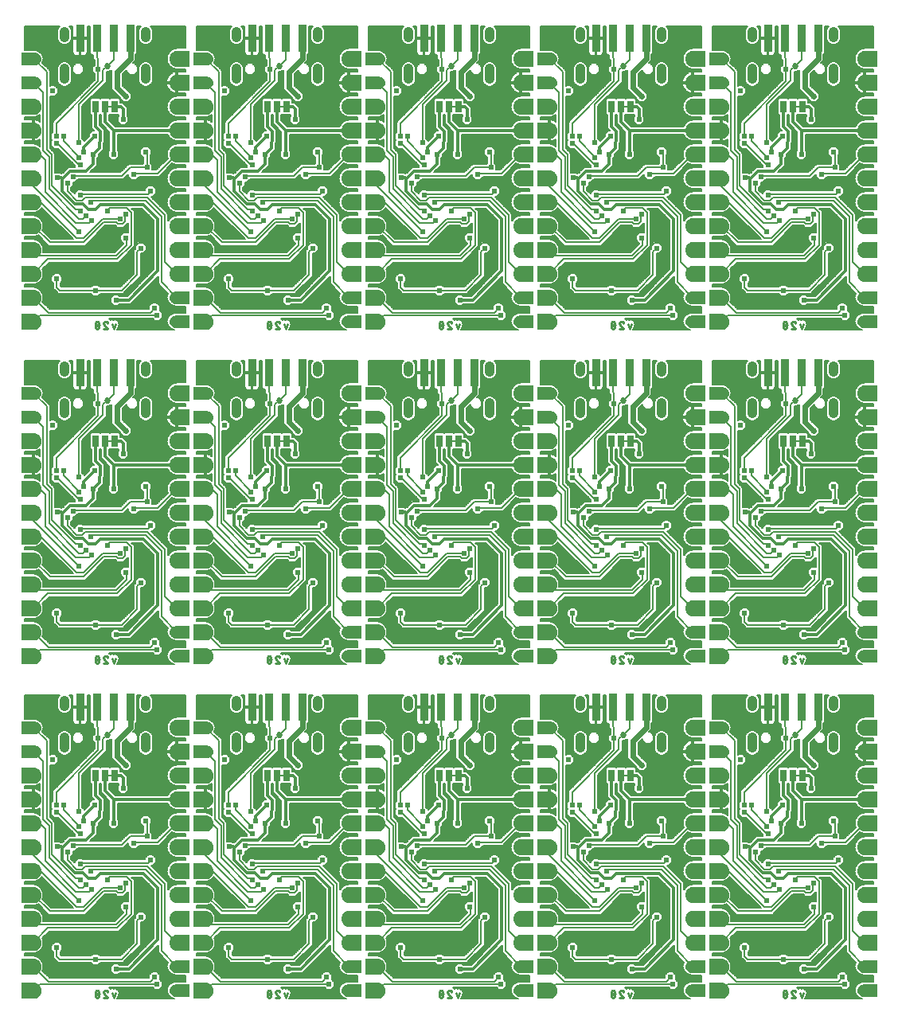
<source format=gbl>
G75*
%MOIN*%
%OFA0B0*%
%FSLAX25Y25*%
%IPPOS*%
%LPD*%
%AMOC8*
5,1,8,0,0,1.08239X$1,22.5*
%
%ADD10C,0.01000*%
%ADD11C,0.06000*%
%ADD12C,0.00100*%
%ADD13C,0.05020*%
%ADD14C,0.04724*%
%ADD15R,0.03543X0.11811*%
%ADD16R,0.02500X0.05000*%
%ADD17R,0.01600X0.01000*%
%ADD18C,0.03937*%
%ADD19C,0.00600*%
%ADD20C,0.02400*%
%ADD21C,0.01200*%
%ADD22C,0.02700*%
%ADD23C,0.02200*%
D10*
X0060746Y0039167D02*
X0060785Y0039252D01*
X0060821Y0039338D01*
X0060854Y0039425D01*
X0060884Y0039514D01*
X0060910Y0039604D01*
X0060933Y0039694D01*
X0060952Y0039786D01*
X0060968Y0039878D01*
X0060980Y0039970D01*
X0060989Y0040063D01*
X0060994Y0040157D01*
X0060996Y0040250D01*
X0059330Y0040250D02*
X0059332Y0040343D01*
X0059337Y0040437D01*
X0059346Y0040530D01*
X0059358Y0040622D01*
X0059374Y0040714D01*
X0059393Y0040806D01*
X0059416Y0040896D01*
X0059442Y0040986D01*
X0059472Y0041075D01*
X0059505Y0041162D01*
X0059541Y0041249D01*
X0059580Y0041333D01*
X0059497Y0041083D02*
X0060830Y0039417D01*
X0060163Y0038750D02*
X0060115Y0038752D01*
X0060068Y0038757D01*
X0060021Y0038767D01*
X0059975Y0038779D01*
X0059930Y0038796D01*
X0059886Y0038816D01*
X0059844Y0038839D01*
X0059804Y0038865D01*
X0059767Y0038894D01*
X0059731Y0038926D01*
X0059698Y0038961D01*
X0059668Y0038998D01*
X0059641Y0039038D01*
X0059617Y0039079D01*
X0059597Y0039122D01*
X0059579Y0039167D01*
X0060163Y0038750D02*
X0060211Y0038752D01*
X0060258Y0038757D01*
X0060305Y0038767D01*
X0060351Y0038779D01*
X0060396Y0038796D01*
X0060440Y0038816D01*
X0060482Y0038839D01*
X0060522Y0038865D01*
X0060559Y0038894D01*
X0060595Y0038926D01*
X0060628Y0038961D01*
X0060658Y0038998D01*
X0060685Y0039038D01*
X0060709Y0039079D01*
X0060729Y0039122D01*
X0060747Y0039167D01*
X0059580Y0039167D02*
X0059541Y0039252D01*
X0059505Y0039338D01*
X0059472Y0039425D01*
X0059442Y0039514D01*
X0059416Y0039604D01*
X0059393Y0039694D01*
X0059374Y0039786D01*
X0059358Y0039878D01*
X0059346Y0039970D01*
X0059337Y0040063D01*
X0059332Y0040157D01*
X0059330Y0040250D01*
X0060996Y0040250D02*
X0060994Y0040343D01*
X0060989Y0040437D01*
X0060980Y0040530D01*
X0060968Y0040622D01*
X0060952Y0040714D01*
X0060933Y0040806D01*
X0060910Y0040896D01*
X0060884Y0040986D01*
X0060854Y0041075D01*
X0060821Y0041162D01*
X0060785Y0041249D01*
X0060746Y0041333D01*
X0060163Y0041750D02*
X0060115Y0041748D01*
X0060068Y0041743D01*
X0060021Y0041733D01*
X0059975Y0041721D01*
X0059930Y0041704D01*
X0059886Y0041684D01*
X0059844Y0041661D01*
X0059804Y0041635D01*
X0059767Y0041606D01*
X0059731Y0041574D01*
X0059698Y0041539D01*
X0059668Y0041502D01*
X0059641Y0041462D01*
X0059617Y0041421D01*
X0059597Y0041378D01*
X0059579Y0041333D01*
X0060163Y0041750D02*
X0060211Y0041748D01*
X0060258Y0041743D01*
X0060305Y0041733D01*
X0060351Y0041721D01*
X0060396Y0041704D01*
X0060440Y0041684D01*
X0060482Y0041661D01*
X0060522Y0041635D01*
X0060559Y0041606D01*
X0060595Y0041574D01*
X0060628Y0041539D01*
X0060658Y0041502D01*
X0060685Y0041462D01*
X0060709Y0041421D01*
X0060729Y0041378D01*
X0060747Y0041333D01*
X0063180Y0040417D02*
X0064597Y0038750D01*
X0062930Y0038750D01*
X0064597Y0041083D02*
X0064577Y0041140D01*
X0064553Y0041196D01*
X0064525Y0041250D01*
X0064494Y0041302D01*
X0064460Y0041352D01*
X0064423Y0041400D01*
X0064383Y0041445D01*
X0064340Y0041488D01*
X0064295Y0041528D01*
X0064247Y0041566D01*
X0064197Y0041600D01*
X0064145Y0041631D01*
X0064091Y0041658D01*
X0064035Y0041682D01*
X0063978Y0041703D01*
X0063920Y0041720D01*
X0063861Y0041733D01*
X0063801Y0041742D01*
X0063741Y0041748D01*
X0063680Y0041750D01*
X0063626Y0041748D01*
X0063573Y0041742D01*
X0063521Y0041733D01*
X0063469Y0041720D01*
X0063418Y0041703D01*
X0063368Y0041682D01*
X0063321Y0041658D01*
X0063275Y0041631D01*
X0063231Y0041600D01*
X0063189Y0041567D01*
X0063150Y0041530D01*
X0063113Y0041491D01*
X0063080Y0041449D01*
X0063049Y0041405D01*
X0063022Y0041359D01*
X0062998Y0041312D01*
X0062977Y0041262D01*
X0062960Y0041211D01*
X0062947Y0041159D01*
X0062938Y0041107D01*
X0062932Y0041054D01*
X0062930Y0041000D01*
X0062932Y0040946D01*
X0062937Y0040892D01*
X0062946Y0040838D01*
X0062959Y0040785D01*
X0062975Y0040733D01*
X0062995Y0040683D01*
X0063018Y0040633D01*
X0063045Y0040586D01*
X0063074Y0040540D01*
X0063107Y0040496D01*
X0063142Y0040455D01*
X0063180Y0040416D01*
X0066337Y0040750D02*
X0067003Y0038750D01*
X0067670Y0040750D01*
X0132746Y0039167D02*
X0132785Y0039252D01*
X0132821Y0039338D01*
X0132854Y0039425D01*
X0132884Y0039514D01*
X0132910Y0039604D01*
X0132933Y0039694D01*
X0132952Y0039786D01*
X0132968Y0039878D01*
X0132980Y0039970D01*
X0132989Y0040063D01*
X0132994Y0040157D01*
X0132996Y0040250D01*
X0131330Y0040250D02*
X0131332Y0040343D01*
X0131337Y0040437D01*
X0131346Y0040530D01*
X0131358Y0040622D01*
X0131374Y0040714D01*
X0131393Y0040806D01*
X0131416Y0040896D01*
X0131442Y0040986D01*
X0131472Y0041075D01*
X0131505Y0041162D01*
X0131541Y0041249D01*
X0131580Y0041333D01*
X0131497Y0041083D02*
X0132830Y0039417D01*
X0132163Y0038750D02*
X0132115Y0038752D01*
X0132068Y0038757D01*
X0132021Y0038767D01*
X0131975Y0038779D01*
X0131930Y0038796D01*
X0131886Y0038816D01*
X0131844Y0038839D01*
X0131804Y0038865D01*
X0131767Y0038894D01*
X0131731Y0038926D01*
X0131698Y0038961D01*
X0131668Y0038998D01*
X0131641Y0039038D01*
X0131617Y0039079D01*
X0131597Y0039122D01*
X0131579Y0039167D01*
X0132163Y0038750D02*
X0132211Y0038752D01*
X0132258Y0038757D01*
X0132305Y0038767D01*
X0132351Y0038779D01*
X0132396Y0038796D01*
X0132440Y0038816D01*
X0132482Y0038839D01*
X0132522Y0038865D01*
X0132559Y0038894D01*
X0132595Y0038926D01*
X0132628Y0038961D01*
X0132658Y0038998D01*
X0132685Y0039038D01*
X0132709Y0039079D01*
X0132729Y0039122D01*
X0132747Y0039167D01*
X0131580Y0039167D02*
X0131541Y0039252D01*
X0131505Y0039338D01*
X0131472Y0039425D01*
X0131442Y0039514D01*
X0131416Y0039604D01*
X0131393Y0039694D01*
X0131374Y0039786D01*
X0131358Y0039878D01*
X0131346Y0039970D01*
X0131337Y0040063D01*
X0131332Y0040157D01*
X0131330Y0040250D01*
X0132996Y0040250D02*
X0132994Y0040343D01*
X0132989Y0040437D01*
X0132980Y0040530D01*
X0132968Y0040622D01*
X0132952Y0040714D01*
X0132933Y0040806D01*
X0132910Y0040896D01*
X0132884Y0040986D01*
X0132854Y0041075D01*
X0132821Y0041162D01*
X0132785Y0041249D01*
X0132746Y0041333D01*
X0132163Y0041750D02*
X0132115Y0041748D01*
X0132068Y0041743D01*
X0132021Y0041733D01*
X0131975Y0041721D01*
X0131930Y0041704D01*
X0131886Y0041684D01*
X0131844Y0041661D01*
X0131804Y0041635D01*
X0131767Y0041606D01*
X0131731Y0041574D01*
X0131698Y0041539D01*
X0131668Y0041502D01*
X0131641Y0041462D01*
X0131617Y0041421D01*
X0131597Y0041378D01*
X0131579Y0041333D01*
X0132163Y0041750D02*
X0132211Y0041748D01*
X0132258Y0041743D01*
X0132305Y0041733D01*
X0132351Y0041721D01*
X0132396Y0041704D01*
X0132440Y0041684D01*
X0132482Y0041661D01*
X0132522Y0041635D01*
X0132559Y0041606D01*
X0132595Y0041574D01*
X0132628Y0041539D01*
X0132658Y0041502D01*
X0132685Y0041462D01*
X0132709Y0041421D01*
X0132729Y0041378D01*
X0132747Y0041333D01*
X0135180Y0040417D02*
X0136597Y0038750D01*
X0134930Y0038750D01*
X0136597Y0041083D02*
X0136577Y0041140D01*
X0136553Y0041196D01*
X0136525Y0041250D01*
X0136494Y0041302D01*
X0136460Y0041352D01*
X0136423Y0041400D01*
X0136383Y0041445D01*
X0136340Y0041488D01*
X0136295Y0041528D01*
X0136247Y0041566D01*
X0136197Y0041600D01*
X0136145Y0041631D01*
X0136091Y0041658D01*
X0136035Y0041682D01*
X0135978Y0041703D01*
X0135920Y0041720D01*
X0135861Y0041733D01*
X0135801Y0041742D01*
X0135741Y0041748D01*
X0135680Y0041750D01*
X0135626Y0041748D01*
X0135573Y0041742D01*
X0135521Y0041733D01*
X0135469Y0041720D01*
X0135418Y0041703D01*
X0135368Y0041682D01*
X0135321Y0041658D01*
X0135275Y0041631D01*
X0135231Y0041600D01*
X0135189Y0041567D01*
X0135150Y0041530D01*
X0135113Y0041491D01*
X0135080Y0041449D01*
X0135049Y0041405D01*
X0135022Y0041359D01*
X0134998Y0041312D01*
X0134977Y0041262D01*
X0134960Y0041211D01*
X0134947Y0041159D01*
X0134938Y0041107D01*
X0134932Y0041054D01*
X0134930Y0041000D01*
X0134932Y0040946D01*
X0134937Y0040892D01*
X0134946Y0040838D01*
X0134959Y0040785D01*
X0134975Y0040733D01*
X0134995Y0040683D01*
X0135018Y0040633D01*
X0135045Y0040586D01*
X0135074Y0040540D01*
X0135107Y0040496D01*
X0135142Y0040455D01*
X0135180Y0040416D01*
X0138337Y0040750D02*
X0139003Y0038750D01*
X0139670Y0040750D01*
X0204746Y0039167D02*
X0204785Y0039252D01*
X0204821Y0039338D01*
X0204854Y0039425D01*
X0204884Y0039514D01*
X0204910Y0039604D01*
X0204933Y0039694D01*
X0204952Y0039786D01*
X0204968Y0039878D01*
X0204980Y0039970D01*
X0204989Y0040063D01*
X0204994Y0040157D01*
X0204996Y0040250D01*
X0203330Y0040250D02*
X0203332Y0040343D01*
X0203337Y0040437D01*
X0203346Y0040530D01*
X0203358Y0040622D01*
X0203374Y0040714D01*
X0203393Y0040806D01*
X0203416Y0040896D01*
X0203442Y0040986D01*
X0203472Y0041075D01*
X0203505Y0041162D01*
X0203541Y0041249D01*
X0203580Y0041333D01*
X0203497Y0041083D02*
X0204830Y0039417D01*
X0204163Y0038750D02*
X0204115Y0038752D01*
X0204068Y0038757D01*
X0204021Y0038767D01*
X0203975Y0038779D01*
X0203930Y0038796D01*
X0203886Y0038816D01*
X0203844Y0038839D01*
X0203804Y0038865D01*
X0203767Y0038894D01*
X0203731Y0038926D01*
X0203698Y0038961D01*
X0203668Y0038998D01*
X0203641Y0039038D01*
X0203617Y0039079D01*
X0203597Y0039122D01*
X0203579Y0039167D01*
X0204163Y0038750D02*
X0204211Y0038752D01*
X0204258Y0038757D01*
X0204305Y0038767D01*
X0204351Y0038779D01*
X0204396Y0038796D01*
X0204440Y0038816D01*
X0204482Y0038839D01*
X0204522Y0038865D01*
X0204559Y0038894D01*
X0204595Y0038926D01*
X0204628Y0038961D01*
X0204658Y0038998D01*
X0204685Y0039038D01*
X0204709Y0039079D01*
X0204729Y0039122D01*
X0204747Y0039167D01*
X0203580Y0039167D02*
X0203541Y0039252D01*
X0203505Y0039338D01*
X0203472Y0039425D01*
X0203442Y0039514D01*
X0203416Y0039604D01*
X0203393Y0039694D01*
X0203374Y0039786D01*
X0203358Y0039878D01*
X0203346Y0039970D01*
X0203337Y0040063D01*
X0203332Y0040157D01*
X0203330Y0040250D01*
X0204996Y0040250D02*
X0204994Y0040343D01*
X0204989Y0040437D01*
X0204980Y0040530D01*
X0204968Y0040622D01*
X0204952Y0040714D01*
X0204933Y0040806D01*
X0204910Y0040896D01*
X0204884Y0040986D01*
X0204854Y0041075D01*
X0204821Y0041162D01*
X0204785Y0041249D01*
X0204746Y0041333D01*
X0204163Y0041750D02*
X0204115Y0041748D01*
X0204068Y0041743D01*
X0204021Y0041733D01*
X0203975Y0041721D01*
X0203930Y0041704D01*
X0203886Y0041684D01*
X0203844Y0041661D01*
X0203804Y0041635D01*
X0203767Y0041606D01*
X0203731Y0041574D01*
X0203698Y0041539D01*
X0203668Y0041502D01*
X0203641Y0041462D01*
X0203617Y0041421D01*
X0203597Y0041378D01*
X0203579Y0041333D01*
X0204163Y0041750D02*
X0204211Y0041748D01*
X0204258Y0041743D01*
X0204305Y0041733D01*
X0204351Y0041721D01*
X0204396Y0041704D01*
X0204440Y0041684D01*
X0204482Y0041661D01*
X0204522Y0041635D01*
X0204559Y0041606D01*
X0204595Y0041574D01*
X0204628Y0041539D01*
X0204658Y0041502D01*
X0204685Y0041462D01*
X0204709Y0041421D01*
X0204729Y0041378D01*
X0204747Y0041333D01*
X0207180Y0040417D02*
X0208597Y0038750D01*
X0206930Y0038750D01*
X0208597Y0041083D02*
X0208577Y0041140D01*
X0208553Y0041196D01*
X0208525Y0041250D01*
X0208494Y0041302D01*
X0208460Y0041352D01*
X0208423Y0041400D01*
X0208383Y0041445D01*
X0208340Y0041488D01*
X0208295Y0041528D01*
X0208247Y0041566D01*
X0208197Y0041600D01*
X0208145Y0041631D01*
X0208091Y0041658D01*
X0208035Y0041682D01*
X0207978Y0041703D01*
X0207920Y0041720D01*
X0207861Y0041733D01*
X0207801Y0041742D01*
X0207741Y0041748D01*
X0207680Y0041750D01*
X0207626Y0041748D01*
X0207573Y0041742D01*
X0207521Y0041733D01*
X0207469Y0041720D01*
X0207418Y0041703D01*
X0207368Y0041682D01*
X0207321Y0041658D01*
X0207275Y0041631D01*
X0207231Y0041600D01*
X0207189Y0041567D01*
X0207150Y0041530D01*
X0207113Y0041491D01*
X0207080Y0041449D01*
X0207049Y0041405D01*
X0207022Y0041359D01*
X0206998Y0041312D01*
X0206977Y0041262D01*
X0206960Y0041211D01*
X0206947Y0041159D01*
X0206938Y0041107D01*
X0206932Y0041054D01*
X0206930Y0041000D01*
X0206932Y0040946D01*
X0206937Y0040892D01*
X0206946Y0040838D01*
X0206959Y0040785D01*
X0206975Y0040733D01*
X0206995Y0040683D01*
X0207018Y0040633D01*
X0207045Y0040586D01*
X0207074Y0040540D01*
X0207107Y0040496D01*
X0207142Y0040455D01*
X0207180Y0040416D01*
X0210337Y0040750D02*
X0211003Y0038750D01*
X0211670Y0040750D01*
X0276746Y0039167D02*
X0276785Y0039252D01*
X0276821Y0039338D01*
X0276854Y0039425D01*
X0276884Y0039514D01*
X0276910Y0039604D01*
X0276933Y0039694D01*
X0276952Y0039786D01*
X0276968Y0039878D01*
X0276980Y0039970D01*
X0276989Y0040063D01*
X0276994Y0040157D01*
X0276996Y0040250D01*
X0275330Y0040250D02*
X0275332Y0040343D01*
X0275337Y0040437D01*
X0275346Y0040530D01*
X0275358Y0040622D01*
X0275374Y0040714D01*
X0275393Y0040806D01*
X0275416Y0040896D01*
X0275442Y0040986D01*
X0275472Y0041075D01*
X0275505Y0041162D01*
X0275541Y0041249D01*
X0275580Y0041333D01*
X0275497Y0041083D02*
X0276830Y0039417D01*
X0276163Y0038750D02*
X0276115Y0038752D01*
X0276068Y0038757D01*
X0276021Y0038767D01*
X0275975Y0038779D01*
X0275930Y0038796D01*
X0275886Y0038816D01*
X0275844Y0038839D01*
X0275804Y0038865D01*
X0275767Y0038894D01*
X0275731Y0038926D01*
X0275698Y0038961D01*
X0275668Y0038998D01*
X0275641Y0039038D01*
X0275617Y0039079D01*
X0275597Y0039122D01*
X0275579Y0039167D01*
X0276163Y0038750D02*
X0276211Y0038752D01*
X0276258Y0038757D01*
X0276305Y0038767D01*
X0276351Y0038779D01*
X0276396Y0038796D01*
X0276440Y0038816D01*
X0276482Y0038839D01*
X0276522Y0038865D01*
X0276559Y0038894D01*
X0276595Y0038926D01*
X0276628Y0038961D01*
X0276658Y0038998D01*
X0276685Y0039038D01*
X0276709Y0039079D01*
X0276729Y0039122D01*
X0276747Y0039167D01*
X0275580Y0039167D02*
X0275541Y0039252D01*
X0275505Y0039338D01*
X0275472Y0039425D01*
X0275442Y0039514D01*
X0275416Y0039604D01*
X0275393Y0039694D01*
X0275374Y0039786D01*
X0275358Y0039878D01*
X0275346Y0039970D01*
X0275337Y0040063D01*
X0275332Y0040157D01*
X0275330Y0040250D01*
X0276996Y0040250D02*
X0276994Y0040343D01*
X0276989Y0040437D01*
X0276980Y0040530D01*
X0276968Y0040622D01*
X0276952Y0040714D01*
X0276933Y0040806D01*
X0276910Y0040896D01*
X0276884Y0040986D01*
X0276854Y0041075D01*
X0276821Y0041162D01*
X0276785Y0041249D01*
X0276746Y0041333D01*
X0276163Y0041750D02*
X0276115Y0041748D01*
X0276068Y0041743D01*
X0276021Y0041733D01*
X0275975Y0041721D01*
X0275930Y0041704D01*
X0275886Y0041684D01*
X0275844Y0041661D01*
X0275804Y0041635D01*
X0275767Y0041606D01*
X0275731Y0041574D01*
X0275698Y0041539D01*
X0275668Y0041502D01*
X0275641Y0041462D01*
X0275617Y0041421D01*
X0275597Y0041378D01*
X0275579Y0041333D01*
X0276163Y0041750D02*
X0276211Y0041748D01*
X0276258Y0041743D01*
X0276305Y0041733D01*
X0276351Y0041721D01*
X0276396Y0041704D01*
X0276440Y0041684D01*
X0276482Y0041661D01*
X0276522Y0041635D01*
X0276559Y0041606D01*
X0276595Y0041574D01*
X0276628Y0041539D01*
X0276658Y0041502D01*
X0276685Y0041462D01*
X0276709Y0041421D01*
X0276729Y0041378D01*
X0276747Y0041333D01*
X0279180Y0040417D02*
X0280597Y0038750D01*
X0278930Y0038750D01*
X0280597Y0041083D02*
X0280577Y0041140D01*
X0280553Y0041196D01*
X0280525Y0041250D01*
X0280494Y0041302D01*
X0280460Y0041352D01*
X0280423Y0041400D01*
X0280383Y0041445D01*
X0280340Y0041488D01*
X0280295Y0041528D01*
X0280247Y0041566D01*
X0280197Y0041600D01*
X0280145Y0041631D01*
X0280091Y0041658D01*
X0280035Y0041682D01*
X0279978Y0041703D01*
X0279920Y0041720D01*
X0279861Y0041733D01*
X0279801Y0041742D01*
X0279741Y0041748D01*
X0279680Y0041750D01*
X0279626Y0041748D01*
X0279573Y0041742D01*
X0279521Y0041733D01*
X0279469Y0041720D01*
X0279418Y0041703D01*
X0279368Y0041682D01*
X0279321Y0041658D01*
X0279275Y0041631D01*
X0279231Y0041600D01*
X0279189Y0041567D01*
X0279150Y0041530D01*
X0279113Y0041491D01*
X0279080Y0041449D01*
X0279049Y0041405D01*
X0279022Y0041359D01*
X0278998Y0041312D01*
X0278977Y0041262D01*
X0278960Y0041211D01*
X0278947Y0041159D01*
X0278938Y0041107D01*
X0278932Y0041054D01*
X0278930Y0041000D01*
X0278932Y0040946D01*
X0278937Y0040892D01*
X0278946Y0040838D01*
X0278959Y0040785D01*
X0278975Y0040733D01*
X0278995Y0040683D01*
X0279018Y0040633D01*
X0279045Y0040586D01*
X0279074Y0040540D01*
X0279107Y0040496D01*
X0279142Y0040455D01*
X0279180Y0040416D01*
X0282337Y0040750D02*
X0283003Y0038750D01*
X0283670Y0040750D01*
X0348746Y0039167D02*
X0348785Y0039252D01*
X0348821Y0039338D01*
X0348854Y0039425D01*
X0348884Y0039514D01*
X0348910Y0039604D01*
X0348933Y0039694D01*
X0348952Y0039786D01*
X0348968Y0039878D01*
X0348980Y0039970D01*
X0348989Y0040063D01*
X0348994Y0040157D01*
X0348996Y0040250D01*
X0347330Y0040250D02*
X0347332Y0040343D01*
X0347337Y0040437D01*
X0347346Y0040530D01*
X0347358Y0040622D01*
X0347374Y0040714D01*
X0347393Y0040806D01*
X0347416Y0040896D01*
X0347442Y0040986D01*
X0347472Y0041075D01*
X0347505Y0041162D01*
X0347541Y0041249D01*
X0347580Y0041333D01*
X0347497Y0041083D02*
X0348830Y0039417D01*
X0348163Y0038750D02*
X0348115Y0038752D01*
X0348068Y0038757D01*
X0348021Y0038767D01*
X0347975Y0038779D01*
X0347930Y0038796D01*
X0347886Y0038816D01*
X0347844Y0038839D01*
X0347804Y0038865D01*
X0347767Y0038894D01*
X0347731Y0038926D01*
X0347698Y0038961D01*
X0347668Y0038998D01*
X0347641Y0039038D01*
X0347617Y0039079D01*
X0347597Y0039122D01*
X0347579Y0039167D01*
X0348163Y0038750D02*
X0348211Y0038752D01*
X0348258Y0038757D01*
X0348305Y0038767D01*
X0348351Y0038779D01*
X0348396Y0038796D01*
X0348440Y0038816D01*
X0348482Y0038839D01*
X0348522Y0038865D01*
X0348559Y0038894D01*
X0348595Y0038926D01*
X0348628Y0038961D01*
X0348658Y0038998D01*
X0348685Y0039038D01*
X0348709Y0039079D01*
X0348729Y0039122D01*
X0348747Y0039167D01*
X0347580Y0039167D02*
X0347541Y0039252D01*
X0347505Y0039338D01*
X0347472Y0039425D01*
X0347442Y0039514D01*
X0347416Y0039604D01*
X0347393Y0039694D01*
X0347374Y0039786D01*
X0347358Y0039878D01*
X0347346Y0039970D01*
X0347337Y0040063D01*
X0347332Y0040157D01*
X0347330Y0040250D01*
X0348996Y0040250D02*
X0348994Y0040343D01*
X0348989Y0040437D01*
X0348980Y0040530D01*
X0348968Y0040622D01*
X0348952Y0040714D01*
X0348933Y0040806D01*
X0348910Y0040896D01*
X0348884Y0040986D01*
X0348854Y0041075D01*
X0348821Y0041162D01*
X0348785Y0041249D01*
X0348746Y0041333D01*
X0348163Y0041750D02*
X0348115Y0041748D01*
X0348068Y0041743D01*
X0348021Y0041733D01*
X0347975Y0041721D01*
X0347930Y0041704D01*
X0347886Y0041684D01*
X0347844Y0041661D01*
X0347804Y0041635D01*
X0347767Y0041606D01*
X0347731Y0041574D01*
X0347698Y0041539D01*
X0347668Y0041502D01*
X0347641Y0041462D01*
X0347617Y0041421D01*
X0347597Y0041378D01*
X0347579Y0041333D01*
X0348163Y0041750D02*
X0348211Y0041748D01*
X0348258Y0041743D01*
X0348305Y0041733D01*
X0348351Y0041721D01*
X0348396Y0041704D01*
X0348440Y0041684D01*
X0348482Y0041661D01*
X0348522Y0041635D01*
X0348559Y0041606D01*
X0348595Y0041574D01*
X0348628Y0041539D01*
X0348658Y0041502D01*
X0348685Y0041462D01*
X0348709Y0041421D01*
X0348729Y0041378D01*
X0348747Y0041333D01*
X0351180Y0040417D02*
X0352597Y0038750D01*
X0350930Y0038750D01*
X0352597Y0041083D02*
X0352577Y0041140D01*
X0352553Y0041196D01*
X0352525Y0041250D01*
X0352494Y0041302D01*
X0352460Y0041352D01*
X0352423Y0041400D01*
X0352383Y0041445D01*
X0352340Y0041488D01*
X0352295Y0041528D01*
X0352247Y0041566D01*
X0352197Y0041600D01*
X0352145Y0041631D01*
X0352091Y0041658D01*
X0352035Y0041682D01*
X0351978Y0041703D01*
X0351920Y0041720D01*
X0351861Y0041733D01*
X0351801Y0041742D01*
X0351741Y0041748D01*
X0351680Y0041750D01*
X0351626Y0041748D01*
X0351573Y0041742D01*
X0351521Y0041733D01*
X0351469Y0041720D01*
X0351418Y0041703D01*
X0351368Y0041682D01*
X0351321Y0041658D01*
X0351275Y0041631D01*
X0351231Y0041600D01*
X0351189Y0041567D01*
X0351150Y0041530D01*
X0351113Y0041491D01*
X0351080Y0041449D01*
X0351049Y0041405D01*
X0351022Y0041359D01*
X0350998Y0041312D01*
X0350977Y0041262D01*
X0350960Y0041211D01*
X0350947Y0041159D01*
X0350938Y0041107D01*
X0350932Y0041054D01*
X0350930Y0041000D01*
X0350932Y0040946D01*
X0350937Y0040892D01*
X0350946Y0040838D01*
X0350959Y0040785D01*
X0350975Y0040733D01*
X0350995Y0040683D01*
X0351018Y0040633D01*
X0351045Y0040586D01*
X0351074Y0040540D01*
X0351107Y0040496D01*
X0351142Y0040455D01*
X0351180Y0040416D01*
X0354337Y0040750D02*
X0355003Y0038750D01*
X0355670Y0040750D01*
X0355003Y0178750D02*
X0354337Y0180750D01*
X0355670Y0180750D02*
X0355003Y0178750D01*
X0352597Y0178750D02*
X0350930Y0178750D01*
X0352597Y0178750D02*
X0351180Y0180417D01*
X0351680Y0181750D02*
X0351741Y0181748D01*
X0351801Y0181742D01*
X0351861Y0181733D01*
X0351920Y0181720D01*
X0351978Y0181703D01*
X0352035Y0181682D01*
X0352091Y0181658D01*
X0352145Y0181631D01*
X0352197Y0181600D01*
X0352247Y0181566D01*
X0352295Y0181528D01*
X0352340Y0181488D01*
X0352383Y0181445D01*
X0352423Y0181400D01*
X0352460Y0181352D01*
X0352494Y0181302D01*
X0352525Y0181250D01*
X0352553Y0181196D01*
X0352577Y0181140D01*
X0352597Y0181083D01*
X0351180Y0180416D02*
X0351142Y0180455D01*
X0351107Y0180496D01*
X0351074Y0180540D01*
X0351045Y0180586D01*
X0351018Y0180633D01*
X0350995Y0180683D01*
X0350975Y0180733D01*
X0350959Y0180785D01*
X0350946Y0180838D01*
X0350937Y0180892D01*
X0350932Y0180946D01*
X0350930Y0181000D01*
X0350932Y0181054D01*
X0350938Y0181107D01*
X0350947Y0181159D01*
X0350960Y0181211D01*
X0350977Y0181262D01*
X0350998Y0181312D01*
X0351022Y0181359D01*
X0351049Y0181405D01*
X0351080Y0181449D01*
X0351113Y0181491D01*
X0351150Y0181530D01*
X0351189Y0181567D01*
X0351231Y0181600D01*
X0351275Y0181631D01*
X0351321Y0181658D01*
X0351368Y0181682D01*
X0351418Y0181703D01*
X0351469Y0181720D01*
X0351521Y0181733D01*
X0351573Y0181742D01*
X0351626Y0181748D01*
X0351680Y0181750D01*
X0347330Y0180250D02*
X0347332Y0180157D01*
X0347337Y0180063D01*
X0347346Y0179970D01*
X0347358Y0179878D01*
X0347374Y0179786D01*
X0347393Y0179694D01*
X0347416Y0179604D01*
X0347442Y0179514D01*
X0347472Y0179425D01*
X0347505Y0179338D01*
X0347541Y0179252D01*
X0347580Y0179167D01*
X0347579Y0179167D02*
X0347597Y0179122D01*
X0347617Y0179079D01*
X0347641Y0179038D01*
X0347668Y0178998D01*
X0347698Y0178961D01*
X0347731Y0178926D01*
X0347767Y0178894D01*
X0347804Y0178865D01*
X0347844Y0178839D01*
X0347886Y0178816D01*
X0347930Y0178796D01*
X0347975Y0178779D01*
X0348021Y0178767D01*
X0348068Y0178757D01*
X0348115Y0178752D01*
X0348163Y0178750D01*
X0348211Y0178752D01*
X0348258Y0178757D01*
X0348305Y0178767D01*
X0348351Y0178779D01*
X0348396Y0178796D01*
X0348440Y0178816D01*
X0348482Y0178839D01*
X0348522Y0178865D01*
X0348559Y0178894D01*
X0348595Y0178926D01*
X0348628Y0178961D01*
X0348658Y0178998D01*
X0348685Y0179038D01*
X0348709Y0179079D01*
X0348729Y0179122D01*
X0348747Y0179167D01*
X0348830Y0179417D02*
X0347497Y0181083D01*
X0347579Y0181333D02*
X0347597Y0181378D01*
X0347617Y0181421D01*
X0347641Y0181462D01*
X0347668Y0181502D01*
X0347698Y0181539D01*
X0347731Y0181574D01*
X0347767Y0181606D01*
X0347804Y0181635D01*
X0347844Y0181661D01*
X0347886Y0181684D01*
X0347930Y0181704D01*
X0347975Y0181721D01*
X0348021Y0181733D01*
X0348068Y0181743D01*
X0348115Y0181748D01*
X0348163Y0181750D01*
X0348211Y0181748D01*
X0348258Y0181743D01*
X0348305Y0181733D01*
X0348351Y0181721D01*
X0348396Y0181704D01*
X0348440Y0181684D01*
X0348482Y0181661D01*
X0348522Y0181635D01*
X0348559Y0181606D01*
X0348595Y0181574D01*
X0348628Y0181539D01*
X0348658Y0181502D01*
X0348685Y0181462D01*
X0348709Y0181421D01*
X0348729Y0181378D01*
X0348747Y0181333D01*
X0347580Y0181333D02*
X0347541Y0181249D01*
X0347505Y0181162D01*
X0347472Y0181075D01*
X0347442Y0180986D01*
X0347416Y0180896D01*
X0347393Y0180806D01*
X0347374Y0180714D01*
X0347358Y0180622D01*
X0347346Y0180530D01*
X0347337Y0180437D01*
X0347332Y0180343D01*
X0347330Y0180250D01*
X0348996Y0180250D02*
X0348994Y0180343D01*
X0348989Y0180437D01*
X0348980Y0180530D01*
X0348968Y0180622D01*
X0348952Y0180714D01*
X0348933Y0180806D01*
X0348910Y0180896D01*
X0348884Y0180986D01*
X0348854Y0181075D01*
X0348821Y0181162D01*
X0348785Y0181249D01*
X0348746Y0181333D01*
X0348996Y0180250D02*
X0348994Y0180157D01*
X0348989Y0180063D01*
X0348980Y0179970D01*
X0348968Y0179878D01*
X0348952Y0179786D01*
X0348933Y0179694D01*
X0348910Y0179604D01*
X0348884Y0179514D01*
X0348854Y0179425D01*
X0348821Y0179338D01*
X0348785Y0179252D01*
X0348746Y0179167D01*
X0283670Y0180750D02*
X0283003Y0178750D01*
X0282337Y0180750D01*
X0279180Y0180416D02*
X0279142Y0180455D01*
X0279107Y0180496D01*
X0279074Y0180540D01*
X0279045Y0180586D01*
X0279018Y0180633D01*
X0278995Y0180683D01*
X0278975Y0180733D01*
X0278959Y0180785D01*
X0278946Y0180838D01*
X0278937Y0180892D01*
X0278932Y0180946D01*
X0278930Y0181000D01*
X0279180Y0180417D02*
X0280597Y0178750D01*
X0278930Y0178750D01*
X0275580Y0179167D02*
X0275541Y0179252D01*
X0275505Y0179338D01*
X0275472Y0179425D01*
X0275442Y0179514D01*
X0275416Y0179604D01*
X0275393Y0179694D01*
X0275374Y0179786D01*
X0275358Y0179878D01*
X0275346Y0179970D01*
X0275337Y0180063D01*
X0275332Y0180157D01*
X0275330Y0180250D01*
X0276996Y0180250D02*
X0276994Y0180343D01*
X0276989Y0180437D01*
X0276980Y0180530D01*
X0276968Y0180622D01*
X0276952Y0180714D01*
X0276933Y0180806D01*
X0276910Y0180896D01*
X0276884Y0180986D01*
X0276854Y0181075D01*
X0276821Y0181162D01*
X0276785Y0181249D01*
X0276746Y0181333D01*
X0276163Y0181750D02*
X0276115Y0181748D01*
X0276068Y0181743D01*
X0276021Y0181733D01*
X0275975Y0181721D01*
X0275930Y0181704D01*
X0275886Y0181684D01*
X0275844Y0181661D01*
X0275804Y0181635D01*
X0275767Y0181606D01*
X0275731Y0181574D01*
X0275698Y0181539D01*
X0275668Y0181502D01*
X0275641Y0181462D01*
X0275617Y0181421D01*
X0275597Y0181378D01*
X0275579Y0181333D01*
X0275497Y0181083D02*
X0276830Y0179417D01*
X0276163Y0178750D02*
X0276115Y0178752D01*
X0276068Y0178757D01*
X0276021Y0178767D01*
X0275975Y0178779D01*
X0275930Y0178796D01*
X0275886Y0178816D01*
X0275844Y0178839D01*
X0275804Y0178865D01*
X0275767Y0178894D01*
X0275731Y0178926D01*
X0275698Y0178961D01*
X0275668Y0178998D01*
X0275641Y0179038D01*
X0275617Y0179079D01*
X0275597Y0179122D01*
X0275579Y0179167D01*
X0276163Y0178750D02*
X0276211Y0178752D01*
X0276258Y0178757D01*
X0276305Y0178767D01*
X0276351Y0178779D01*
X0276396Y0178796D01*
X0276440Y0178816D01*
X0276482Y0178839D01*
X0276522Y0178865D01*
X0276559Y0178894D01*
X0276595Y0178926D01*
X0276628Y0178961D01*
X0276658Y0178998D01*
X0276685Y0179038D01*
X0276709Y0179079D01*
X0276729Y0179122D01*
X0276747Y0179167D01*
X0275330Y0180250D02*
X0275332Y0180343D01*
X0275337Y0180437D01*
X0275346Y0180530D01*
X0275358Y0180622D01*
X0275374Y0180714D01*
X0275393Y0180806D01*
X0275416Y0180896D01*
X0275442Y0180986D01*
X0275472Y0181075D01*
X0275505Y0181162D01*
X0275541Y0181249D01*
X0275580Y0181333D01*
X0276163Y0181750D02*
X0276211Y0181748D01*
X0276258Y0181743D01*
X0276305Y0181733D01*
X0276351Y0181721D01*
X0276396Y0181704D01*
X0276440Y0181684D01*
X0276482Y0181661D01*
X0276522Y0181635D01*
X0276559Y0181606D01*
X0276595Y0181574D01*
X0276628Y0181539D01*
X0276658Y0181502D01*
X0276685Y0181462D01*
X0276709Y0181421D01*
X0276729Y0181378D01*
X0276747Y0181333D01*
X0276996Y0180250D02*
X0276994Y0180157D01*
X0276989Y0180063D01*
X0276980Y0179970D01*
X0276968Y0179878D01*
X0276952Y0179786D01*
X0276933Y0179694D01*
X0276910Y0179604D01*
X0276884Y0179514D01*
X0276854Y0179425D01*
X0276821Y0179338D01*
X0276785Y0179252D01*
X0276746Y0179167D01*
X0279680Y0181750D02*
X0279741Y0181748D01*
X0279801Y0181742D01*
X0279861Y0181733D01*
X0279920Y0181720D01*
X0279978Y0181703D01*
X0280035Y0181682D01*
X0280091Y0181658D01*
X0280145Y0181631D01*
X0280197Y0181600D01*
X0280247Y0181566D01*
X0280295Y0181528D01*
X0280340Y0181488D01*
X0280383Y0181445D01*
X0280423Y0181400D01*
X0280460Y0181352D01*
X0280494Y0181302D01*
X0280525Y0181250D01*
X0280553Y0181196D01*
X0280577Y0181140D01*
X0280597Y0181083D01*
X0279680Y0181750D02*
X0279626Y0181748D01*
X0279573Y0181742D01*
X0279521Y0181733D01*
X0279469Y0181720D01*
X0279418Y0181703D01*
X0279368Y0181682D01*
X0279321Y0181658D01*
X0279275Y0181631D01*
X0279231Y0181600D01*
X0279189Y0181567D01*
X0279150Y0181530D01*
X0279113Y0181491D01*
X0279080Y0181449D01*
X0279049Y0181405D01*
X0279022Y0181359D01*
X0278998Y0181312D01*
X0278977Y0181262D01*
X0278960Y0181211D01*
X0278947Y0181159D01*
X0278938Y0181107D01*
X0278932Y0181054D01*
X0278930Y0181000D01*
X0211670Y0180750D02*
X0211003Y0178750D01*
X0210337Y0180750D01*
X0207180Y0180416D02*
X0207142Y0180455D01*
X0207107Y0180496D01*
X0207074Y0180540D01*
X0207045Y0180586D01*
X0207018Y0180633D01*
X0206995Y0180683D01*
X0206975Y0180733D01*
X0206959Y0180785D01*
X0206946Y0180838D01*
X0206937Y0180892D01*
X0206932Y0180946D01*
X0206930Y0181000D01*
X0207180Y0180417D02*
X0208597Y0178750D01*
X0206930Y0178750D01*
X0203580Y0179167D02*
X0203541Y0179252D01*
X0203505Y0179338D01*
X0203472Y0179425D01*
X0203442Y0179514D01*
X0203416Y0179604D01*
X0203393Y0179694D01*
X0203374Y0179786D01*
X0203358Y0179878D01*
X0203346Y0179970D01*
X0203337Y0180063D01*
X0203332Y0180157D01*
X0203330Y0180250D01*
X0204996Y0180250D02*
X0204994Y0180343D01*
X0204989Y0180437D01*
X0204980Y0180530D01*
X0204968Y0180622D01*
X0204952Y0180714D01*
X0204933Y0180806D01*
X0204910Y0180896D01*
X0204884Y0180986D01*
X0204854Y0181075D01*
X0204821Y0181162D01*
X0204785Y0181249D01*
X0204746Y0181333D01*
X0204163Y0181750D02*
X0204115Y0181748D01*
X0204068Y0181743D01*
X0204021Y0181733D01*
X0203975Y0181721D01*
X0203930Y0181704D01*
X0203886Y0181684D01*
X0203844Y0181661D01*
X0203804Y0181635D01*
X0203767Y0181606D01*
X0203731Y0181574D01*
X0203698Y0181539D01*
X0203668Y0181502D01*
X0203641Y0181462D01*
X0203617Y0181421D01*
X0203597Y0181378D01*
X0203579Y0181333D01*
X0203497Y0181083D02*
X0204830Y0179417D01*
X0204163Y0178750D02*
X0204115Y0178752D01*
X0204068Y0178757D01*
X0204021Y0178767D01*
X0203975Y0178779D01*
X0203930Y0178796D01*
X0203886Y0178816D01*
X0203844Y0178839D01*
X0203804Y0178865D01*
X0203767Y0178894D01*
X0203731Y0178926D01*
X0203698Y0178961D01*
X0203668Y0178998D01*
X0203641Y0179038D01*
X0203617Y0179079D01*
X0203597Y0179122D01*
X0203579Y0179167D01*
X0204163Y0178750D02*
X0204211Y0178752D01*
X0204258Y0178757D01*
X0204305Y0178767D01*
X0204351Y0178779D01*
X0204396Y0178796D01*
X0204440Y0178816D01*
X0204482Y0178839D01*
X0204522Y0178865D01*
X0204559Y0178894D01*
X0204595Y0178926D01*
X0204628Y0178961D01*
X0204658Y0178998D01*
X0204685Y0179038D01*
X0204709Y0179079D01*
X0204729Y0179122D01*
X0204747Y0179167D01*
X0203330Y0180250D02*
X0203332Y0180343D01*
X0203337Y0180437D01*
X0203346Y0180530D01*
X0203358Y0180622D01*
X0203374Y0180714D01*
X0203393Y0180806D01*
X0203416Y0180896D01*
X0203442Y0180986D01*
X0203472Y0181075D01*
X0203505Y0181162D01*
X0203541Y0181249D01*
X0203580Y0181333D01*
X0204163Y0181750D02*
X0204211Y0181748D01*
X0204258Y0181743D01*
X0204305Y0181733D01*
X0204351Y0181721D01*
X0204396Y0181704D01*
X0204440Y0181684D01*
X0204482Y0181661D01*
X0204522Y0181635D01*
X0204559Y0181606D01*
X0204595Y0181574D01*
X0204628Y0181539D01*
X0204658Y0181502D01*
X0204685Y0181462D01*
X0204709Y0181421D01*
X0204729Y0181378D01*
X0204747Y0181333D01*
X0204996Y0180250D02*
X0204994Y0180157D01*
X0204989Y0180063D01*
X0204980Y0179970D01*
X0204968Y0179878D01*
X0204952Y0179786D01*
X0204933Y0179694D01*
X0204910Y0179604D01*
X0204884Y0179514D01*
X0204854Y0179425D01*
X0204821Y0179338D01*
X0204785Y0179252D01*
X0204746Y0179167D01*
X0207680Y0181750D02*
X0207741Y0181748D01*
X0207801Y0181742D01*
X0207861Y0181733D01*
X0207920Y0181720D01*
X0207978Y0181703D01*
X0208035Y0181682D01*
X0208091Y0181658D01*
X0208145Y0181631D01*
X0208197Y0181600D01*
X0208247Y0181566D01*
X0208295Y0181528D01*
X0208340Y0181488D01*
X0208383Y0181445D01*
X0208423Y0181400D01*
X0208460Y0181352D01*
X0208494Y0181302D01*
X0208525Y0181250D01*
X0208553Y0181196D01*
X0208577Y0181140D01*
X0208597Y0181083D01*
X0207680Y0181750D02*
X0207626Y0181748D01*
X0207573Y0181742D01*
X0207521Y0181733D01*
X0207469Y0181720D01*
X0207418Y0181703D01*
X0207368Y0181682D01*
X0207321Y0181658D01*
X0207275Y0181631D01*
X0207231Y0181600D01*
X0207189Y0181567D01*
X0207150Y0181530D01*
X0207113Y0181491D01*
X0207080Y0181449D01*
X0207049Y0181405D01*
X0207022Y0181359D01*
X0206998Y0181312D01*
X0206977Y0181262D01*
X0206960Y0181211D01*
X0206947Y0181159D01*
X0206938Y0181107D01*
X0206932Y0181054D01*
X0206930Y0181000D01*
X0139670Y0180750D02*
X0139003Y0178750D01*
X0138337Y0180750D01*
X0135180Y0180416D02*
X0135142Y0180455D01*
X0135107Y0180496D01*
X0135074Y0180540D01*
X0135045Y0180586D01*
X0135018Y0180633D01*
X0134995Y0180683D01*
X0134975Y0180733D01*
X0134959Y0180785D01*
X0134946Y0180838D01*
X0134937Y0180892D01*
X0134932Y0180946D01*
X0134930Y0181000D01*
X0135180Y0180417D02*
X0136597Y0178750D01*
X0134930Y0178750D01*
X0131580Y0179167D02*
X0131541Y0179252D01*
X0131505Y0179338D01*
X0131472Y0179425D01*
X0131442Y0179514D01*
X0131416Y0179604D01*
X0131393Y0179694D01*
X0131374Y0179786D01*
X0131358Y0179878D01*
X0131346Y0179970D01*
X0131337Y0180063D01*
X0131332Y0180157D01*
X0131330Y0180250D01*
X0132996Y0180250D02*
X0132994Y0180343D01*
X0132989Y0180437D01*
X0132980Y0180530D01*
X0132968Y0180622D01*
X0132952Y0180714D01*
X0132933Y0180806D01*
X0132910Y0180896D01*
X0132884Y0180986D01*
X0132854Y0181075D01*
X0132821Y0181162D01*
X0132785Y0181249D01*
X0132746Y0181333D01*
X0132163Y0181750D02*
X0132115Y0181748D01*
X0132068Y0181743D01*
X0132021Y0181733D01*
X0131975Y0181721D01*
X0131930Y0181704D01*
X0131886Y0181684D01*
X0131844Y0181661D01*
X0131804Y0181635D01*
X0131767Y0181606D01*
X0131731Y0181574D01*
X0131698Y0181539D01*
X0131668Y0181502D01*
X0131641Y0181462D01*
X0131617Y0181421D01*
X0131597Y0181378D01*
X0131579Y0181333D01*
X0131497Y0181083D02*
X0132830Y0179417D01*
X0132163Y0178750D02*
X0132115Y0178752D01*
X0132068Y0178757D01*
X0132021Y0178767D01*
X0131975Y0178779D01*
X0131930Y0178796D01*
X0131886Y0178816D01*
X0131844Y0178839D01*
X0131804Y0178865D01*
X0131767Y0178894D01*
X0131731Y0178926D01*
X0131698Y0178961D01*
X0131668Y0178998D01*
X0131641Y0179038D01*
X0131617Y0179079D01*
X0131597Y0179122D01*
X0131579Y0179167D01*
X0132163Y0178750D02*
X0132211Y0178752D01*
X0132258Y0178757D01*
X0132305Y0178767D01*
X0132351Y0178779D01*
X0132396Y0178796D01*
X0132440Y0178816D01*
X0132482Y0178839D01*
X0132522Y0178865D01*
X0132559Y0178894D01*
X0132595Y0178926D01*
X0132628Y0178961D01*
X0132658Y0178998D01*
X0132685Y0179038D01*
X0132709Y0179079D01*
X0132729Y0179122D01*
X0132747Y0179167D01*
X0131330Y0180250D02*
X0131332Y0180343D01*
X0131337Y0180437D01*
X0131346Y0180530D01*
X0131358Y0180622D01*
X0131374Y0180714D01*
X0131393Y0180806D01*
X0131416Y0180896D01*
X0131442Y0180986D01*
X0131472Y0181075D01*
X0131505Y0181162D01*
X0131541Y0181249D01*
X0131580Y0181333D01*
X0132163Y0181750D02*
X0132211Y0181748D01*
X0132258Y0181743D01*
X0132305Y0181733D01*
X0132351Y0181721D01*
X0132396Y0181704D01*
X0132440Y0181684D01*
X0132482Y0181661D01*
X0132522Y0181635D01*
X0132559Y0181606D01*
X0132595Y0181574D01*
X0132628Y0181539D01*
X0132658Y0181502D01*
X0132685Y0181462D01*
X0132709Y0181421D01*
X0132729Y0181378D01*
X0132747Y0181333D01*
X0132996Y0180250D02*
X0132994Y0180157D01*
X0132989Y0180063D01*
X0132980Y0179970D01*
X0132968Y0179878D01*
X0132952Y0179786D01*
X0132933Y0179694D01*
X0132910Y0179604D01*
X0132884Y0179514D01*
X0132854Y0179425D01*
X0132821Y0179338D01*
X0132785Y0179252D01*
X0132746Y0179167D01*
X0135680Y0181750D02*
X0135741Y0181748D01*
X0135801Y0181742D01*
X0135861Y0181733D01*
X0135920Y0181720D01*
X0135978Y0181703D01*
X0136035Y0181682D01*
X0136091Y0181658D01*
X0136145Y0181631D01*
X0136197Y0181600D01*
X0136247Y0181566D01*
X0136295Y0181528D01*
X0136340Y0181488D01*
X0136383Y0181445D01*
X0136423Y0181400D01*
X0136460Y0181352D01*
X0136494Y0181302D01*
X0136525Y0181250D01*
X0136553Y0181196D01*
X0136577Y0181140D01*
X0136597Y0181083D01*
X0135680Y0181750D02*
X0135626Y0181748D01*
X0135573Y0181742D01*
X0135521Y0181733D01*
X0135469Y0181720D01*
X0135418Y0181703D01*
X0135368Y0181682D01*
X0135321Y0181658D01*
X0135275Y0181631D01*
X0135231Y0181600D01*
X0135189Y0181567D01*
X0135150Y0181530D01*
X0135113Y0181491D01*
X0135080Y0181449D01*
X0135049Y0181405D01*
X0135022Y0181359D01*
X0134998Y0181312D01*
X0134977Y0181262D01*
X0134960Y0181211D01*
X0134947Y0181159D01*
X0134938Y0181107D01*
X0134932Y0181054D01*
X0134930Y0181000D01*
X0067670Y0180750D02*
X0067003Y0178750D01*
X0066337Y0180750D01*
X0063180Y0180416D02*
X0063142Y0180455D01*
X0063107Y0180496D01*
X0063074Y0180540D01*
X0063045Y0180586D01*
X0063018Y0180633D01*
X0062995Y0180683D01*
X0062975Y0180733D01*
X0062959Y0180785D01*
X0062946Y0180838D01*
X0062937Y0180892D01*
X0062932Y0180946D01*
X0062930Y0181000D01*
X0063180Y0180417D02*
X0064597Y0178750D01*
X0062930Y0178750D01*
X0059580Y0179167D02*
X0059541Y0179252D01*
X0059505Y0179338D01*
X0059472Y0179425D01*
X0059442Y0179514D01*
X0059416Y0179604D01*
X0059393Y0179694D01*
X0059374Y0179786D01*
X0059358Y0179878D01*
X0059346Y0179970D01*
X0059337Y0180063D01*
X0059332Y0180157D01*
X0059330Y0180250D01*
X0060996Y0180250D02*
X0060994Y0180343D01*
X0060989Y0180437D01*
X0060980Y0180530D01*
X0060968Y0180622D01*
X0060952Y0180714D01*
X0060933Y0180806D01*
X0060910Y0180896D01*
X0060884Y0180986D01*
X0060854Y0181075D01*
X0060821Y0181162D01*
X0060785Y0181249D01*
X0060746Y0181333D01*
X0060163Y0181750D02*
X0060115Y0181748D01*
X0060068Y0181743D01*
X0060021Y0181733D01*
X0059975Y0181721D01*
X0059930Y0181704D01*
X0059886Y0181684D01*
X0059844Y0181661D01*
X0059804Y0181635D01*
X0059767Y0181606D01*
X0059731Y0181574D01*
X0059698Y0181539D01*
X0059668Y0181502D01*
X0059641Y0181462D01*
X0059617Y0181421D01*
X0059597Y0181378D01*
X0059579Y0181333D01*
X0059497Y0181083D02*
X0060830Y0179417D01*
X0060163Y0178750D02*
X0060115Y0178752D01*
X0060068Y0178757D01*
X0060021Y0178767D01*
X0059975Y0178779D01*
X0059930Y0178796D01*
X0059886Y0178816D01*
X0059844Y0178839D01*
X0059804Y0178865D01*
X0059767Y0178894D01*
X0059731Y0178926D01*
X0059698Y0178961D01*
X0059668Y0178998D01*
X0059641Y0179038D01*
X0059617Y0179079D01*
X0059597Y0179122D01*
X0059579Y0179167D01*
X0060163Y0178750D02*
X0060211Y0178752D01*
X0060258Y0178757D01*
X0060305Y0178767D01*
X0060351Y0178779D01*
X0060396Y0178796D01*
X0060440Y0178816D01*
X0060482Y0178839D01*
X0060522Y0178865D01*
X0060559Y0178894D01*
X0060595Y0178926D01*
X0060628Y0178961D01*
X0060658Y0178998D01*
X0060685Y0179038D01*
X0060709Y0179079D01*
X0060729Y0179122D01*
X0060747Y0179167D01*
X0059330Y0180250D02*
X0059332Y0180343D01*
X0059337Y0180437D01*
X0059346Y0180530D01*
X0059358Y0180622D01*
X0059374Y0180714D01*
X0059393Y0180806D01*
X0059416Y0180896D01*
X0059442Y0180986D01*
X0059472Y0181075D01*
X0059505Y0181162D01*
X0059541Y0181249D01*
X0059580Y0181333D01*
X0060163Y0181750D02*
X0060211Y0181748D01*
X0060258Y0181743D01*
X0060305Y0181733D01*
X0060351Y0181721D01*
X0060396Y0181704D01*
X0060440Y0181684D01*
X0060482Y0181661D01*
X0060522Y0181635D01*
X0060559Y0181606D01*
X0060595Y0181574D01*
X0060628Y0181539D01*
X0060658Y0181502D01*
X0060685Y0181462D01*
X0060709Y0181421D01*
X0060729Y0181378D01*
X0060747Y0181333D01*
X0060996Y0180250D02*
X0060994Y0180157D01*
X0060989Y0180063D01*
X0060980Y0179970D01*
X0060968Y0179878D01*
X0060952Y0179786D01*
X0060933Y0179694D01*
X0060910Y0179604D01*
X0060884Y0179514D01*
X0060854Y0179425D01*
X0060821Y0179338D01*
X0060785Y0179252D01*
X0060746Y0179167D01*
X0063680Y0181750D02*
X0063741Y0181748D01*
X0063801Y0181742D01*
X0063861Y0181733D01*
X0063920Y0181720D01*
X0063978Y0181703D01*
X0064035Y0181682D01*
X0064091Y0181658D01*
X0064145Y0181631D01*
X0064197Y0181600D01*
X0064247Y0181566D01*
X0064295Y0181528D01*
X0064340Y0181488D01*
X0064383Y0181445D01*
X0064423Y0181400D01*
X0064460Y0181352D01*
X0064494Y0181302D01*
X0064525Y0181250D01*
X0064553Y0181196D01*
X0064577Y0181140D01*
X0064597Y0181083D01*
X0063680Y0181750D02*
X0063626Y0181748D01*
X0063573Y0181742D01*
X0063521Y0181733D01*
X0063469Y0181720D01*
X0063418Y0181703D01*
X0063368Y0181682D01*
X0063321Y0181658D01*
X0063275Y0181631D01*
X0063231Y0181600D01*
X0063189Y0181567D01*
X0063150Y0181530D01*
X0063113Y0181491D01*
X0063080Y0181449D01*
X0063049Y0181405D01*
X0063022Y0181359D01*
X0062998Y0181312D01*
X0062977Y0181262D01*
X0062960Y0181211D01*
X0062947Y0181159D01*
X0062938Y0181107D01*
X0062932Y0181054D01*
X0062930Y0181000D01*
X0062930Y0318750D02*
X0064597Y0318750D01*
X0063180Y0320417D01*
X0063680Y0321750D02*
X0063741Y0321748D01*
X0063801Y0321742D01*
X0063861Y0321733D01*
X0063920Y0321720D01*
X0063978Y0321703D01*
X0064035Y0321682D01*
X0064091Y0321658D01*
X0064145Y0321631D01*
X0064197Y0321600D01*
X0064247Y0321566D01*
X0064295Y0321528D01*
X0064340Y0321488D01*
X0064383Y0321445D01*
X0064423Y0321400D01*
X0064460Y0321352D01*
X0064494Y0321302D01*
X0064525Y0321250D01*
X0064553Y0321196D01*
X0064577Y0321140D01*
X0064597Y0321083D01*
X0063180Y0320416D02*
X0063142Y0320455D01*
X0063107Y0320496D01*
X0063074Y0320540D01*
X0063045Y0320586D01*
X0063018Y0320633D01*
X0062995Y0320683D01*
X0062975Y0320733D01*
X0062959Y0320785D01*
X0062946Y0320838D01*
X0062937Y0320892D01*
X0062932Y0320946D01*
X0062930Y0321000D01*
X0062932Y0321054D01*
X0062938Y0321107D01*
X0062947Y0321159D01*
X0062960Y0321211D01*
X0062977Y0321262D01*
X0062998Y0321312D01*
X0063022Y0321359D01*
X0063049Y0321405D01*
X0063080Y0321449D01*
X0063113Y0321491D01*
X0063150Y0321530D01*
X0063189Y0321567D01*
X0063231Y0321600D01*
X0063275Y0321631D01*
X0063321Y0321658D01*
X0063368Y0321682D01*
X0063418Y0321703D01*
X0063469Y0321720D01*
X0063521Y0321733D01*
X0063573Y0321742D01*
X0063626Y0321748D01*
X0063680Y0321750D01*
X0059330Y0320250D02*
X0059332Y0320157D01*
X0059337Y0320063D01*
X0059346Y0319970D01*
X0059358Y0319878D01*
X0059374Y0319786D01*
X0059393Y0319694D01*
X0059416Y0319604D01*
X0059442Y0319514D01*
X0059472Y0319425D01*
X0059505Y0319338D01*
X0059541Y0319252D01*
X0059580Y0319167D01*
X0059579Y0319167D02*
X0059597Y0319122D01*
X0059617Y0319079D01*
X0059641Y0319038D01*
X0059668Y0318998D01*
X0059698Y0318961D01*
X0059731Y0318926D01*
X0059767Y0318894D01*
X0059804Y0318865D01*
X0059844Y0318839D01*
X0059886Y0318816D01*
X0059930Y0318796D01*
X0059975Y0318779D01*
X0060021Y0318767D01*
X0060068Y0318757D01*
X0060115Y0318752D01*
X0060163Y0318750D01*
X0060211Y0318752D01*
X0060258Y0318757D01*
X0060305Y0318767D01*
X0060351Y0318779D01*
X0060396Y0318796D01*
X0060440Y0318816D01*
X0060482Y0318839D01*
X0060522Y0318865D01*
X0060559Y0318894D01*
X0060595Y0318926D01*
X0060628Y0318961D01*
X0060658Y0318998D01*
X0060685Y0319038D01*
X0060709Y0319079D01*
X0060729Y0319122D01*
X0060747Y0319167D01*
X0060830Y0319417D02*
X0059497Y0321083D01*
X0059579Y0321333D02*
X0059597Y0321378D01*
X0059617Y0321421D01*
X0059641Y0321462D01*
X0059668Y0321502D01*
X0059698Y0321539D01*
X0059731Y0321574D01*
X0059767Y0321606D01*
X0059804Y0321635D01*
X0059844Y0321661D01*
X0059886Y0321684D01*
X0059930Y0321704D01*
X0059975Y0321721D01*
X0060021Y0321733D01*
X0060068Y0321743D01*
X0060115Y0321748D01*
X0060163Y0321750D01*
X0060211Y0321748D01*
X0060258Y0321743D01*
X0060305Y0321733D01*
X0060351Y0321721D01*
X0060396Y0321704D01*
X0060440Y0321684D01*
X0060482Y0321661D01*
X0060522Y0321635D01*
X0060559Y0321606D01*
X0060595Y0321574D01*
X0060628Y0321539D01*
X0060658Y0321502D01*
X0060685Y0321462D01*
X0060709Y0321421D01*
X0060729Y0321378D01*
X0060747Y0321333D01*
X0059580Y0321333D02*
X0059541Y0321249D01*
X0059505Y0321162D01*
X0059472Y0321075D01*
X0059442Y0320986D01*
X0059416Y0320896D01*
X0059393Y0320806D01*
X0059374Y0320714D01*
X0059358Y0320622D01*
X0059346Y0320530D01*
X0059337Y0320437D01*
X0059332Y0320343D01*
X0059330Y0320250D01*
X0060996Y0320250D02*
X0060994Y0320343D01*
X0060989Y0320437D01*
X0060980Y0320530D01*
X0060968Y0320622D01*
X0060952Y0320714D01*
X0060933Y0320806D01*
X0060910Y0320896D01*
X0060884Y0320986D01*
X0060854Y0321075D01*
X0060821Y0321162D01*
X0060785Y0321249D01*
X0060746Y0321333D01*
X0060996Y0320250D02*
X0060994Y0320157D01*
X0060989Y0320063D01*
X0060980Y0319970D01*
X0060968Y0319878D01*
X0060952Y0319786D01*
X0060933Y0319694D01*
X0060910Y0319604D01*
X0060884Y0319514D01*
X0060854Y0319425D01*
X0060821Y0319338D01*
X0060785Y0319252D01*
X0060746Y0319167D01*
X0066337Y0320750D02*
X0067003Y0318750D01*
X0067670Y0320750D01*
X0132746Y0319167D02*
X0132785Y0319252D01*
X0132821Y0319338D01*
X0132854Y0319425D01*
X0132884Y0319514D01*
X0132910Y0319604D01*
X0132933Y0319694D01*
X0132952Y0319786D01*
X0132968Y0319878D01*
X0132980Y0319970D01*
X0132989Y0320063D01*
X0132994Y0320157D01*
X0132996Y0320250D01*
X0131330Y0320250D02*
X0131332Y0320343D01*
X0131337Y0320437D01*
X0131346Y0320530D01*
X0131358Y0320622D01*
X0131374Y0320714D01*
X0131393Y0320806D01*
X0131416Y0320896D01*
X0131442Y0320986D01*
X0131472Y0321075D01*
X0131505Y0321162D01*
X0131541Y0321249D01*
X0131580Y0321333D01*
X0131497Y0321083D02*
X0132830Y0319417D01*
X0132163Y0318750D02*
X0132115Y0318752D01*
X0132068Y0318757D01*
X0132021Y0318767D01*
X0131975Y0318779D01*
X0131930Y0318796D01*
X0131886Y0318816D01*
X0131844Y0318839D01*
X0131804Y0318865D01*
X0131767Y0318894D01*
X0131731Y0318926D01*
X0131698Y0318961D01*
X0131668Y0318998D01*
X0131641Y0319038D01*
X0131617Y0319079D01*
X0131597Y0319122D01*
X0131579Y0319167D01*
X0132163Y0318750D02*
X0132211Y0318752D01*
X0132258Y0318757D01*
X0132305Y0318767D01*
X0132351Y0318779D01*
X0132396Y0318796D01*
X0132440Y0318816D01*
X0132482Y0318839D01*
X0132522Y0318865D01*
X0132559Y0318894D01*
X0132595Y0318926D01*
X0132628Y0318961D01*
X0132658Y0318998D01*
X0132685Y0319038D01*
X0132709Y0319079D01*
X0132729Y0319122D01*
X0132747Y0319167D01*
X0131580Y0319167D02*
X0131541Y0319252D01*
X0131505Y0319338D01*
X0131472Y0319425D01*
X0131442Y0319514D01*
X0131416Y0319604D01*
X0131393Y0319694D01*
X0131374Y0319786D01*
X0131358Y0319878D01*
X0131346Y0319970D01*
X0131337Y0320063D01*
X0131332Y0320157D01*
X0131330Y0320250D01*
X0132996Y0320250D02*
X0132994Y0320343D01*
X0132989Y0320437D01*
X0132980Y0320530D01*
X0132968Y0320622D01*
X0132952Y0320714D01*
X0132933Y0320806D01*
X0132910Y0320896D01*
X0132884Y0320986D01*
X0132854Y0321075D01*
X0132821Y0321162D01*
X0132785Y0321249D01*
X0132746Y0321333D01*
X0132163Y0321750D02*
X0132115Y0321748D01*
X0132068Y0321743D01*
X0132021Y0321733D01*
X0131975Y0321721D01*
X0131930Y0321704D01*
X0131886Y0321684D01*
X0131844Y0321661D01*
X0131804Y0321635D01*
X0131767Y0321606D01*
X0131731Y0321574D01*
X0131698Y0321539D01*
X0131668Y0321502D01*
X0131641Y0321462D01*
X0131617Y0321421D01*
X0131597Y0321378D01*
X0131579Y0321333D01*
X0132163Y0321750D02*
X0132211Y0321748D01*
X0132258Y0321743D01*
X0132305Y0321733D01*
X0132351Y0321721D01*
X0132396Y0321704D01*
X0132440Y0321684D01*
X0132482Y0321661D01*
X0132522Y0321635D01*
X0132559Y0321606D01*
X0132595Y0321574D01*
X0132628Y0321539D01*
X0132658Y0321502D01*
X0132685Y0321462D01*
X0132709Y0321421D01*
X0132729Y0321378D01*
X0132747Y0321333D01*
X0135180Y0320417D02*
X0136597Y0318750D01*
X0134930Y0318750D01*
X0136597Y0321083D02*
X0136577Y0321140D01*
X0136553Y0321196D01*
X0136525Y0321250D01*
X0136494Y0321302D01*
X0136460Y0321352D01*
X0136423Y0321400D01*
X0136383Y0321445D01*
X0136340Y0321488D01*
X0136295Y0321528D01*
X0136247Y0321566D01*
X0136197Y0321600D01*
X0136145Y0321631D01*
X0136091Y0321658D01*
X0136035Y0321682D01*
X0135978Y0321703D01*
X0135920Y0321720D01*
X0135861Y0321733D01*
X0135801Y0321742D01*
X0135741Y0321748D01*
X0135680Y0321750D01*
X0135626Y0321748D01*
X0135573Y0321742D01*
X0135521Y0321733D01*
X0135469Y0321720D01*
X0135418Y0321703D01*
X0135368Y0321682D01*
X0135321Y0321658D01*
X0135275Y0321631D01*
X0135231Y0321600D01*
X0135189Y0321567D01*
X0135150Y0321530D01*
X0135113Y0321491D01*
X0135080Y0321449D01*
X0135049Y0321405D01*
X0135022Y0321359D01*
X0134998Y0321312D01*
X0134977Y0321262D01*
X0134960Y0321211D01*
X0134947Y0321159D01*
X0134938Y0321107D01*
X0134932Y0321054D01*
X0134930Y0321000D01*
X0134932Y0320946D01*
X0134937Y0320892D01*
X0134946Y0320838D01*
X0134959Y0320785D01*
X0134975Y0320733D01*
X0134995Y0320683D01*
X0135018Y0320633D01*
X0135045Y0320586D01*
X0135074Y0320540D01*
X0135107Y0320496D01*
X0135142Y0320455D01*
X0135180Y0320416D01*
X0138337Y0320750D02*
X0139003Y0318750D01*
X0139670Y0320750D01*
X0204746Y0319167D02*
X0204785Y0319252D01*
X0204821Y0319338D01*
X0204854Y0319425D01*
X0204884Y0319514D01*
X0204910Y0319604D01*
X0204933Y0319694D01*
X0204952Y0319786D01*
X0204968Y0319878D01*
X0204980Y0319970D01*
X0204989Y0320063D01*
X0204994Y0320157D01*
X0204996Y0320250D01*
X0203330Y0320250D02*
X0203332Y0320343D01*
X0203337Y0320437D01*
X0203346Y0320530D01*
X0203358Y0320622D01*
X0203374Y0320714D01*
X0203393Y0320806D01*
X0203416Y0320896D01*
X0203442Y0320986D01*
X0203472Y0321075D01*
X0203505Y0321162D01*
X0203541Y0321249D01*
X0203580Y0321333D01*
X0203497Y0321083D02*
X0204830Y0319417D01*
X0204163Y0318750D02*
X0204115Y0318752D01*
X0204068Y0318757D01*
X0204021Y0318767D01*
X0203975Y0318779D01*
X0203930Y0318796D01*
X0203886Y0318816D01*
X0203844Y0318839D01*
X0203804Y0318865D01*
X0203767Y0318894D01*
X0203731Y0318926D01*
X0203698Y0318961D01*
X0203668Y0318998D01*
X0203641Y0319038D01*
X0203617Y0319079D01*
X0203597Y0319122D01*
X0203579Y0319167D01*
X0204163Y0318750D02*
X0204211Y0318752D01*
X0204258Y0318757D01*
X0204305Y0318767D01*
X0204351Y0318779D01*
X0204396Y0318796D01*
X0204440Y0318816D01*
X0204482Y0318839D01*
X0204522Y0318865D01*
X0204559Y0318894D01*
X0204595Y0318926D01*
X0204628Y0318961D01*
X0204658Y0318998D01*
X0204685Y0319038D01*
X0204709Y0319079D01*
X0204729Y0319122D01*
X0204747Y0319167D01*
X0203580Y0319167D02*
X0203541Y0319252D01*
X0203505Y0319338D01*
X0203472Y0319425D01*
X0203442Y0319514D01*
X0203416Y0319604D01*
X0203393Y0319694D01*
X0203374Y0319786D01*
X0203358Y0319878D01*
X0203346Y0319970D01*
X0203337Y0320063D01*
X0203332Y0320157D01*
X0203330Y0320250D01*
X0204996Y0320250D02*
X0204994Y0320343D01*
X0204989Y0320437D01*
X0204980Y0320530D01*
X0204968Y0320622D01*
X0204952Y0320714D01*
X0204933Y0320806D01*
X0204910Y0320896D01*
X0204884Y0320986D01*
X0204854Y0321075D01*
X0204821Y0321162D01*
X0204785Y0321249D01*
X0204746Y0321333D01*
X0204163Y0321750D02*
X0204115Y0321748D01*
X0204068Y0321743D01*
X0204021Y0321733D01*
X0203975Y0321721D01*
X0203930Y0321704D01*
X0203886Y0321684D01*
X0203844Y0321661D01*
X0203804Y0321635D01*
X0203767Y0321606D01*
X0203731Y0321574D01*
X0203698Y0321539D01*
X0203668Y0321502D01*
X0203641Y0321462D01*
X0203617Y0321421D01*
X0203597Y0321378D01*
X0203579Y0321333D01*
X0204163Y0321750D02*
X0204211Y0321748D01*
X0204258Y0321743D01*
X0204305Y0321733D01*
X0204351Y0321721D01*
X0204396Y0321704D01*
X0204440Y0321684D01*
X0204482Y0321661D01*
X0204522Y0321635D01*
X0204559Y0321606D01*
X0204595Y0321574D01*
X0204628Y0321539D01*
X0204658Y0321502D01*
X0204685Y0321462D01*
X0204709Y0321421D01*
X0204729Y0321378D01*
X0204747Y0321333D01*
X0207180Y0320417D02*
X0208597Y0318750D01*
X0206930Y0318750D01*
X0208597Y0321083D02*
X0208577Y0321140D01*
X0208553Y0321196D01*
X0208525Y0321250D01*
X0208494Y0321302D01*
X0208460Y0321352D01*
X0208423Y0321400D01*
X0208383Y0321445D01*
X0208340Y0321488D01*
X0208295Y0321528D01*
X0208247Y0321566D01*
X0208197Y0321600D01*
X0208145Y0321631D01*
X0208091Y0321658D01*
X0208035Y0321682D01*
X0207978Y0321703D01*
X0207920Y0321720D01*
X0207861Y0321733D01*
X0207801Y0321742D01*
X0207741Y0321748D01*
X0207680Y0321750D01*
X0207626Y0321748D01*
X0207573Y0321742D01*
X0207521Y0321733D01*
X0207469Y0321720D01*
X0207418Y0321703D01*
X0207368Y0321682D01*
X0207321Y0321658D01*
X0207275Y0321631D01*
X0207231Y0321600D01*
X0207189Y0321567D01*
X0207150Y0321530D01*
X0207113Y0321491D01*
X0207080Y0321449D01*
X0207049Y0321405D01*
X0207022Y0321359D01*
X0206998Y0321312D01*
X0206977Y0321262D01*
X0206960Y0321211D01*
X0206947Y0321159D01*
X0206938Y0321107D01*
X0206932Y0321054D01*
X0206930Y0321000D01*
X0206932Y0320946D01*
X0206937Y0320892D01*
X0206946Y0320838D01*
X0206959Y0320785D01*
X0206975Y0320733D01*
X0206995Y0320683D01*
X0207018Y0320633D01*
X0207045Y0320586D01*
X0207074Y0320540D01*
X0207107Y0320496D01*
X0207142Y0320455D01*
X0207180Y0320416D01*
X0210337Y0320750D02*
X0211003Y0318750D01*
X0211670Y0320750D01*
X0276746Y0319167D02*
X0276785Y0319252D01*
X0276821Y0319338D01*
X0276854Y0319425D01*
X0276884Y0319514D01*
X0276910Y0319604D01*
X0276933Y0319694D01*
X0276952Y0319786D01*
X0276968Y0319878D01*
X0276980Y0319970D01*
X0276989Y0320063D01*
X0276994Y0320157D01*
X0276996Y0320250D01*
X0275330Y0320250D02*
X0275332Y0320343D01*
X0275337Y0320437D01*
X0275346Y0320530D01*
X0275358Y0320622D01*
X0275374Y0320714D01*
X0275393Y0320806D01*
X0275416Y0320896D01*
X0275442Y0320986D01*
X0275472Y0321075D01*
X0275505Y0321162D01*
X0275541Y0321249D01*
X0275580Y0321333D01*
X0275497Y0321083D02*
X0276830Y0319417D01*
X0276163Y0318750D02*
X0276115Y0318752D01*
X0276068Y0318757D01*
X0276021Y0318767D01*
X0275975Y0318779D01*
X0275930Y0318796D01*
X0275886Y0318816D01*
X0275844Y0318839D01*
X0275804Y0318865D01*
X0275767Y0318894D01*
X0275731Y0318926D01*
X0275698Y0318961D01*
X0275668Y0318998D01*
X0275641Y0319038D01*
X0275617Y0319079D01*
X0275597Y0319122D01*
X0275579Y0319167D01*
X0276163Y0318750D02*
X0276211Y0318752D01*
X0276258Y0318757D01*
X0276305Y0318767D01*
X0276351Y0318779D01*
X0276396Y0318796D01*
X0276440Y0318816D01*
X0276482Y0318839D01*
X0276522Y0318865D01*
X0276559Y0318894D01*
X0276595Y0318926D01*
X0276628Y0318961D01*
X0276658Y0318998D01*
X0276685Y0319038D01*
X0276709Y0319079D01*
X0276729Y0319122D01*
X0276747Y0319167D01*
X0275580Y0319167D02*
X0275541Y0319252D01*
X0275505Y0319338D01*
X0275472Y0319425D01*
X0275442Y0319514D01*
X0275416Y0319604D01*
X0275393Y0319694D01*
X0275374Y0319786D01*
X0275358Y0319878D01*
X0275346Y0319970D01*
X0275337Y0320063D01*
X0275332Y0320157D01*
X0275330Y0320250D01*
X0276996Y0320250D02*
X0276994Y0320343D01*
X0276989Y0320437D01*
X0276980Y0320530D01*
X0276968Y0320622D01*
X0276952Y0320714D01*
X0276933Y0320806D01*
X0276910Y0320896D01*
X0276884Y0320986D01*
X0276854Y0321075D01*
X0276821Y0321162D01*
X0276785Y0321249D01*
X0276746Y0321333D01*
X0276163Y0321750D02*
X0276115Y0321748D01*
X0276068Y0321743D01*
X0276021Y0321733D01*
X0275975Y0321721D01*
X0275930Y0321704D01*
X0275886Y0321684D01*
X0275844Y0321661D01*
X0275804Y0321635D01*
X0275767Y0321606D01*
X0275731Y0321574D01*
X0275698Y0321539D01*
X0275668Y0321502D01*
X0275641Y0321462D01*
X0275617Y0321421D01*
X0275597Y0321378D01*
X0275579Y0321333D01*
X0276163Y0321750D02*
X0276211Y0321748D01*
X0276258Y0321743D01*
X0276305Y0321733D01*
X0276351Y0321721D01*
X0276396Y0321704D01*
X0276440Y0321684D01*
X0276482Y0321661D01*
X0276522Y0321635D01*
X0276559Y0321606D01*
X0276595Y0321574D01*
X0276628Y0321539D01*
X0276658Y0321502D01*
X0276685Y0321462D01*
X0276709Y0321421D01*
X0276729Y0321378D01*
X0276747Y0321333D01*
X0279180Y0320417D02*
X0280597Y0318750D01*
X0278930Y0318750D01*
X0280597Y0321083D02*
X0280577Y0321140D01*
X0280553Y0321196D01*
X0280525Y0321250D01*
X0280494Y0321302D01*
X0280460Y0321352D01*
X0280423Y0321400D01*
X0280383Y0321445D01*
X0280340Y0321488D01*
X0280295Y0321528D01*
X0280247Y0321566D01*
X0280197Y0321600D01*
X0280145Y0321631D01*
X0280091Y0321658D01*
X0280035Y0321682D01*
X0279978Y0321703D01*
X0279920Y0321720D01*
X0279861Y0321733D01*
X0279801Y0321742D01*
X0279741Y0321748D01*
X0279680Y0321750D01*
X0279626Y0321748D01*
X0279573Y0321742D01*
X0279521Y0321733D01*
X0279469Y0321720D01*
X0279418Y0321703D01*
X0279368Y0321682D01*
X0279321Y0321658D01*
X0279275Y0321631D01*
X0279231Y0321600D01*
X0279189Y0321567D01*
X0279150Y0321530D01*
X0279113Y0321491D01*
X0279080Y0321449D01*
X0279049Y0321405D01*
X0279022Y0321359D01*
X0278998Y0321312D01*
X0278977Y0321262D01*
X0278960Y0321211D01*
X0278947Y0321159D01*
X0278938Y0321107D01*
X0278932Y0321054D01*
X0278930Y0321000D01*
X0278932Y0320946D01*
X0278937Y0320892D01*
X0278946Y0320838D01*
X0278959Y0320785D01*
X0278975Y0320733D01*
X0278995Y0320683D01*
X0279018Y0320633D01*
X0279045Y0320586D01*
X0279074Y0320540D01*
X0279107Y0320496D01*
X0279142Y0320455D01*
X0279180Y0320416D01*
X0282337Y0320750D02*
X0283003Y0318750D01*
X0283670Y0320750D01*
X0348746Y0319167D02*
X0348785Y0319252D01*
X0348821Y0319338D01*
X0348854Y0319425D01*
X0348884Y0319514D01*
X0348910Y0319604D01*
X0348933Y0319694D01*
X0348952Y0319786D01*
X0348968Y0319878D01*
X0348980Y0319970D01*
X0348989Y0320063D01*
X0348994Y0320157D01*
X0348996Y0320250D01*
X0347330Y0320250D02*
X0347332Y0320343D01*
X0347337Y0320437D01*
X0347346Y0320530D01*
X0347358Y0320622D01*
X0347374Y0320714D01*
X0347393Y0320806D01*
X0347416Y0320896D01*
X0347442Y0320986D01*
X0347472Y0321075D01*
X0347505Y0321162D01*
X0347541Y0321249D01*
X0347580Y0321333D01*
X0347497Y0321083D02*
X0348830Y0319417D01*
X0348163Y0318750D02*
X0348115Y0318752D01*
X0348068Y0318757D01*
X0348021Y0318767D01*
X0347975Y0318779D01*
X0347930Y0318796D01*
X0347886Y0318816D01*
X0347844Y0318839D01*
X0347804Y0318865D01*
X0347767Y0318894D01*
X0347731Y0318926D01*
X0347698Y0318961D01*
X0347668Y0318998D01*
X0347641Y0319038D01*
X0347617Y0319079D01*
X0347597Y0319122D01*
X0347579Y0319167D01*
X0348163Y0318750D02*
X0348211Y0318752D01*
X0348258Y0318757D01*
X0348305Y0318767D01*
X0348351Y0318779D01*
X0348396Y0318796D01*
X0348440Y0318816D01*
X0348482Y0318839D01*
X0348522Y0318865D01*
X0348559Y0318894D01*
X0348595Y0318926D01*
X0348628Y0318961D01*
X0348658Y0318998D01*
X0348685Y0319038D01*
X0348709Y0319079D01*
X0348729Y0319122D01*
X0348747Y0319167D01*
X0347580Y0319167D02*
X0347541Y0319252D01*
X0347505Y0319338D01*
X0347472Y0319425D01*
X0347442Y0319514D01*
X0347416Y0319604D01*
X0347393Y0319694D01*
X0347374Y0319786D01*
X0347358Y0319878D01*
X0347346Y0319970D01*
X0347337Y0320063D01*
X0347332Y0320157D01*
X0347330Y0320250D01*
X0348996Y0320250D02*
X0348994Y0320343D01*
X0348989Y0320437D01*
X0348980Y0320530D01*
X0348968Y0320622D01*
X0348952Y0320714D01*
X0348933Y0320806D01*
X0348910Y0320896D01*
X0348884Y0320986D01*
X0348854Y0321075D01*
X0348821Y0321162D01*
X0348785Y0321249D01*
X0348746Y0321333D01*
X0348163Y0321750D02*
X0348115Y0321748D01*
X0348068Y0321743D01*
X0348021Y0321733D01*
X0347975Y0321721D01*
X0347930Y0321704D01*
X0347886Y0321684D01*
X0347844Y0321661D01*
X0347804Y0321635D01*
X0347767Y0321606D01*
X0347731Y0321574D01*
X0347698Y0321539D01*
X0347668Y0321502D01*
X0347641Y0321462D01*
X0347617Y0321421D01*
X0347597Y0321378D01*
X0347579Y0321333D01*
X0348163Y0321750D02*
X0348211Y0321748D01*
X0348258Y0321743D01*
X0348305Y0321733D01*
X0348351Y0321721D01*
X0348396Y0321704D01*
X0348440Y0321684D01*
X0348482Y0321661D01*
X0348522Y0321635D01*
X0348559Y0321606D01*
X0348595Y0321574D01*
X0348628Y0321539D01*
X0348658Y0321502D01*
X0348685Y0321462D01*
X0348709Y0321421D01*
X0348729Y0321378D01*
X0348747Y0321333D01*
X0351180Y0320417D02*
X0352597Y0318750D01*
X0350930Y0318750D01*
X0352597Y0321083D02*
X0352577Y0321140D01*
X0352553Y0321196D01*
X0352525Y0321250D01*
X0352494Y0321302D01*
X0352460Y0321352D01*
X0352423Y0321400D01*
X0352383Y0321445D01*
X0352340Y0321488D01*
X0352295Y0321528D01*
X0352247Y0321566D01*
X0352197Y0321600D01*
X0352145Y0321631D01*
X0352091Y0321658D01*
X0352035Y0321682D01*
X0351978Y0321703D01*
X0351920Y0321720D01*
X0351861Y0321733D01*
X0351801Y0321742D01*
X0351741Y0321748D01*
X0351680Y0321750D01*
X0351626Y0321748D01*
X0351573Y0321742D01*
X0351521Y0321733D01*
X0351469Y0321720D01*
X0351418Y0321703D01*
X0351368Y0321682D01*
X0351321Y0321658D01*
X0351275Y0321631D01*
X0351231Y0321600D01*
X0351189Y0321567D01*
X0351150Y0321530D01*
X0351113Y0321491D01*
X0351080Y0321449D01*
X0351049Y0321405D01*
X0351022Y0321359D01*
X0350998Y0321312D01*
X0350977Y0321262D01*
X0350960Y0321211D01*
X0350947Y0321159D01*
X0350938Y0321107D01*
X0350932Y0321054D01*
X0350930Y0321000D01*
X0350932Y0320946D01*
X0350937Y0320892D01*
X0350946Y0320838D01*
X0350959Y0320785D01*
X0350975Y0320733D01*
X0350995Y0320683D01*
X0351018Y0320633D01*
X0351045Y0320586D01*
X0351074Y0320540D01*
X0351107Y0320496D01*
X0351142Y0320455D01*
X0351180Y0320416D01*
X0354337Y0320750D02*
X0355003Y0318750D01*
X0355670Y0320750D01*
D11*
X0321500Y0321750D03*
X0321500Y0331750D03*
X0321500Y0341750D03*
X0321500Y0351750D03*
X0321500Y0361750D03*
X0321500Y0371750D03*
X0309500Y0381750D03*
X0309500Y0391750D03*
X0309500Y0401750D03*
X0309500Y0411750D03*
X0309500Y0421750D03*
X0309500Y0431750D03*
X0237500Y0431750D03*
X0237500Y0421750D03*
X0237500Y0411750D03*
X0237500Y0401750D03*
X0237500Y0391750D03*
X0237500Y0381750D03*
X0249500Y0371750D03*
X0249500Y0361750D03*
X0249500Y0351750D03*
X0249500Y0341750D03*
X0249500Y0331750D03*
X0249500Y0321750D03*
X0237500Y0291750D03*
X0237500Y0281750D03*
X0237500Y0271750D03*
X0237500Y0261750D03*
X0237500Y0251750D03*
X0237500Y0241750D03*
X0249500Y0231750D03*
X0249500Y0221750D03*
X0249500Y0211750D03*
X0249500Y0201750D03*
X0249500Y0191750D03*
X0249500Y0181750D03*
X0237500Y0151750D03*
X0237500Y0141750D03*
X0237500Y0131750D03*
X0237500Y0121750D03*
X0237500Y0111750D03*
X0237500Y0101750D03*
X0249500Y0091750D03*
X0249500Y0081750D03*
X0249500Y0071750D03*
X0249500Y0061750D03*
X0249500Y0051750D03*
X0249500Y0041750D03*
X0177500Y0041750D03*
X0177500Y0051750D03*
X0177500Y0061750D03*
X0177500Y0071750D03*
X0177500Y0081750D03*
X0177500Y0091750D03*
X0165500Y0101750D03*
X0165500Y0111750D03*
X0165500Y0121750D03*
X0165500Y0131750D03*
X0165500Y0141750D03*
X0165500Y0151750D03*
X0177500Y0181750D03*
X0177500Y0191750D03*
X0177500Y0201750D03*
X0177500Y0211750D03*
X0177500Y0221750D03*
X0177500Y0231750D03*
X0165500Y0241750D03*
X0165500Y0251750D03*
X0165500Y0261750D03*
X0165500Y0271750D03*
X0165500Y0281750D03*
X0165500Y0291750D03*
X0177500Y0321750D03*
X0177500Y0331750D03*
X0177500Y0341750D03*
X0177500Y0351750D03*
X0177500Y0361750D03*
X0177500Y0371750D03*
X0165500Y0381750D03*
X0165500Y0391750D03*
X0165500Y0401750D03*
X0165500Y0411750D03*
X0165500Y0421750D03*
X0165500Y0431750D03*
X0093500Y0431750D03*
X0093500Y0421750D03*
X0093500Y0411750D03*
X0093500Y0401750D03*
X0093500Y0391750D03*
X0093500Y0381750D03*
X0105500Y0371750D03*
X0105500Y0361750D03*
X0105500Y0351750D03*
X0105500Y0341750D03*
X0105500Y0331750D03*
X0105500Y0321750D03*
X0093500Y0291750D03*
X0093500Y0281750D03*
X0093500Y0271750D03*
X0093500Y0261750D03*
X0093500Y0251750D03*
X0093500Y0241750D03*
X0105500Y0231750D03*
X0105500Y0221750D03*
X0105500Y0211750D03*
X0105500Y0201750D03*
X0105500Y0191750D03*
X0105500Y0181750D03*
X0093500Y0151750D03*
X0093500Y0141750D03*
X0093500Y0131750D03*
X0093500Y0121750D03*
X0093500Y0111750D03*
X0093500Y0101750D03*
X0105500Y0091750D03*
X0105500Y0081750D03*
X0105500Y0071750D03*
X0105500Y0061750D03*
X0105500Y0051750D03*
X0105500Y0041750D03*
X0033500Y0041750D03*
X0033500Y0051750D03*
X0033500Y0061750D03*
X0033500Y0071750D03*
X0033500Y0081750D03*
X0033500Y0091750D03*
X0033500Y0181750D03*
X0033500Y0191750D03*
X0033500Y0201750D03*
X0033500Y0211750D03*
X0033500Y0221750D03*
X0033500Y0231750D03*
X0033500Y0321750D03*
X0033500Y0331750D03*
X0033500Y0341750D03*
X0033500Y0351750D03*
X0033500Y0361750D03*
X0033500Y0371750D03*
X0309500Y0291750D03*
X0309500Y0281750D03*
X0309500Y0271750D03*
X0309500Y0261750D03*
X0309500Y0251750D03*
X0309500Y0241750D03*
X0321500Y0231750D03*
X0321500Y0221750D03*
X0321500Y0211750D03*
X0321500Y0201750D03*
X0321500Y0191750D03*
X0321500Y0181750D03*
X0309500Y0151750D03*
X0309500Y0141750D03*
X0309500Y0131750D03*
X0309500Y0121750D03*
X0309500Y0111750D03*
X0309500Y0101750D03*
X0321500Y0091750D03*
X0321500Y0081750D03*
X0321500Y0071750D03*
X0321500Y0061750D03*
X0321500Y0051750D03*
X0321500Y0041750D03*
X0381500Y0101750D03*
X0381500Y0111750D03*
X0381500Y0121750D03*
X0381500Y0131750D03*
X0381500Y0141750D03*
X0381500Y0151750D03*
X0381500Y0241750D03*
X0381500Y0251750D03*
X0381500Y0261750D03*
X0381500Y0271750D03*
X0381500Y0281750D03*
X0381500Y0291750D03*
X0381500Y0381750D03*
X0381500Y0391750D03*
X0381500Y0401750D03*
X0381500Y0411750D03*
X0381500Y0421750D03*
X0381500Y0431750D03*
D12*
X0028500Y0045000D02*
X0028500Y0038500D01*
X0033500Y0038500D01*
X0034101Y0038597D01*
X0034674Y0038805D01*
X0035196Y0039119D01*
X0035650Y0039525D01*
X0036019Y0040010D01*
X0036289Y0040556D01*
X0036452Y0041143D01*
X0036500Y0041750D01*
X0036438Y0042352D01*
X0036267Y0042932D01*
X0035992Y0043471D01*
X0035625Y0043952D01*
X0035175Y0044357D01*
X0034660Y0044673D01*
X0034095Y0044890D01*
X0033500Y0045000D01*
X0028500Y0045000D01*
X0028500Y0044926D02*
X0033897Y0044926D01*
X0034256Y0044828D02*
X0028500Y0044828D01*
X0028500Y0044729D02*
X0034512Y0044729D01*
X0034728Y0044631D02*
X0028500Y0044631D01*
X0028500Y0044532D02*
X0034889Y0044532D01*
X0035049Y0044434D02*
X0028500Y0044434D01*
X0028500Y0044335D02*
X0035199Y0044335D01*
X0035308Y0044237D02*
X0028500Y0044237D01*
X0028500Y0044138D02*
X0035417Y0044138D01*
X0035527Y0044040D02*
X0028500Y0044040D01*
X0028500Y0043941D02*
X0035632Y0043941D01*
X0035708Y0043843D02*
X0028500Y0043843D01*
X0028500Y0043744D02*
X0035783Y0043744D01*
X0035859Y0043646D02*
X0028500Y0043646D01*
X0028500Y0043547D02*
X0035934Y0043547D01*
X0036004Y0043449D02*
X0028500Y0043449D01*
X0028500Y0043350D02*
X0036054Y0043350D01*
X0036104Y0043252D02*
X0028500Y0043252D01*
X0028500Y0043153D02*
X0036154Y0043153D01*
X0036204Y0043055D02*
X0028500Y0043055D01*
X0028500Y0042956D02*
X0036254Y0042956D01*
X0036288Y0042858D02*
X0028500Y0042858D01*
X0028500Y0042759D02*
X0036318Y0042759D01*
X0036347Y0042661D02*
X0028500Y0042661D01*
X0028500Y0042562D02*
X0036376Y0042562D01*
X0036405Y0042464D02*
X0028500Y0042464D01*
X0028500Y0042365D02*
X0036434Y0042365D01*
X0036446Y0042267D02*
X0028500Y0042267D01*
X0028500Y0042168D02*
X0036457Y0042168D01*
X0036467Y0042070D02*
X0028500Y0042070D01*
X0028500Y0041971D02*
X0036477Y0041971D01*
X0036487Y0041873D02*
X0028500Y0041873D01*
X0028500Y0041774D02*
X0036498Y0041774D01*
X0036494Y0041676D02*
X0028500Y0041676D01*
X0028500Y0041577D02*
X0036486Y0041577D01*
X0036478Y0041479D02*
X0028500Y0041479D01*
X0028500Y0041380D02*
X0036471Y0041380D01*
X0036463Y0041282D02*
X0028500Y0041282D01*
X0028500Y0041183D02*
X0036455Y0041183D01*
X0036435Y0041084D02*
X0028500Y0041084D01*
X0028500Y0040986D02*
X0036408Y0040986D01*
X0036381Y0040887D02*
X0028500Y0040887D01*
X0028500Y0040789D02*
X0036354Y0040789D01*
X0036327Y0040690D02*
X0028500Y0040690D01*
X0028500Y0040592D02*
X0036299Y0040592D01*
X0036258Y0040493D02*
X0028500Y0040493D01*
X0028500Y0040395D02*
X0036210Y0040395D01*
X0036161Y0040296D02*
X0028500Y0040296D01*
X0028500Y0040198D02*
X0036112Y0040198D01*
X0036063Y0040099D02*
X0028500Y0040099D01*
X0028500Y0040001D02*
X0036012Y0040001D01*
X0035937Y0039902D02*
X0028500Y0039902D01*
X0028500Y0039804D02*
X0035862Y0039804D01*
X0035787Y0039705D02*
X0028500Y0039705D01*
X0028500Y0039607D02*
X0035712Y0039607D01*
X0035631Y0039508D02*
X0028500Y0039508D01*
X0028500Y0039410D02*
X0035521Y0039410D01*
X0035411Y0039311D02*
X0028500Y0039311D01*
X0028500Y0039213D02*
X0035301Y0039213D01*
X0035189Y0039114D02*
X0028500Y0039114D01*
X0028500Y0039016D02*
X0035024Y0039016D01*
X0034860Y0038917D02*
X0028500Y0038917D01*
X0028500Y0038819D02*
X0034696Y0038819D01*
X0034440Y0038720D02*
X0028500Y0038720D01*
X0028500Y0038622D02*
X0034170Y0038622D01*
X0033644Y0038523D02*
X0028500Y0038523D01*
X0028500Y0048500D02*
X0028500Y0055000D01*
X0033500Y0055000D01*
X0034095Y0054890D01*
X0034660Y0054673D01*
X0035175Y0054357D01*
X0035625Y0053952D01*
X0035992Y0053471D01*
X0036267Y0052932D01*
X0036438Y0052352D01*
X0036500Y0051750D01*
X0036452Y0051143D01*
X0036289Y0050556D01*
X0036019Y0050010D01*
X0035650Y0049525D01*
X0035196Y0049119D01*
X0034674Y0048805D01*
X0034101Y0048597D01*
X0033500Y0048500D01*
X0028500Y0048500D01*
X0028500Y0048571D02*
X0033944Y0048571D01*
X0034302Y0048670D02*
X0028500Y0048670D01*
X0028500Y0048768D02*
X0034572Y0048768D01*
X0034776Y0048867D02*
X0028500Y0048867D01*
X0028500Y0048965D02*
X0034940Y0048965D01*
X0035105Y0049064D02*
X0028500Y0049064D01*
X0028500Y0049162D02*
X0035245Y0049162D01*
X0035355Y0049261D02*
X0028500Y0049261D01*
X0028500Y0049359D02*
X0035465Y0049359D01*
X0035575Y0049458D02*
X0028500Y0049458D01*
X0028500Y0049556D02*
X0035674Y0049556D01*
X0035749Y0049655D02*
X0028500Y0049655D01*
X0028500Y0049753D02*
X0035824Y0049753D01*
X0035899Y0049852D02*
X0028500Y0049852D01*
X0028500Y0049951D02*
X0035974Y0049951D01*
X0036038Y0050049D02*
X0028500Y0050049D01*
X0028500Y0050148D02*
X0036087Y0050148D01*
X0036136Y0050246D02*
X0028500Y0050246D01*
X0028500Y0050345D02*
X0036185Y0050345D01*
X0036233Y0050443D02*
X0028500Y0050443D01*
X0028500Y0050542D02*
X0036282Y0050542D01*
X0036313Y0050640D02*
X0028500Y0050640D01*
X0028500Y0050739D02*
X0036340Y0050739D01*
X0036367Y0050837D02*
X0028500Y0050837D01*
X0028500Y0050936D02*
X0036394Y0050936D01*
X0036422Y0051034D02*
X0028500Y0051034D01*
X0028500Y0051133D02*
X0036449Y0051133D01*
X0036459Y0051231D02*
X0028500Y0051231D01*
X0028500Y0051330D02*
X0036466Y0051330D01*
X0036474Y0051428D02*
X0028500Y0051428D01*
X0028500Y0051527D02*
X0036482Y0051527D01*
X0036490Y0051625D02*
X0028500Y0051625D01*
X0028500Y0051724D02*
X0036498Y0051724D01*
X0036493Y0051822D02*
X0028500Y0051822D01*
X0028500Y0051921D02*
X0036482Y0051921D01*
X0036472Y0052019D02*
X0028500Y0052019D01*
X0028500Y0052118D02*
X0036462Y0052118D01*
X0036452Y0052216D02*
X0028500Y0052216D01*
X0028500Y0052315D02*
X0036441Y0052315D01*
X0036420Y0052413D02*
X0028500Y0052413D01*
X0028500Y0052512D02*
X0036390Y0052512D01*
X0036361Y0052610D02*
X0028500Y0052610D01*
X0028500Y0052709D02*
X0036332Y0052709D01*
X0036303Y0052807D02*
X0028500Y0052807D01*
X0028500Y0052906D02*
X0036274Y0052906D01*
X0036230Y0053004D02*
X0028500Y0053004D01*
X0028500Y0053103D02*
X0036180Y0053103D01*
X0036130Y0053201D02*
X0028500Y0053201D01*
X0028500Y0053300D02*
X0036080Y0053300D01*
X0036030Y0053398D02*
X0028500Y0053398D01*
X0028500Y0053497D02*
X0035973Y0053497D01*
X0035897Y0053595D02*
X0028500Y0053595D01*
X0028500Y0053694D02*
X0035822Y0053694D01*
X0035746Y0053792D02*
X0028500Y0053792D01*
X0028500Y0053891D02*
X0035671Y0053891D01*
X0035583Y0053989D02*
X0028500Y0053989D01*
X0028500Y0054088D02*
X0035473Y0054088D01*
X0035364Y0054187D02*
X0028500Y0054187D01*
X0028500Y0054285D02*
X0035255Y0054285D01*
X0035131Y0054384D02*
X0028500Y0054384D01*
X0028500Y0054482D02*
X0034971Y0054482D01*
X0034810Y0054581D02*
X0028500Y0054581D01*
X0028500Y0054679D02*
X0034644Y0054679D01*
X0034387Y0054778D02*
X0028500Y0054778D01*
X0028500Y0054876D02*
X0034131Y0054876D01*
X0033637Y0054975D02*
X0028500Y0054975D01*
X0028500Y0058500D02*
X0028500Y0065000D01*
X0033500Y0065000D01*
X0034095Y0064890D01*
X0034660Y0064673D01*
X0035175Y0064357D01*
X0035625Y0063952D01*
X0035992Y0063471D01*
X0036267Y0062932D01*
X0036438Y0062352D01*
X0036500Y0061750D01*
X0036452Y0061143D01*
X0036289Y0060556D01*
X0036019Y0060010D01*
X0035650Y0059525D01*
X0035196Y0059119D01*
X0034674Y0058805D01*
X0034101Y0058597D01*
X0033500Y0058500D01*
X0028500Y0058500D01*
X0028500Y0058521D02*
X0033631Y0058521D01*
X0034164Y0058620D02*
X0028500Y0058620D01*
X0028500Y0058718D02*
X0034434Y0058718D01*
X0034692Y0058817D02*
X0028500Y0058817D01*
X0028500Y0058915D02*
X0034856Y0058915D01*
X0035021Y0059014D02*
X0028500Y0059014D01*
X0028500Y0059112D02*
X0035185Y0059112D01*
X0035299Y0059211D02*
X0028500Y0059211D01*
X0028500Y0059309D02*
X0035409Y0059309D01*
X0035519Y0059408D02*
X0028500Y0059408D01*
X0028500Y0059506D02*
X0035629Y0059506D01*
X0035711Y0059605D02*
X0028500Y0059605D01*
X0028500Y0059703D02*
X0035785Y0059703D01*
X0035860Y0059802D02*
X0028500Y0059802D01*
X0028500Y0059900D02*
X0035935Y0059900D01*
X0036010Y0059999D02*
X0028500Y0059999D01*
X0028500Y0060097D02*
X0036062Y0060097D01*
X0036111Y0060196D02*
X0028500Y0060196D01*
X0028500Y0060294D02*
X0036160Y0060294D01*
X0036209Y0060393D02*
X0028500Y0060393D01*
X0028500Y0060491D02*
X0036257Y0060491D01*
X0036299Y0060590D02*
X0028500Y0060590D01*
X0028500Y0060688D02*
X0036326Y0060688D01*
X0036353Y0060787D02*
X0028500Y0060787D01*
X0028500Y0060885D02*
X0036380Y0060885D01*
X0036408Y0060984D02*
X0028500Y0060984D01*
X0028500Y0061082D02*
X0036435Y0061082D01*
X0036455Y0061181D02*
X0028500Y0061181D01*
X0028500Y0061279D02*
X0036462Y0061279D01*
X0036470Y0061378D02*
X0028500Y0061378D01*
X0028500Y0061476D02*
X0036478Y0061476D01*
X0036486Y0061575D02*
X0028500Y0061575D01*
X0028500Y0061673D02*
X0036494Y0061673D01*
X0036498Y0061772D02*
X0028500Y0061772D01*
X0028500Y0061870D02*
X0036488Y0061870D01*
X0036477Y0061969D02*
X0028500Y0061969D01*
X0028500Y0062067D02*
X0036467Y0062067D01*
X0036457Y0062166D02*
X0028500Y0062166D01*
X0028500Y0062264D02*
X0036447Y0062264D01*
X0036434Y0062363D02*
X0028500Y0062363D01*
X0028500Y0062461D02*
X0036405Y0062461D01*
X0036376Y0062560D02*
X0028500Y0062560D01*
X0028500Y0062658D02*
X0036347Y0062658D01*
X0036318Y0062757D02*
X0028500Y0062757D01*
X0028500Y0062855D02*
X0036289Y0062855D01*
X0036255Y0062954D02*
X0028500Y0062954D01*
X0028500Y0063053D02*
X0036205Y0063053D01*
X0036155Y0063151D02*
X0028500Y0063151D01*
X0028500Y0063250D02*
X0036105Y0063250D01*
X0036055Y0063348D02*
X0028500Y0063348D01*
X0028500Y0063447D02*
X0036005Y0063447D01*
X0035936Y0063545D02*
X0028500Y0063545D01*
X0028500Y0063644D02*
X0035860Y0063644D01*
X0035785Y0063742D02*
X0028500Y0063742D01*
X0028500Y0063841D02*
X0035710Y0063841D01*
X0035634Y0063939D02*
X0028500Y0063939D01*
X0028500Y0064038D02*
X0035529Y0064038D01*
X0035420Y0064136D02*
X0028500Y0064136D01*
X0028500Y0064235D02*
X0035311Y0064235D01*
X0035201Y0064333D02*
X0028500Y0064333D01*
X0028500Y0064432D02*
X0035053Y0064432D01*
X0034892Y0064530D02*
X0028500Y0064530D01*
X0028500Y0064629D02*
X0034732Y0064629D01*
X0034518Y0064727D02*
X0028500Y0064727D01*
X0028500Y0064826D02*
X0034262Y0064826D01*
X0033909Y0064924D02*
X0028500Y0064924D01*
X0028500Y0068500D02*
X0028500Y0075000D01*
X0033500Y0075000D01*
X0034095Y0074890D01*
X0034660Y0074673D01*
X0035175Y0074357D01*
X0035625Y0073952D01*
X0035992Y0073471D01*
X0036267Y0072932D01*
X0036438Y0072352D01*
X0036500Y0071750D01*
X0036452Y0071143D01*
X0036289Y0070556D01*
X0036019Y0070010D01*
X0035650Y0069525D01*
X0035196Y0069119D01*
X0034674Y0068805D01*
X0034101Y0068597D01*
X0033500Y0068500D01*
X0028500Y0068500D01*
X0028500Y0068569D02*
X0033930Y0068569D01*
X0034296Y0068668D02*
X0028500Y0068668D01*
X0028500Y0068766D02*
X0034566Y0068766D01*
X0034772Y0068865D02*
X0028500Y0068865D01*
X0028500Y0068963D02*
X0034937Y0068963D01*
X0035101Y0069062D02*
X0028500Y0069062D01*
X0028500Y0069160D02*
X0035243Y0069160D01*
X0035353Y0069259D02*
X0028500Y0069259D01*
X0028500Y0069357D02*
X0035463Y0069357D01*
X0035573Y0069456D02*
X0028500Y0069456D01*
X0028500Y0069554D02*
X0035672Y0069554D01*
X0035747Y0069653D02*
X0028500Y0069653D01*
X0028500Y0069751D02*
X0035822Y0069751D01*
X0035897Y0069850D02*
X0028500Y0069850D01*
X0028500Y0069948D02*
X0035972Y0069948D01*
X0036037Y0070047D02*
X0028500Y0070047D01*
X0028500Y0070145D02*
X0036086Y0070145D01*
X0036135Y0070244D02*
X0028500Y0070244D01*
X0028500Y0070342D02*
X0036184Y0070342D01*
X0036232Y0070441D02*
X0028500Y0070441D01*
X0028500Y0070539D02*
X0036281Y0070539D01*
X0036312Y0070638D02*
X0028500Y0070638D01*
X0028500Y0070736D02*
X0036339Y0070736D01*
X0036366Y0070835D02*
X0028500Y0070835D01*
X0028500Y0070933D02*
X0036394Y0070933D01*
X0036421Y0071032D02*
X0028500Y0071032D01*
X0028500Y0071130D02*
X0036448Y0071130D01*
X0036458Y0071229D02*
X0028500Y0071229D01*
X0028500Y0071327D02*
X0036466Y0071327D01*
X0036474Y0071426D02*
X0028500Y0071426D01*
X0028500Y0071524D02*
X0036482Y0071524D01*
X0036490Y0071623D02*
X0028500Y0071623D01*
X0028500Y0071722D02*
X0036498Y0071722D01*
X0036493Y0071820D02*
X0028500Y0071820D01*
X0028500Y0071919D02*
X0036483Y0071919D01*
X0036472Y0072017D02*
X0028500Y0072017D01*
X0028500Y0072116D02*
X0036462Y0072116D01*
X0036452Y0072214D02*
X0028500Y0072214D01*
X0028500Y0072313D02*
X0036442Y0072313D01*
X0036420Y0072411D02*
X0028500Y0072411D01*
X0028500Y0072510D02*
X0036391Y0072510D01*
X0036362Y0072608D02*
X0028500Y0072608D01*
X0028500Y0072707D02*
X0036333Y0072707D01*
X0036304Y0072805D02*
X0028500Y0072805D01*
X0028500Y0072904D02*
X0036275Y0072904D01*
X0036231Y0073002D02*
X0028500Y0073002D01*
X0028500Y0073101D02*
X0036181Y0073101D01*
X0036131Y0073199D02*
X0028500Y0073199D01*
X0028500Y0073298D02*
X0036081Y0073298D01*
X0036031Y0073396D02*
X0028500Y0073396D01*
X0028500Y0073495D02*
X0035975Y0073495D01*
X0035899Y0073593D02*
X0028500Y0073593D01*
X0028500Y0073692D02*
X0035824Y0073692D01*
X0035748Y0073790D02*
X0028500Y0073790D01*
X0028500Y0073889D02*
X0035673Y0073889D01*
X0035585Y0073987D02*
X0028500Y0073987D01*
X0028500Y0074086D02*
X0035476Y0074086D01*
X0035366Y0074184D02*
X0028500Y0074184D01*
X0028500Y0074283D02*
X0035257Y0074283D01*
X0035135Y0074381D02*
X0028500Y0074381D01*
X0028500Y0074480D02*
X0034974Y0074480D01*
X0034814Y0074578D02*
X0028500Y0074578D01*
X0028500Y0074677D02*
X0034649Y0074677D01*
X0034393Y0074775D02*
X0028500Y0074775D01*
X0028500Y0074874D02*
X0034136Y0074874D01*
X0033649Y0074972D02*
X0028500Y0074972D01*
X0028500Y0078500D02*
X0028500Y0085000D01*
X0033500Y0085000D01*
X0034095Y0084890D01*
X0034660Y0084673D01*
X0035175Y0084357D01*
X0035625Y0083952D01*
X0035992Y0083471D01*
X0036267Y0082932D01*
X0036438Y0082352D01*
X0036500Y0081750D01*
X0036452Y0081143D01*
X0036289Y0080556D01*
X0036019Y0080010D01*
X0035650Y0079525D01*
X0035196Y0079119D01*
X0034674Y0078805D01*
X0034101Y0078597D01*
X0033500Y0078500D01*
X0028500Y0078500D01*
X0028500Y0078519D02*
X0033617Y0078519D01*
X0034158Y0078617D02*
X0028500Y0078617D01*
X0028500Y0078716D02*
X0034428Y0078716D01*
X0034688Y0078814D02*
X0028500Y0078814D01*
X0028500Y0078913D02*
X0034853Y0078913D01*
X0035017Y0079011D02*
X0028500Y0079011D01*
X0028500Y0079110D02*
X0035181Y0079110D01*
X0035296Y0079208D02*
X0028500Y0079208D01*
X0028500Y0079307D02*
X0035406Y0079307D01*
X0035516Y0079405D02*
X0028500Y0079405D01*
X0028500Y0079504D02*
X0035626Y0079504D01*
X0035709Y0079602D02*
X0028500Y0079602D01*
X0028500Y0079701D02*
X0035784Y0079701D01*
X0035859Y0079799D02*
X0028500Y0079799D01*
X0028500Y0079898D02*
X0035934Y0079898D01*
X0036009Y0079996D02*
X0028500Y0079996D01*
X0028500Y0080095D02*
X0036061Y0080095D01*
X0036110Y0080193D02*
X0028500Y0080193D01*
X0028500Y0080292D02*
X0036159Y0080292D01*
X0036207Y0080391D02*
X0028500Y0080391D01*
X0028500Y0080489D02*
X0036256Y0080489D01*
X0036298Y0080588D02*
X0028500Y0080588D01*
X0028500Y0080686D02*
X0036325Y0080686D01*
X0036353Y0080785D02*
X0028500Y0080785D01*
X0028500Y0080883D02*
X0036380Y0080883D01*
X0036407Y0080982D02*
X0028500Y0080982D01*
X0028500Y0081080D02*
X0036434Y0081080D01*
X0036454Y0081179D02*
X0028500Y0081179D01*
X0028500Y0081277D02*
X0036462Y0081277D01*
X0036470Y0081376D02*
X0028500Y0081376D01*
X0028500Y0081474D02*
X0036478Y0081474D01*
X0036486Y0081573D02*
X0028500Y0081573D01*
X0028500Y0081671D02*
X0036494Y0081671D01*
X0036498Y0081770D02*
X0028500Y0081770D01*
X0028500Y0081868D02*
X0036488Y0081868D01*
X0036478Y0081967D02*
X0028500Y0081967D01*
X0028500Y0082065D02*
X0036467Y0082065D01*
X0036457Y0082164D02*
X0028500Y0082164D01*
X0028500Y0082262D02*
X0036447Y0082262D01*
X0036435Y0082361D02*
X0028500Y0082361D01*
X0028500Y0082459D02*
X0036406Y0082459D01*
X0036377Y0082558D02*
X0028500Y0082558D01*
X0028500Y0082656D02*
X0036348Y0082656D01*
X0036319Y0082755D02*
X0028500Y0082755D01*
X0028500Y0082853D02*
X0036290Y0082853D01*
X0036256Y0082952D02*
X0028500Y0082952D01*
X0028500Y0083050D02*
X0036206Y0083050D01*
X0036156Y0083149D02*
X0028500Y0083149D01*
X0028500Y0083247D02*
X0036106Y0083247D01*
X0036056Y0083346D02*
X0028500Y0083346D01*
X0028500Y0083444D02*
X0036006Y0083444D01*
X0035938Y0083543D02*
X0028500Y0083543D01*
X0028500Y0083641D02*
X0035862Y0083641D01*
X0035787Y0083740D02*
X0028500Y0083740D01*
X0028500Y0083838D02*
X0035711Y0083838D01*
X0035636Y0083937D02*
X0028500Y0083937D01*
X0028500Y0084035D02*
X0035532Y0084035D01*
X0035422Y0084134D02*
X0028500Y0084134D01*
X0028500Y0084232D02*
X0035313Y0084232D01*
X0035204Y0084331D02*
X0028500Y0084331D01*
X0028500Y0084429D02*
X0035056Y0084429D01*
X0034896Y0084528D02*
X0028500Y0084528D01*
X0028500Y0084627D02*
X0034735Y0084627D01*
X0034524Y0084725D02*
X0028500Y0084725D01*
X0028500Y0084824D02*
X0034267Y0084824D01*
X0033921Y0084922D02*
X0028500Y0084922D01*
X0028500Y0088500D02*
X0028500Y0095000D01*
X0033500Y0095000D01*
X0034095Y0094890D01*
X0034660Y0094673D01*
X0035175Y0094357D01*
X0035625Y0093952D01*
X0035992Y0093471D01*
X0036267Y0092932D01*
X0036438Y0092352D01*
X0036500Y0091750D01*
X0036452Y0091143D01*
X0036289Y0090556D01*
X0036019Y0090010D01*
X0035650Y0089525D01*
X0035196Y0089119D01*
X0034674Y0088805D01*
X0034101Y0088597D01*
X0033500Y0088500D01*
X0028500Y0088500D01*
X0028500Y0088567D02*
X0033916Y0088567D01*
X0034290Y0088665D02*
X0028500Y0088665D01*
X0028500Y0088764D02*
X0034560Y0088764D01*
X0034769Y0088862D02*
X0028500Y0088862D01*
X0028500Y0088961D02*
X0034933Y0088961D01*
X0035097Y0089060D02*
X0028500Y0089060D01*
X0028500Y0089158D02*
X0035240Y0089158D01*
X0035350Y0089257D02*
X0028500Y0089257D01*
X0028500Y0089355D02*
X0035460Y0089355D01*
X0035570Y0089454D02*
X0028500Y0089454D01*
X0028500Y0089552D02*
X0035671Y0089552D01*
X0035746Y0089651D02*
X0028500Y0089651D01*
X0028500Y0089749D02*
X0035820Y0089749D01*
X0035895Y0089848D02*
X0028500Y0089848D01*
X0028500Y0089946D02*
X0035970Y0089946D01*
X0036036Y0090045D02*
X0028500Y0090045D01*
X0028500Y0090143D02*
X0036085Y0090143D01*
X0036134Y0090242D02*
X0028500Y0090242D01*
X0028500Y0090340D02*
X0036182Y0090340D01*
X0036231Y0090439D02*
X0028500Y0090439D01*
X0028500Y0090537D02*
X0036280Y0090537D01*
X0036311Y0090636D02*
X0028500Y0090636D01*
X0028500Y0090734D02*
X0036339Y0090734D01*
X0036366Y0090833D02*
X0028500Y0090833D01*
X0028500Y0090931D02*
X0036393Y0090931D01*
X0036420Y0091030D02*
X0028500Y0091030D01*
X0028500Y0091128D02*
X0036448Y0091128D01*
X0036458Y0091227D02*
X0028500Y0091227D01*
X0028500Y0091325D02*
X0036466Y0091325D01*
X0036474Y0091424D02*
X0028500Y0091424D01*
X0028500Y0091522D02*
X0036482Y0091522D01*
X0036490Y0091621D02*
X0028500Y0091621D01*
X0028500Y0091719D02*
X0036498Y0091719D01*
X0036493Y0091818D02*
X0028500Y0091818D01*
X0028500Y0091916D02*
X0036483Y0091916D01*
X0036473Y0092015D02*
X0028500Y0092015D01*
X0028500Y0092113D02*
X0036462Y0092113D01*
X0036452Y0092212D02*
X0028500Y0092212D01*
X0028500Y0092310D02*
X0036442Y0092310D01*
X0036421Y0092409D02*
X0028500Y0092409D01*
X0028500Y0092507D02*
X0036392Y0092507D01*
X0036363Y0092606D02*
X0028500Y0092606D01*
X0028500Y0092704D02*
X0036334Y0092704D01*
X0036305Y0092803D02*
X0028500Y0092803D01*
X0028500Y0092901D02*
X0036276Y0092901D01*
X0036232Y0093000D02*
X0028500Y0093000D01*
X0028500Y0093098D02*
X0036182Y0093098D01*
X0036132Y0093197D02*
X0028500Y0093197D01*
X0028500Y0093295D02*
X0036082Y0093295D01*
X0036032Y0093394D02*
X0028500Y0093394D01*
X0028500Y0093493D02*
X0035976Y0093493D01*
X0035901Y0093591D02*
X0028500Y0093591D01*
X0028500Y0093690D02*
X0035825Y0093690D01*
X0035750Y0093788D02*
X0028500Y0093788D01*
X0028500Y0093887D02*
X0035674Y0093887D01*
X0035587Y0093985D02*
X0028500Y0093985D01*
X0028500Y0094084D02*
X0035478Y0094084D01*
X0035369Y0094182D02*
X0028500Y0094182D01*
X0028500Y0094281D02*
X0035260Y0094281D01*
X0035139Y0094379D02*
X0028500Y0094379D01*
X0028500Y0094478D02*
X0034978Y0094478D01*
X0034817Y0094576D02*
X0028500Y0094576D01*
X0028500Y0094675D02*
X0034655Y0094675D01*
X0034398Y0094773D02*
X0028500Y0094773D01*
X0028500Y0094872D02*
X0034142Y0094872D01*
X0033661Y0094970D02*
X0028500Y0094970D01*
X0028500Y0098500D02*
X0028500Y0105000D01*
X0033500Y0105000D01*
X0034095Y0104890D01*
X0034660Y0104673D01*
X0035175Y0104357D01*
X0035625Y0103952D01*
X0035992Y0103471D01*
X0036267Y0102932D01*
X0036438Y0102352D01*
X0036500Y0101750D01*
X0036452Y0101143D01*
X0036289Y0100556D01*
X0036019Y0100010D01*
X0035650Y0099525D01*
X0035196Y0099119D01*
X0034674Y0098805D01*
X0034101Y0098597D01*
X0033500Y0098500D01*
X0028500Y0098500D01*
X0028500Y0098517D02*
X0033603Y0098517D01*
X0034152Y0098615D02*
X0028500Y0098615D01*
X0028500Y0098714D02*
X0034422Y0098714D01*
X0034685Y0098812D02*
X0028500Y0098812D01*
X0028500Y0098911D02*
X0034849Y0098911D01*
X0035013Y0099009D02*
X0028500Y0099009D01*
X0028500Y0099108D02*
X0035178Y0099108D01*
X0035294Y0099206D02*
X0028500Y0099206D01*
X0028500Y0099305D02*
X0035404Y0099305D01*
X0035514Y0099403D02*
X0028500Y0099403D01*
X0028500Y0099502D02*
X0035624Y0099502D01*
X0035707Y0099600D02*
X0028500Y0099600D01*
X0028500Y0099699D02*
X0035782Y0099699D01*
X0035857Y0099797D02*
X0028500Y0099797D01*
X0028500Y0099896D02*
X0035932Y0099896D01*
X0036007Y0099994D02*
X0028500Y0099994D01*
X0028500Y0100093D02*
X0036060Y0100093D01*
X0036109Y0100191D02*
X0028500Y0100191D01*
X0028500Y0100290D02*
X0036158Y0100290D01*
X0036206Y0100388D02*
X0028500Y0100388D01*
X0028500Y0100487D02*
X0036255Y0100487D01*
X0036297Y0100585D02*
X0028500Y0100585D01*
X0028500Y0100684D02*
X0036325Y0100684D01*
X0036352Y0100782D02*
X0028500Y0100782D01*
X0028500Y0100881D02*
X0036379Y0100881D01*
X0036406Y0100979D02*
X0028500Y0100979D01*
X0028500Y0101078D02*
X0036434Y0101078D01*
X0036454Y0101176D02*
X0028500Y0101176D01*
X0028500Y0101275D02*
X0036462Y0101275D01*
X0036470Y0101373D02*
X0028500Y0101373D01*
X0028500Y0101472D02*
X0036478Y0101472D01*
X0036486Y0101570D02*
X0028500Y0101570D01*
X0028500Y0101669D02*
X0036494Y0101669D01*
X0036498Y0101767D02*
X0028500Y0101767D01*
X0028500Y0101866D02*
X0036488Y0101866D01*
X0036478Y0101964D02*
X0028500Y0101964D01*
X0028500Y0102063D02*
X0036468Y0102063D01*
X0036457Y0102162D02*
X0028500Y0102162D01*
X0028500Y0102260D02*
X0036447Y0102260D01*
X0036436Y0102359D02*
X0028500Y0102359D01*
X0028500Y0102457D02*
X0036407Y0102457D01*
X0036378Y0102556D02*
X0028500Y0102556D01*
X0028500Y0102654D02*
X0036348Y0102654D01*
X0036319Y0102753D02*
X0028500Y0102753D01*
X0028500Y0102851D02*
X0036290Y0102851D01*
X0036258Y0102950D02*
X0028500Y0102950D01*
X0028500Y0103048D02*
X0036208Y0103048D01*
X0036157Y0103147D02*
X0028500Y0103147D01*
X0028500Y0103245D02*
X0036107Y0103245D01*
X0036057Y0103344D02*
X0028500Y0103344D01*
X0028500Y0103442D02*
X0036007Y0103442D01*
X0035939Y0103541D02*
X0028500Y0103541D01*
X0028500Y0103639D02*
X0035864Y0103639D01*
X0035788Y0103738D02*
X0028500Y0103738D01*
X0028500Y0103836D02*
X0035713Y0103836D01*
X0035637Y0103935D02*
X0028500Y0103935D01*
X0028500Y0104033D02*
X0035534Y0104033D01*
X0035425Y0104132D02*
X0028500Y0104132D01*
X0028500Y0104230D02*
X0035315Y0104230D01*
X0035206Y0104329D02*
X0028500Y0104329D01*
X0028500Y0104427D02*
X0035060Y0104427D01*
X0034899Y0104526D02*
X0028500Y0104526D01*
X0028500Y0104624D02*
X0034739Y0104624D01*
X0034530Y0104723D02*
X0028500Y0104723D01*
X0028500Y0104821D02*
X0034273Y0104821D01*
X0033933Y0104920D02*
X0028500Y0104920D01*
X0028500Y0108500D02*
X0028500Y0115000D01*
X0033500Y0115000D01*
X0034095Y0114890D01*
X0034660Y0114673D01*
X0035175Y0114357D01*
X0035625Y0113952D01*
X0035992Y0113471D01*
X0036267Y0112932D01*
X0036438Y0112352D01*
X0036500Y0111750D01*
X0036452Y0111143D01*
X0036289Y0110556D01*
X0036019Y0110010D01*
X0035650Y0109525D01*
X0035196Y0109119D01*
X0034674Y0108805D01*
X0034101Y0108597D01*
X0033500Y0108500D01*
X0028500Y0108500D01*
X0028500Y0108565D02*
X0033903Y0108565D01*
X0034284Y0108663D02*
X0028500Y0108663D01*
X0028500Y0108762D02*
X0034554Y0108762D01*
X0034765Y0108860D02*
X0028500Y0108860D01*
X0028500Y0108959D02*
X0034929Y0108959D01*
X0035094Y0109057D02*
X0028500Y0109057D01*
X0028500Y0109156D02*
X0035238Y0109156D01*
X0035348Y0109254D02*
X0028500Y0109254D01*
X0028500Y0109353D02*
X0035458Y0109353D01*
X0035568Y0109451D02*
X0028500Y0109451D01*
X0028500Y0109550D02*
X0035669Y0109550D01*
X0035744Y0109648D02*
X0028500Y0109648D01*
X0028500Y0109747D02*
X0035819Y0109747D01*
X0035894Y0109845D02*
X0028500Y0109845D01*
X0028500Y0109944D02*
X0035969Y0109944D01*
X0036035Y0110042D02*
X0028500Y0110042D01*
X0028500Y0110141D02*
X0036084Y0110141D01*
X0036133Y0110239D02*
X0028500Y0110239D01*
X0028500Y0110338D02*
X0036181Y0110338D01*
X0036230Y0110436D02*
X0028500Y0110436D01*
X0028500Y0110535D02*
X0036279Y0110535D01*
X0036311Y0110633D02*
X0028500Y0110633D01*
X0028500Y0110732D02*
X0036338Y0110732D01*
X0036365Y0110831D02*
X0028500Y0110831D01*
X0028500Y0110929D02*
X0036392Y0110929D01*
X0036420Y0111028D02*
X0028500Y0111028D01*
X0028500Y0111126D02*
X0036447Y0111126D01*
X0036458Y0111225D02*
X0028500Y0111225D01*
X0028500Y0111323D02*
X0036466Y0111323D01*
X0036474Y0111422D02*
X0028500Y0111422D01*
X0028500Y0111520D02*
X0036482Y0111520D01*
X0036490Y0111619D02*
X0028500Y0111619D01*
X0028500Y0111717D02*
X0036497Y0111717D01*
X0036493Y0111816D02*
X0028500Y0111816D01*
X0028500Y0111914D02*
X0036483Y0111914D01*
X0036473Y0112013D02*
X0028500Y0112013D01*
X0028500Y0112111D02*
X0036463Y0112111D01*
X0036452Y0112210D02*
X0028500Y0112210D01*
X0028500Y0112308D02*
X0036442Y0112308D01*
X0036421Y0112407D02*
X0028500Y0112407D01*
X0028500Y0112505D02*
X0036392Y0112505D01*
X0036363Y0112604D02*
X0028500Y0112604D01*
X0028500Y0112702D02*
X0036334Y0112702D01*
X0036305Y0112801D02*
X0028500Y0112801D01*
X0028500Y0112899D02*
X0036276Y0112899D01*
X0036233Y0112998D02*
X0028500Y0112998D01*
X0028500Y0113096D02*
X0036183Y0113096D01*
X0036133Y0113195D02*
X0028500Y0113195D01*
X0028500Y0113293D02*
X0036083Y0113293D01*
X0036033Y0113392D02*
X0028500Y0113392D01*
X0028500Y0113490D02*
X0035978Y0113490D01*
X0035902Y0113589D02*
X0028500Y0113589D01*
X0028500Y0113687D02*
X0035827Y0113687D01*
X0035752Y0113786D02*
X0028500Y0113786D01*
X0028500Y0113884D02*
X0035676Y0113884D01*
X0035590Y0113983D02*
X0028500Y0113983D01*
X0028500Y0114081D02*
X0035481Y0114081D01*
X0035371Y0114180D02*
X0028500Y0114180D01*
X0028500Y0114278D02*
X0035262Y0114278D01*
X0035142Y0114377D02*
X0028500Y0114377D01*
X0028500Y0114475D02*
X0034982Y0114475D01*
X0034821Y0114574D02*
X0028500Y0114574D01*
X0028500Y0114672D02*
X0034660Y0114672D01*
X0034404Y0114771D02*
X0028500Y0114771D01*
X0028500Y0114869D02*
X0034148Y0114869D01*
X0033673Y0114968D02*
X0028500Y0114968D01*
X0028500Y0118500D02*
X0028500Y0125000D01*
X0033500Y0125000D01*
X0034095Y0124890D01*
X0034660Y0124673D01*
X0035175Y0124357D01*
X0035625Y0123952D01*
X0035992Y0123471D01*
X0036267Y0122932D01*
X0036438Y0122352D01*
X0036500Y0121750D01*
X0036452Y0121143D01*
X0036289Y0120556D01*
X0036019Y0120010D01*
X0035650Y0119525D01*
X0035196Y0119119D01*
X0034674Y0118805D01*
X0034101Y0118597D01*
X0033500Y0118500D01*
X0028500Y0118500D01*
X0028500Y0118514D02*
X0033589Y0118514D01*
X0034146Y0118613D02*
X0028500Y0118613D01*
X0028500Y0118711D02*
X0034416Y0118711D01*
X0034681Y0118810D02*
X0028500Y0118810D01*
X0028500Y0118908D02*
X0034845Y0118908D01*
X0035010Y0119007D02*
X0028500Y0119007D01*
X0028500Y0119105D02*
X0035174Y0119105D01*
X0035291Y0119204D02*
X0028500Y0119204D01*
X0028500Y0119302D02*
X0035401Y0119302D01*
X0035512Y0119401D02*
X0028500Y0119401D01*
X0028500Y0119500D02*
X0035622Y0119500D01*
X0035706Y0119598D02*
X0028500Y0119598D01*
X0028500Y0119697D02*
X0035780Y0119697D01*
X0035855Y0119795D02*
X0028500Y0119795D01*
X0028500Y0119894D02*
X0035930Y0119894D01*
X0036005Y0119992D02*
X0028500Y0119992D01*
X0028500Y0120091D02*
X0036059Y0120091D01*
X0036108Y0120189D02*
X0028500Y0120189D01*
X0028500Y0120288D02*
X0036156Y0120288D01*
X0036205Y0120386D02*
X0028500Y0120386D01*
X0028500Y0120485D02*
X0036254Y0120485D01*
X0036297Y0120583D02*
X0028500Y0120583D01*
X0028500Y0120682D02*
X0036324Y0120682D01*
X0036351Y0120780D02*
X0028500Y0120780D01*
X0028500Y0120879D02*
X0036379Y0120879D01*
X0036406Y0120977D02*
X0028500Y0120977D01*
X0028500Y0121076D02*
X0036433Y0121076D01*
X0036454Y0121174D02*
X0028500Y0121174D01*
X0028500Y0121273D02*
X0036462Y0121273D01*
X0036470Y0121371D02*
X0028500Y0121371D01*
X0028500Y0121470D02*
X0036478Y0121470D01*
X0036486Y0121568D02*
X0028500Y0121568D01*
X0028500Y0121667D02*
X0036493Y0121667D01*
X0036498Y0121765D02*
X0028500Y0121765D01*
X0028500Y0121864D02*
X0036488Y0121864D01*
X0036478Y0121962D02*
X0028500Y0121962D01*
X0028500Y0122061D02*
X0036468Y0122061D01*
X0036458Y0122159D02*
X0028500Y0122159D01*
X0028500Y0122258D02*
X0036447Y0122258D01*
X0036436Y0122356D02*
X0028500Y0122356D01*
X0028500Y0122455D02*
X0036407Y0122455D01*
X0036378Y0122553D02*
X0028500Y0122553D01*
X0028500Y0122652D02*
X0036349Y0122652D01*
X0036320Y0122750D02*
X0028500Y0122750D01*
X0028500Y0122849D02*
X0036291Y0122849D01*
X0036259Y0122947D02*
X0028500Y0122947D01*
X0028500Y0123046D02*
X0036209Y0123046D01*
X0036159Y0123144D02*
X0028500Y0123144D01*
X0028500Y0123243D02*
X0036109Y0123243D01*
X0036058Y0123341D02*
X0028500Y0123341D01*
X0028500Y0123440D02*
X0036008Y0123440D01*
X0035941Y0123538D02*
X0028500Y0123538D01*
X0028500Y0123637D02*
X0035866Y0123637D01*
X0035790Y0123735D02*
X0028500Y0123735D01*
X0028500Y0123834D02*
X0035715Y0123834D01*
X0035639Y0123933D02*
X0028500Y0123933D01*
X0028500Y0124031D02*
X0035536Y0124031D01*
X0035427Y0124130D02*
X0028500Y0124130D01*
X0028500Y0124228D02*
X0035318Y0124228D01*
X0035209Y0124327D02*
X0028500Y0124327D01*
X0028500Y0124425D02*
X0035064Y0124425D01*
X0034903Y0124524D02*
X0028500Y0124524D01*
X0028500Y0124622D02*
X0034742Y0124622D01*
X0034535Y0124721D02*
X0028500Y0124721D01*
X0028500Y0124819D02*
X0034279Y0124819D01*
X0033945Y0124918D02*
X0028500Y0124918D01*
X0028500Y0128500D02*
X0028500Y0135000D01*
X0033500Y0135000D01*
X0034095Y0134890D01*
X0034660Y0134673D01*
X0035175Y0134357D01*
X0035625Y0133952D01*
X0035992Y0133471D01*
X0036267Y0132932D01*
X0036438Y0132352D01*
X0036500Y0131750D01*
X0036452Y0131143D01*
X0036289Y0130556D01*
X0036019Y0130010D01*
X0035650Y0129525D01*
X0035196Y0129119D01*
X0034674Y0128805D01*
X0034101Y0128597D01*
X0033500Y0128500D01*
X0028500Y0128500D01*
X0028500Y0128563D02*
X0033889Y0128563D01*
X0034278Y0128661D02*
X0028500Y0128661D01*
X0028500Y0128760D02*
X0034548Y0128760D01*
X0034761Y0128858D02*
X0028500Y0128858D01*
X0028500Y0128957D02*
X0034926Y0128957D01*
X0035090Y0129055D02*
X0028500Y0129055D01*
X0028500Y0129154D02*
X0035235Y0129154D01*
X0035345Y0129252D02*
X0028500Y0129252D01*
X0028500Y0129351D02*
X0035455Y0129351D01*
X0035565Y0129449D02*
X0028500Y0129449D01*
X0028500Y0129548D02*
X0035667Y0129548D01*
X0035742Y0129646D02*
X0028500Y0129646D01*
X0028500Y0129745D02*
X0035817Y0129745D01*
X0035892Y0129843D02*
X0028500Y0129843D01*
X0028500Y0129942D02*
X0035967Y0129942D01*
X0036034Y0130040D02*
X0028500Y0130040D01*
X0028500Y0130139D02*
X0036083Y0130139D01*
X0036131Y0130237D02*
X0028500Y0130237D01*
X0028500Y0130336D02*
X0036180Y0130336D01*
X0036229Y0130434D02*
X0028500Y0130434D01*
X0028500Y0130533D02*
X0036278Y0130533D01*
X0036310Y0130631D02*
X0028500Y0130631D01*
X0028500Y0130730D02*
X0036337Y0130730D01*
X0036365Y0130828D02*
X0028500Y0130828D01*
X0028500Y0130927D02*
X0036392Y0130927D01*
X0036419Y0131025D02*
X0028500Y0131025D01*
X0028500Y0131124D02*
X0036446Y0131124D01*
X0036458Y0131222D02*
X0028500Y0131222D01*
X0028500Y0131321D02*
X0036466Y0131321D01*
X0036474Y0131419D02*
X0028500Y0131419D01*
X0028500Y0131518D02*
X0036481Y0131518D01*
X0036489Y0131616D02*
X0028500Y0131616D01*
X0028500Y0131715D02*
X0036497Y0131715D01*
X0036493Y0131813D02*
X0028500Y0131813D01*
X0028500Y0131912D02*
X0036483Y0131912D01*
X0036473Y0132010D02*
X0028500Y0132010D01*
X0028500Y0132109D02*
X0036463Y0132109D01*
X0036453Y0132207D02*
X0028500Y0132207D01*
X0028500Y0132306D02*
X0036442Y0132306D01*
X0036422Y0132404D02*
X0028500Y0132404D01*
X0028500Y0132503D02*
X0036393Y0132503D01*
X0036364Y0132602D02*
X0028500Y0132602D01*
X0028500Y0132700D02*
X0036335Y0132700D01*
X0036306Y0132799D02*
X0028500Y0132799D01*
X0028500Y0132897D02*
X0036277Y0132897D01*
X0036234Y0132996D02*
X0028500Y0132996D01*
X0028500Y0133094D02*
X0036184Y0133094D01*
X0036134Y0133193D02*
X0028500Y0133193D01*
X0028500Y0133291D02*
X0036084Y0133291D01*
X0036034Y0133390D02*
X0028500Y0133390D01*
X0028500Y0133488D02*
X0035980Y0133488D01*
X0035904Y0133587D02*
X0028500Y0133587D01*
X0028500Y0133685D02*
X0035829Y0133685D01*
X0035753Y0133784D02*
X0028500Y0133784D01*
X0028500Y0133882D02*
X0035678Y0133882D01*
X0035592Y0133981D02*
X0028500Y0133981D01*
X0028500Y0134079D02*
X0035483Y0134079D01*
X0035374Y0134178D02*
X0028500Y0134178D01*
X0028500Y0134276D02*
X0035264Y0134276D01*
X0035146Y0134375D02*
X0028500Y0134375D01*
X0028500Y0134473D02*
X0034985Y0134473D01*
X0034825Y0134572D02*
X0028500Y0134572D01*
X0028500Y0134670D02*
X0034664Y0134670D01*
X0034410Y0134769D02*
X0028500Y0134769D01*
X0028500Y0134867D02*
X0034153Y0134867D01*
X0033685Y0134966D02*
X0028500Y0134966D01*
X0028500Y0139250D02*
X0028500Y0144250D01*
X0033500Y0144250D01*
X0034033Y0144222D01*
X0034553Y0144097D01*
X0035041Y0143879D01*
X0035480Y0143577D01*
X0035858Y0143198D01*
X0036160Y0142758D01*
X0036376Y0142270D01*
X0036500Y0141750D01*
X0036388Y0141224D01*
X0036178Y0140729D01*
X0035879Y0140282D01*
X0035500Y0139900D01*
X0035056Y0139596D01*
X0034563Y0139382D01*
X0034038Y0139266D01*
X0033500Y0139250D01*
X0028500Y0139250D01*
X0028500Y0139300D02*
X0034194Y0139300D01*
X0034600Y0139399D02*
X0028500Y0139399D01*
X0028500Y0139497D02*
X0034827Y0139497D01*
X0035054Y0139596D02*
X0028500Y0139596D01*
X0028500Y0139694D02*
X0035199Y0139694D01*
X0035343Y0139793D02*
X0028500Y0139793D01*
X0028500Y0139891D02*
X0035487Y0139891D01*
X0035589Y0139990D02*
X0028500Y0139990D01*
X0028500Y0140088D02*
X0035687Y0140088D01*
X0035784Y0140187D02*
X0028500Y0140187D01*
X0028500Y0140285D02*
X0035881Y0140285D01*
X0035947Y0140384D02*
X0028500Y0140384D01*
X0028500Y0140482D02*
X0036013Y0140482D01*
X0036079Y0140581D02*
X0028500Y0140581D01*
X0028500Y0140679D02*
X0036145Y0140679D01*
X0036199Y0140778D02*
X0028500Y0140778D01*
X0028500Y0140876D02*
X0036241Y0140876D01*
X0036282Y0140975D02*
X0028500Y0140975D01*
X0028500Y0141073D02*
X0036324Y0141073D01*
X0036366Y0141172D02*
X0028500Y0141172D01*
X0028500Y0141271D02*
X0036398Y0141271D01*
X0036419Y0141369D02*
X0028500Y0141369D01*
X0028500Y0141468D02*
X0036440Y0141468D01*
X0036461Y0141566D02*
X0028500Y0141566D01*
X0028500Y0141665D02*
X0036482Y0141665D01*
X0036497Y0141763D02*
X0028500Y0141763D01*
X0028500Y0141862D02*
X0036473Y0141862D01*
X0036450Y0141960D02*
X0028500Y0141960D01*
X0028500Y0142059D02*
X0036426Y0142059D01*
X0036403Y0142157D02*
X0028500Y0142157D01*
X0028500Y0142256D02*
X0036380Y0142256D01*
X0036339Y0142354D02*
X0028500Y0142354D01*
X0028500Y0142453D02*
X0036295Y0142453D01*
X0036251Y0142551D02*
X0028500Y0142551D01*
X0028500Y0142650D02*
X0036208Y0142650D01*
X0036164Y0142748D02*
X0028500Y0142748D01*
X0028500Y0142847D02*
X0036099Y0142847D01*
X0036031Y0142945D02*
X0028500Y0142945D01*
X0028500Y0143044D02*
X0035964Y0143044D01*
X0035896Y0143142D02*
X0028500Y0143142D01*
X0028500Y0143241D02*
X0035816Y0143241D01*
X0035717Y0143339D02*
X0028500Y0143339D01*
X0028500Y0143438D02*
X0035619Y0143438D01*
X0035521Y0143536D02*
X0028500Y0143536D01*
X0028500Y0143635D02*
X0035396Y0143635D01*
X0035253Y0143733D02*
X0028500Y0143733D01*
X0028500Y0143832D02*
X0035110Y0143832D01*
X0034926Y0143930D02*
X0028500Y0143930D01*
X0028500Y0144029D02*
X0034706Y0144029D01*
X0034427Y0144127D02*
X0028500Y0144127D01*
X0028500Y0144226D02*
X0033959Y0144226D01*
X0034038Y0149266D02*
X0034563Y0149382D01*
X0035056Y0149596D01*
X0035500Y0149900D01*
X0035879Y0150282D01*
X0036178Y0150729D01*
X0036388Y0151224D01*
X0036500Y0151750D01*
X0036376Y0152270D01*
X0036160Y0152758D01*
X0035858Y0153198D01*
X0035480Y0153577D01*
X0035041Y0153879D01*
X0034553Y0154097D01*
X0034033Y0154222D01*
X0033500Y0154250D01*
X0028500Y0154250D01*
X0028500Y0149250D01*
X0033500Y0149250D01*
X0034038Y0149266D01*
X0034410Y0149348D02*
X0028500Y0149348D01*
X0028500Y0149447D02*
X0034711Y0149447D01*
X0034938Y0149545D02*
X0028500Y0149545D01*
X0028500Y0149644D02*
X0035125Y0149644D01*
X0035270Y0149742D02*
X0028500Y0149742D01*
X0028500Y0149841D02*
X0035414Y0149841D01*
X0035539Y0149940D02*
X0028500Y0149940D01*
X0028500Y0150038D02*
X0035637Y0150038D01*
X0035734Y0150137D02*
X0028500Y0150137D01*
X0028500Y0150235D02*
X0035832Y0150235D01*
X0035913Y0150334D02*
X0028500Y0150334D01*
X0028500Y0150432D02*
X0035979Y0150432D01*
X0036045Y0150531D02*
X0028500Y0150531D01*
X0028500Y0150629D02*
X0036111Y0150629D01*
X0036177Y0150728D02*
X0028500Y0150728D01*
X0028500Y0150826D02*
X0036219Y0150826D01*
X0036261Y0150925D02*
X0028500Y0150925D01*
X0028500Y0151023D02*
X0036303Y0151023D01*
X0036344Y0151122D02*
X0028500Y0151122D01*
X0028500Y0151220D02*
X0036386Y0151220D01*
X0036408Y0151319D02*
X0028500Y0151319D01*
X0028500Y0151417D02*
X0036429Y0151417D01*
X0036450Y0151516D02*
X0028500Y0151516D01*
X0028500Y0151614D02*
X0036471Y0151614D01*
X0036492Y0151713D02*
X0028500Y0151713D01*
X0028500Y0151811D02*
X0036485Y0151811D01*
X0036462Y0151910D02*
X0028500Y0151910D01*
X0028500Y0152008D02*
X0036438Y0152008D01*
X0036415Y0152107D02*
X0028500Y0152107D01*
X0028500Y0152205D02*
X0036392Y0152205D01*
X0036361Y0152304D02*
X0028500Y0152304D01*
X0028500Y0152402D02*
X0036317Y0152402D01*
X0036274Y0152501D02*
X0028500Y0152501D01*
X0028500Y0152599D02*
X0036230Y0152599D01*
X0036186Y0152698D02*
X0028500Y0152698D01*
X0028500Y0152796D02*
X0036133Y0152796D01*
X0036066Y0152895D02*
X0028500Y0152895D01*
X0028500Y0152993D02*
X0035998Y0152993D01*
X0035931Y0153092D02*
X0028500Y0153092D01*
X0028500Y0153190D02*
X0035863Y0153190D01*
X0035767Y0153289D02*
X0028500Y0153289D01*
X0028500Y0153387D02*
X0035669Y0153387D01*
X0035571Y0153486D02*
X0028500Y0153486D01*
X0028500Y0153584D02*
X0035469Y0153584D01*
X0035326Y0153683D02*
X0028500Y0153683D01*
X0028500Y0153781D02*
X0035183Y0153781D01*
X0035039Y0153880D02*
X0028500Y0153880D01*
X0028500Y0153978D02*
X0034819Y0153978D01*
X0034598Y0154077D02*
X0028500Y0154077D01*
X0028500Y0154175D02*
X0034226Y0154175D01*
X0033500Y0178500D02*
X0028500Y0178500D01*
X0028500Y0185000D01*
X0033500Y0185000D01*
X0034095Y0184890D01*
X0034660Y0184673D01*
X0035175Y0184357D01*
X0035625Y0183952D01*
X0035992Y0183471D01*
X0036267Y0182932D01*
X0036438Y0182352D01*
X0036500Y0181750D01*
X0036452Y0181143D01*
X0036289Y0180556D01*
X0036019Y0180010D01*
X0035650Y0179525D01*
X0035196Y0179119D01*
X0034674Y0178805D01*
X0034101Y0178597D01*
X0033500Y0178500D01*
X0033548Y0178508D02*
X0028500Y0178508D01*
X0028500Y0178606D02*
X0034128Y0178606D01*
X0034398Y0178705D02*
X0028500Y0178705D01*
X0028500Y0178803D02*
X0034668Y0178803D01*
X0034834Y0178902D02*
X0028500Y0178902D01*
X0028500Y0179000D02*
X0034999Y0179000D01*
X0035163Y0179099D02*
X0028500Y0179099D01*
X0028500Y0179197D02*
X0035284Y0179197D01*
X0035394Y0179296D02*
X0028500Y0179296D01*
X0028500Y0179394D02*
X0035504Y0179394D01*
X0035614Y0179493D02*
X0028500Y0179493D01*
X0028500Y0179591D02*
X0035701Y0179591D01*
X0035775Y0179690D02*
X0028500Y0179690D01*
X0028500Y0179788D02*
X0035850Y0179788D01*
X0035925Y0179887D02*
X0028500Y0179887D01*
X0028500Y0179985D02*
X0036000Y0179985D01*
X0036056Y0180084D02*
X0028500Y0180084D01*
X0028500Y0180182D02*
X0036104Y0180182D01*
X0036153Y0180281D02*
X0028500Y0180281D01*
X0028500Y0180380D02*
X0036202Y0180380D01*
X0036251Y0180478D02*
X0028500Y0180478D01*
X0028500Y0180577D02*
X0036295Y0180577D01*
X0036322Y0180675D02*
X0028500Y0180675D01*
X0028500Y0180774D02*
X0036349Y0180774D01*
X0036377Y0180872D02*
X0028500Y0180872D01*
X0028500Y0180971D02*
X0036404Y0180971D01*
X0036431Y0181069D02*
X0028500Y0181069D01*
X0028500Y0181168D02*
X0036454Y0181168D01*
X0036461Y0181266D02*
X0028500Y0181266D01*
X0028500Y0181365D02*
X0036469Y0181365D01*
X0036477Y0181463D02*
X0028500Y0181463D01*
X0028500Y0181562D02*
X0036485Y0181562D01*
X0036493Y0181660D02*
X0028500Y0181660D01*
X0028500Y0181759D02*
X0036499Y0181759D01*
X0036489Y0181857D02*
X0028500Y0181857D01*
X0028500Y0181956D02*
X0036479Y0181956D01*
X0036468Y0182054D02*
X0028500Y0182054D01*
X0028500Y0182153D02*
X0036458Y0182153D01*
X0036448Y0182251D02*
X0028500Y0182251D01*
X0028500Y0182350D02*
X0036438Y0182350D01*
X0036409Y0182448D02*
X0028500Y0182448D01*
X0028500Y0182547D02*
X0036380Y0182547D01*
X0036351Y0182645D02*
X0028500Y0182645D01*
X0028500Y0182744D02*
X0036322Y0182744D01*
X0036293Y0182842D02*
X0028500Y0182842D01*
X0028500Y0182941D02*
X0036262Y0182941D01*
X0036212Y0183039D02*
X0028500Y0183039D01*
X0028500Y0183138D02*
X0036162Y0183138D01*
X0036112Y0183236D02*
X0028500Y0183236D01*
X0028500Y0183335D02*
X0036062Y0183335D01*
X0036012Y0183433D02*
X0028500Y0183433D01*
X0028500Y0183532D02*
X0035946Y0183532D01*
X0035871Y0183630D02*
X0028500Y0183630D01*
X0028500Y0183729D02*
X0035795Y0183729D01*
X0035720Y0183827D02*
X0028500Y0183827D01*
X0028500Y0183926D02*
X0035644Y0183926D01*
X0035544Y0184024D02*
X0028500Y0184024D01*
X0028500Y0184123D02*
X0035434Y0184123D01*
X0035325Y0184221D02*
X0028500Y0184221D01*
X0028500Y0184320D02*
X0035216Y0184320D01*
X0035074Y0184418D02*
X0028500Y0184418D01*
X0028500Y0184517D02*
X0034914Y0184517D01*
X0034753Y0184615D02*
X0028500Y0184615D01*
X0028500Y0184714D02*
X0034553Y0184714D01*
X0034296Y0184813D02*
X0028500Y0184813D01*
X0028500Y0184911D02*
X0033980Y0184911D01*
X0033500Y0188500D02*
X0028500Y0188500D01*
X0028500Y0195000D01*
X0033500Y0195000D01*
X0034095Y0194890D01*
X0034660Y0194673D01*
X0035175Y0194357D01*
X0035625Y0193952D01*
X0035992Y0193471D01*
X0036267Y0192932D01*
X0036438Y0192352D01*
X0036500Y0191750D01*
X0036452Y0191143D01*
X0036289Y0190556D01*
X0036019Y0190010D01*
X0035650Y0189525D01*
X0035196Y0189119D01*
X0034674Y0188805D01*
X0034101Y0188597D01*
X0033500Y0188500D01*
X0033848Y0188556D02*
X0028500Y0188556D01*
X0028500Y0188654D02*
X0034260Y0188654D01*
X0034530Y0188753D02*
X0028500Y0188753D01*
X0028500Y0188851D02*
X0034750Y0188851D01*
X0034915Y0188950D02*
X0028500Y0188950D01*
X0028500Y0189048D02*
X0035079Y0189048D01*
X0035228Y0189147D02*
X0028500Y0189147D01*
X0028500Y0189246D02*
X0035338Y0189246D01*
X0035448Y0189344D02*
X0028500Y0189344D01*
X0028500Y0189443D02*
X0035558Y0189443D01*
X0035662Y0189541D02*
X0028500Y0189541D01*
X0028500Y0189640D02*
X0035737Y0189640D01*
X0035812Y0189738D02*
X0028500Y0189738D01*
X0028500Y0189837D02*
X0035887Y0189837D01*
X0035962Y0189935D02*
X0028500Y0189935D01*
X0028500Y0190034D02*
X0036031Y0190034D01*
X0036079Y0190132D02*
X0028500Y0190132D01*
X0028500Y0190231D02*
X0036128Y0190231D01*
X0036177Y0190329D02*
X0028500Y0190329D01*
X0028500Y0190428D02*
X0036226Y0190428D01*
X0036275Y0190526D02*
X0028500Y0190526D01*
X0028500Y0190625D02*
X0036308Y0190625D01*
X0036336Y0190723D02*
X0028500Y0190723D01*
X0028500Y0190822D02*
X0036363Y0190822D01*
X0036390Y0190920D02*
X0028500Y0190920D01*
X0028500Y0191019D02*
X0036417Y0191019D01*
X0036445Y0191117D02*
X0028500Y0191117D01*
X0028500Y0191216D02*
X0036457Y0191216D01*
X0036465Y0191314D02*
X0028500Y0191314D01*
X0028500Y0191413D02*
X0036473Y0191413D01*
X0036481Y0191511D02*
X0028500Y0191511D01*
X0028500Y0191610D02*
X0036489Y0191610D01*
X0036497Y0191708D02*
X0028500Y0191708D01*
X0028500Y0191807D02*
X0036494Y0191807D01*
X0036484Y0191905D02*
X0028500Y0191905D01*
X0028500Y0192004D02*
X0036474Y0192004D01*
X0036463Y0192102D02*
X0028500Y0192102D01*
X0028500Y0192201D02*
X0036453Y0192201D01*
X0036443Y0192299D02*
X0028500Y0192299D01*
X0028500Y0192398D02*
X0036424Y0192398D01*
X0036395Y0192496D02*
X0028500Y0192496D01*
X0028500Y0192595D02*
X0036366Y0192595D01*
X0036337Y0192693D02*
X0028500Y0192693D01*
X0028500Y0192792D02*
X0036308Y0192792D01*
X0036279Y0192890D02*
X0028500Y0192890D01*
X0028500Y0192989D02*
X0036238Y0192989D01*
X0036188Y0193087D02*
X0028500Y0193087D01*
X0028500Y0193186D02*
X0036137Y0193186D01*
X0036087Y0193284D02*
X0028500Y0193284D01*
X0028500Y0193383D02*
X0036037Y0193383D01*
X0035985Y0193482D02*
X0028500Y0193482D01*
X0028500Y0193580D02*
X0035909Y0193580D01*
X0035834Y0193679D02*
X0028500Y0193679D01*
X0028500Y0193777D02*
X0035758Y0193777D01*
X0035683Y0193876D02*
X0028500Y0193876D01*
X0028500Y0193974D02*
X0035600Y0193974D01*
X0035490Y0194073D02*
X0028500Y0194073D01*
X0028500Y0194171D02*
X0035381Y0194171D01*
X0035272Y0194270D02*
X0028500Y0194270D01*
X0028500Y0194368D02*
X0035157Y0194368D01*
X0034996Y0194467D02*
X0028500Y0194467D01*
X0028500Y0194565D02*
X0034835Y0194565D01*
X0034675Y0194664D02*
X0028500Y0194664D01*
X0028500Y0194762D02*
X0034427Y0194762D01*
X0034171Y0194861D02*
X0028500Y0194861D01*
X0028500Y0194959D02*
X0033720Y0194959D01*
X0033500Y0198500D02*
X0034101Y0198597D01*
X0034674Y0198805D01*
X0035196Y0199119D01*
X0035650Y0199525D01*
X0036019Y0200010D01*
X0036289Y0200556D01*
X0036452Y0201143D01*
X0036500Y0201750D01*
X0036438Y0202352D01*
X0036267Y0202932D01*
X0035992Y0203471D01*
X0035625Y0203952D01*
X0035175Y0204357D01*
X0034660Y0204673D01*
X0034095Y0204890D01*
X0033500Y0205000D01*
X0028500Y0205000D01*
X0028500Y0198500D01*
X0033500Y0198500D01*
X0033535Y0198506D02*
X0028500Y0198506D01*
X0028500Y0198604D02*
X0034122Y0198604D01*
X0034392Y0198703D02*
X0028500Y0198703D01*
X0028500Y0198801D02*
X0034662Y0198801D01*
X0034831Y0198900D02*
X0028500Y0198900D01*
X0028500Y0198998D02*
X0034995Y0198998D01*
X0035159Y0199097D02*
X0028500Y0199097D01*
X0028500Y0199195D02*
X0035282Y0199195D01*
X0035392Y0199294D02*
X0028500Y0199294D01*
X0028500Y0199392D02*
X0035502Y0199392D01*
X0035612Y0199491D02*
X0028500Y0199491D01*
X0028500Y0199589D02*
X0035699Y0199589D01*
X0035774Y0199688D02*
X0028500Y0199688D01*
X0028500Y0199786D02*
X0035849Y0199786D01*
X0035924Y0199885D02*
X0028500Y0199885D01*
X0028500Y0199983D02*
X0035999Y0199983D01*
X0036054Y0200082D02*
X0028500Y0200082D01*
X0028500Y0200180D02*
X0036103Y0200180D01*
X0036152Y0200279D02*
X0028500Y0200279D01*
X0028500Y0200377D02*
X0036201Y0200377D01*
X0036250Y0200476D02*
X0028500Y0200476D01*
X0028500Y0200574D02*
X0036294Y0200574D01*
X0036322Y0200673D02*
X0028500Y0200673D01*
X0028500Y0200771D02*
X0036349Y0200771D01*
X0036376Y0200870D02*
X0028500Y0200870D01*
X0028500Y0200968D02*
X0036403Y0200968D01*
X0036431Y0201067D02*
X0028500Y0201067D01*
X0028500Y0201165D02*
X0036453Y0201165D01*
X0036461Y0201264D02*
X0028500Y0201264D01*
X0028500Y0201362D02*
X0036469Y0201362D01*
X0036477Y0201461D02*
X0028500Y0201461D01*
X0028500Y0201559D02*
X0036485Y0201559D01*
X0036493Y0201658D02*
X0028500Y0201658D01*
X0028500Y0201756D02*
X0036499Y0201756D01*
X0036489Y0201855D02*
X0028500Y0201855D01*
X0028500Y0201953D02*
X0036479Y0201953D01*
X0036469Y0202052D02*
X0028500Y0202052D01*
X0028500Y0202151D02*
X0036459Y0202151D01*
X0036448Y0202249D02*
X0028500Y0202249D01*
X0028500Y0202348D02*
X0036438Y0202348D01*
X0036410Y0202446D02*
X0028500Y0202446D01*
X0028500Y0202545D02*
X0036381Y0202545D01*
X0036352Y0202643D02*
X0028500Y0202643D01*
X0028500Y0202742D02*
X0036323Y0202742D01*
X0036294Y0202840D02*
X0028500Y0202840D01*
X0028500Y0202939D02*
X0036263Y0202939D01*
X0036213Y0203037D02*
X0028500Y0203037D01*
X0028500Y0203136D02*
X0036163Y0203136D01*
X0036113Y0203234D02*
X0028500Y0203234D01*
X0028500Y0203333D02*
X0036063Y0203333D01*
X0036013Y0203431D02*
X0028500Y0203431D01*
X0028500Y0203530D02*
X0035948Y0203530D01*
X0035872Y0203628D02*
X0028500Y0203628D01*
X0028500Y0203727D02*
X0035797Y0203727D01*
X0035721Y0203825D02*
X0028500Y0203825D01*
X0028500Y0203924D02*
X0035646Y0203924D01*
X0035546Y0204022D02*
X0028500Y0204022D01*
X0028500Y0204121D02*
X0035437Y0204121D01*
X0035328Y0204219D02*
X0028500Y0204219D01*
X0028500Y0204318D02*
X0035218Y0204318D01*
X0035078Y0204416D02*
X0028500Y0204416D01*
X0028500Y0204515D02*
X0034917Y0204515D01*
X0034757Y0204613D02*
X0028500Y0204613D01*
X0028500Y0204712D02*
X0034558Y0204712D01*
X0034302Y0204810D02*
X0028500Y0204810D01*
X0028500Y0204909D02*
X0033992Y0204909D01*
X0033500Y0208500D02*
X0034101Y0208597D01*
X0034674Y0208805D01*
X0035196Y0209119D01*
X0035650Y0209525D01*
X0036019Y0210010D01*
X0036289Y0210556D01*
X0036452Y0211143D01*
X0036500Y0211750D01*
X0036438Y0212352D01*
X0036267Y0212932D01*
X0035992Y0213471D01*
X0035625Y0213952D01*
X0035175Y0214357D01*
X0034660Y0214673D01*
X0034095Y0214890D01*
X0033500Y0215000D01*
X0028500Y0215000D01*
X0028500Y0208500D01*
X0033500Y0208500D01*
X0033834Y0208554D02*
X0028500Y0208554D01*
X0028500Y0208652D02*
X0034254Y0208652D01*
X0034524Y0208751D02*
X0028500Y0208751D01*
X0028500Y0208849D02*
X0034747Y0208849D01*
X0034911Y0208948D02*
X0028500Y0208948D01*
X0028500Y0209046D02*
X0035075Y0209046D01*
X0035225Y0209145D02*
X0028500Y0209145D01*
X0028500Y0209243D02*
X0035335Y0209243D01*
X0035445Y0209342D02*
X0028500Y0209342D01*
X0028500Y0209440D02*
X0035555Y0209440D01*
X0035661Y0209539D02*
X0028500Y0209539D01*
X0028500Y0209637D02*
X0035735Y0209637D01*
X0035810Y0209736D02*
X0028500Y0209736D01*
X0028500Y0209834D02*
X0035885Y0209834D01*
X0035960Y0209933D02*
X0028500Y0209933D01*
X0028500Y0210031D02*
X0036029Y0210031D01*
X0036078Y0210130D02*
X0028500Y0210130D01*
X0028500Y0210228D02*
X0036127Y0210228D01*
X0036176Y0210327D02*
X0028500Y0210327D01*
X0028500Y0210425D02*
X0036225Y0210425D01*
X0036274Y0210524D02*
X0028500Y0210524D01*
X0028500Y0210622D02*
X0036308Y0210622D01*
X0036335Y0210721D02*
X0028500Y0210721D01*
X0028500Y0210820D02*
X0036362Y0210820D01*
X0036389Y0210918D02*
X0028500Y0210918D01*
X0028500Y0211017D02*
X0036417Y0211017D01*
X0036444Y0211115D02*
X0028500Y0211115D01*
X0028500Y0211214D02*
X0036457Y0211214D01*
X0036465Y0211312D02*
X0028500Y0211312D01*
X0028500Y0211411D02*
X0036473Y0211411D01*
X0036481Y0211509D02*
X0028500Y0211509D01*
X0028500Y0211608D02*
X0036489Y0211608D01*
X0036496Y0211706D02*
X0028500Y0211706D01*
X0028500Y0211805D02*
X0036494Y0211805D01*
X0036484Y0211903D02*
X0028500Y0211903D01*
X0028500Y0212002D02*
X0036474Y0212002D01*
X0036464Y0212100D02*
X0028500Y0212100D01*
X0028500Y0212199D02*
X0036454Y0212199D01*
X0036443Y0212297D02*
X0028500Y0212297D01*
X0028500Y0212396D02*
X0036425Y0212396D01*
X0036396Y0212494D02*
X0028500Y0212494D01*
X0028500Y0212593D02*
X0036367Y0212593D01*
X0036338Y0212691D02*
X0028500Y0212691D01*
X0028500Y0212790D02*
X0036309Y0212790D01*
X0036279Y0212888D02*
X0028500Y0212888D01*
X0028500Y0212987D02*
X0036239Y0212987D01*
X0036189Y0213085D02*
X0028500Y0213085D01*
X0028500Y0213184D02*
X0036139Y0213184D01*
X0036089Y0213282D02*
X0028500Y0213282D01*
X0028500Y0213381D02*
X0036038Y0213381D01*
X0035986Y0213479D02*
X0028500Y0213479D01*
X0028500Y0213578D02*
X0035911Y0213578D01*
X0035835Y0213676D02*
X0028500Y0213676D01*
X0028500Y0213775D02*
X0035760Y0213775D01*
X0035684Y0213873D02*
X0028500Y0213873D01*
X0028500Y0213972D02*
X0035602Y0213972D01*
X0035493Y0214070D02*
X0028500Y0214070D01*
X0028500Y0214169D02*
X0035383Y0214169D01*
X0035274Y0214267D02*
X0028500Y0214267D01*
X0028500Y0214366D02*
X0035160Y0214366D01*
X0034999Y0214464D02*
X0028500Y0214464D01*
X0028500Y0214563D02*
X0034839Y0214563D01*
X0034678Y0214661D02*
X0028500Y0214661D01*
X0028500Y0214760D02*
X0034433Y0214760D01*
X0034176Y0214858D02*
X0028500Y0214858D01*
X0028500Y0214957D02*
X0033732Y0214957D01*
X0033500Y0218500D02*
X0034101Y0218597D01*
X0034674Y0218805D01*
X0035196Y0219119D01*
X0035650Y0219525D01*
X0036019Y0220010D01*
X0036289Y0220556D01*
X0036452Y0221143D01*
X0036500Y0221750D01*
X0036438Y0222352D01*
X0036267Y0222932D01*
X0035992Y0223471D01*
X0035625Y0223952D01*
X0035175Y0224357D01*
X0034660Y0224673D01*
X0034095Y0224890D01*
X0033500Y0225000D01*
X0028500Y0225000D01*
X0028500Y0218500D01*
X0033500Y0218500D01*
X0033521Y0218503D02*
X0028500Y0218503D01*
X0028500Y0218602D02*
X0034116Y0218602D01*
X0034386Y0218700D02*
X0028500Y0218700D01*
X0028500Y0218799D02*
X0034656Y0218799D01*
X0034827Y0218897D02*
X0028500Y0218897D01*
X0028500Y0218996D02*
X0034991Y0218996D01*
X0035156Y0219094D02*
X0028500Y0219094D01*
X0028500Y0219193D02*
X0035279Y0219193D01*
X0035389Y0219291D02*
X0028500Y0219291D01*
X0028500Y0219390D02*
X0035499Y0219390D01*
X0035609Y0219488D02*
X0028500Y0219488D01*
X0028500Y0219587D02*
X0035697Y0219587D01*
X0035772Y0219686D02*
X0028500Y0219686D01*
X0028500Y0219784D02*
X0035847Y0219784D01*
X0035922Y0219883D02*
X0028500Y0219883D01*
X0028500Y0219981D02*
X0035997Y0219981D01*
X0036053Y0220080D02*
X0028500Y0220080D01*
X0028500Y0220178D02*
X0036102Y0220178D01*
X0036151Y0220277D02*
X0028500Y0220277D01*
X0028500Y0220375D02*
X0036200Y0220375D01*
X0036249Y0220474D02*
X0028500Y0220474D01*
X0028500Y0220572D02*
X0036294Y0220572D01*
X0036321Y0220671D02*
X0028500Y0220671D01*
X0028500Y0220769D02*
X0036348Y0220769D01*
X0036376Y0220868D02*
X0028500Y0220868D01*
X0028500Y0220966D02*
X0036403Y0220966D01*
X0036430Y0221065D02*
X0028500Y0221065D01*
X0028500Y0221163D02*
X0036453Y0221163D01*
X0036461Y0221262D02*
X0028500Y0221262D01*
X0028500Y0221360D02*
X0036469Y0221360D01*
X0036477Y0221459D02*
X0028500Y0221459D01*
X0028500Y0221557D02*
X0036485Y0221557D01*
X0036492Y0221656D02*
X0028500Y0221656D01*
X0028500Y0221754D02*
X0036500Y0221754D01*
X0036489Y0221853D02*
X0028500Y0221853D01*
X0028500Y0221951D02*
X0036479Y0221951D01*
X0036469Y0222050D02*
X0028500Y0222050D01*
X0028500Y0222148D02*
X0036459Y0222148D01*
X0036449Y0222247D02*
X0028500Y0222247D01*
X0028500Y0222345D02*
X0036438Y0222345D01*
X0036410Y0222444D02*
X0028500Y0222444D01*
X0028500Y0222542D02*
X0036381Y0222542D01*
X0036352Y0222641D02*
X0028500Y0222641D01*
X0028500Y0222739D02*
X0036323Y0222739D01*
X0036294Y0222838D02*
X0028500Y0222838D01*
X0028500Y0222936D02*
X0036264Y0222936D01*
X0036214Y0223035D02*
X0028500Y0223035D01*
X0028500Y0223133D02*
X0036164Y0223133D01*
X0036114Y0223232D02*
X0028500Y0223232D01*
X0028500Y0223330D02*
X0036064Y0223330D01*
X0036014Y0223429D02*
X0028500Y0223429D01*
X0028500Y0223527D02*
X0035949Y0223527D01*
X0035874Y0223626D02*
X0028500Y0223626D01*
X0028500Y0223724D02*
X0035799Y0223724D01*
X0035723Y0223823D02*
X0028500Y0223823D01*
X0028500Y0223922D02*
X0035648Y0223922D01*
X0035549Y0224020D02*
X0028500Y0224020D01*
X0028500Y0224119D02*
X0035439Y0224119D01*
X0035330Y0224217D02*
X0028500Y0224217D01*
X0028500Y0224316D02*
X0035221Y0224316D01*
X0035082Y0224414D02*
X0028500Y0224414D01*
X0028500Y0224513D02*
X0034921Y0224513D01*
X0034760Y0224611D02*
X0028500Y0224611D01*
X0028500Y0224710D02*
X0034564Y0224710D01*
X0034308Y0224808D02*
X0028500Y0224808D01*
X0028500Y0224907D02*
X0034004Y0224907D01*
X0033500Y0228500D02*
X0028500Y0228500D01*
X0028500Y0235000D01*
X0033500Y0235000D01*
X0034095Y0234890D01*
X0034660Y0234673D01*
X0035175Y0234357D01*
X0035625Y0233952D01*
X0035992Y0233471D01*
X0036267Y0232932D01*
X0036438Y0232352D01*
X0036500Y0231750D01*
X0036452Y0231143D01*
X0036289Y0230556D01*
X0036019Y0230010D01*
X0035650Y0229525D01*
X0035196Y0229119D01*
X0034674Y0228805D01*
X0034101Y0228597D01*
X0033500Y0228500D01*
X0033820Y0228552D02*
X0028500Y0228552D01*
X0028500Y0228650D02*
X0034248Y0228650D01*
X0034518Y0228749D02*
X0028500Y0228749D01*
X0028500Y0228847D02*
X0034743Y0228847D01*
X0034907Y0228946D02*
X0028500Y0228946D01*
X0028500Y0229044D02*
X0035072Y0229044D01*
X0035223Y0229143D02*
X0028500Y0229143D01*
X0028500Y0229241D02*
X0035333Y0229241D01*
X0035443Y0229340D02*
X0028500Y0229340D01*
X0028500Y0229438D02*
X0035553Y0229438D01*
X0035659Y0229537D02*
X0028500Y0229537D01*
X0028500Y0229635D02*
X0035734Y0229635D01*
X0035809Y0229734D02*
X0028500Y0229734D01*
X0028500Y0229832D02*
X0035884Y0229832D01*
X0035959Y0229931D02*
X0028500Y0229931D01*
X0028500Y0230029D02*
X0036028Y0230029D01*
X0036077Y0230128D02*
X0028500Y0230128D01*
X0028500Y0230226D02*
X0036126Y0230226D01*
X0036175Y0230325D02*
X0028500Y0230325D01*
X0028500Y0230423D02*
X0036224Y0230423D01*
X0036272Y0230522D02*
X0028500Y0230522D01*
X0028500Y0230620D02*
X0036307Y0230620D01*
X0036334Y0230719D02*
X0028500Y0230719D01*
X0028500Y0230817D02*
X0036362Y0230817D01*
X0036389Y0230916D02*
X0028500Y0230916D01*
X0028500Y0231014D02*
X0036416Y0231014D01*
X0036443Y0231113D02*
X0028500Y0231113D01*
X0028500Y0231211D02*
X0036457Y0231211D01*
X0036465Y0231310D02*
X0028500Y0231310D01*
X0028500Y0231408D02*
X0036473Y0231408D01*
X0036481Y0231507D02*
X0028500Y0231507D01*
X0028500Y0231605D02*
X0036488Y0231605D01*
X0036496Y0231704D02*
X0028500Y0231704D01*
X0028500Y0231802D02*
X0036495Y0231802D01*
X0036484Y0231901D02*
X0028500Y0231901D01*
X0028500Y0231999D02*
X0036474Y0231999D01*
X0036464Y0232098D02*
X0028500Y0232098D01*
X0028500Y0232196D02*
X0036454Y0232196D01*
X0036444Y0232295D02*
X0028500Y0232295D01*
X0028500Y0232393D02*
X0036425Y0232393D01*
X0036396Y0232492D02*
X0028500Y0232492D01*
X0028500Y0232591D02*
X0036367Y0232591D01*
X0036338Y0232689D02*
X0028500Y0232689D01*
X0028500Y0232788D02*
X0036309Y0232788D01*
X0036280Y0232886D02*
X0028500Y0232886D01*
X0028500Y0232985D02*
X0036240Y0232985D01*
X0036190Y0233083D02*
X0028500Y0233083D01*
X0028500Y0233182D02*
X0036140Y0233182D01*
X0036090Y0233280D02*
X0028500Y0233280D01*
X0028500Y0233379D02*
X0036040Y0233379D01*
X0035988Y0233477D02*
X0028500Y0233477D01*
X0028500Y0233576D02*
X0035913Y0233576D01*
X0035837Y0233674D02*
X0028500Y0233674D01*
X0028500Y0233773D02*
X0035762Y0233773D01*
X0035686Y0233871D02*
X0028500Y0233871D01*
X0028500Y0233970D02*
X0035604Y0233970D01*
X0035495Y0234068D02*
X0028500Y0234068D01*
X0028500Y0234167D02*
X0035386Y0234167D01*
X0035277Y0234265D02*
X0028500Y0234265D01*
X0028500Y0234364D02*
X0035164Y0234364D01*
X0035003Y0234462D02*
X0028500Y0234462D01*
X0028500Y0234561D02*
X0034842Y0234561D01*
X0034682Y0234659D02*
X0028500Y0234659D01*
X0028500Y0234758D02*
X0034439Y0234758D01*
X0034182Y0234856D02*
X0028500Y0234856D01*
X0028500Y0234955D02*
X0033744Y0234955D01*
X0033500Y0238500D02*
X0028500Y0238500D01*
X0028500Y0245000D01*
X0033500Y0245000D01*
X0034095Y0244890D01*
X0034660Y0244673D01*
X0035175Y0244357D01*
X0035625Y0243952D01*
X0035992Y0243471D01*
X0036267Y0242932D01*
X0036438Y0242352D01*
X0036500Y0241750D01*
X0036452Y0241143D01*
X0036289Y0240556D01*
X0036019Y0240010D01*
X0035650Y0239525D01*
X0035196Y0239119D01*
X0034674Y0238805D01*
X0034101Y0238597D01*
X0033500Y0238500D01*
X0033507Y0238501D02*
X0028500Y0238501D01*
X0028500Y0238600D02*
X0034110Y0238600D01*
X0034380Y0238698D02*
X0028500Y0238698D01*
X0028500Y0238797D02*
X0034650Y0238797D01*
X0034823Y0238895D02*
X0028500Y0238895D01*
X0028500Y0238994D02*
X0034988Y0238994D01*
X0035152Y0239092D02*
X0028500Y0239092D01*
X0028500Y0239191D02*
X0035277Y0239191D01*
X0035387Y0239289D02*
X0028500Y0239289D01*
X0028500Y0239388D02*
X0035497Y0239388D01*
X0035607Y0239486D02*
X0028500Y0239486D01*
X0028500Y0239585D02*
X0035695Y0239585D01*
X0035770Y0239683D02*
X0028500Y0239683D01*
X0028500Y0239782D02*
X0035845Y0239782D01*
X0035920Y0239880D02*
X0028500Y0239880D01*
X0028500Y0239979D02*
X0035995Y0239979D01*
X0036052Y0240077D02*
X0028500Y0240077D01*
X0028500Y0240176D02*
X0036101Y0240176D01*
X0036150Y0240274D02*
X0028500Y0240274D01*
X0028500Y0240373D02*
X0036199Y0240373D01*
X0036248Y0240471D02*
X0028500Y0240471D01*
X0028500Y0240570D02*
X0036293Y0240570D01*
X0036320Y0240668D02*
X0028500Y0240668D01*
X0028500Y0240767D02*
X0036348Y0240767D01*
X0036375Y0240865D02*
X0028500Y0240865D01*
X0028500Y0240964D02*
X0036402Y0240964D01*
X0036429Y0241062D02*
X0028500Y0241062D01*
X0028500Y0241161D02*
X0036453Y0241161D01*
X0036461Y0241259D02*
X0028500Y0241259D01*
X0028500Y0241358D02*
X0036469Y0241358D01*
X0036477Y0241457D02*
X0028500Y0241457D01*
X0028500Y0241555D02*
X0036484Y0241555D01*
X0036492Y0241654D02*
X0028500Y0241654D01*
X0028500Y0241752D02*
X0036500Y0241752D01*
X0036490Y0241851D02*
X0028500Y0241851D01*
X0028500Y0241949D02*
X0036479Y0241949D01*
X0036469Y0242048D02*
X0028500Y0242048D01*
X0028500Y0242146D02*
X0036459Y0242146D01*
X0036449Y0242245D02*
X0028500Y0242245D01*
X0028500Y0242343D02*
X0036439Y0242343D01*
X0036411Y0242442D02*
X0028500Y0242442D01*
X0028500Y0242540D02*
X0036382Y0242540D01*
X0036353Y0242639D02*
X0028500Y0242639D01*
X0028500Y0242737D02*
X0036324Y0242737D01*
X0036295Y0242836D02*
X0028500Y0242836D01*
X0028500Y0242934D02*
X0036265Y0242934D01*
X0036215Y0243033D02*
X0028500Y0243033D01*
X0028500Y0243131D02*
X0036165Y0243131D01*
X0036115Y0243230D02*
X0028500Y0243230D01*
X0028500Y0243328D02*
X0036065Y0243328D01*
X0036015Y0243427D02*
X0028500Y0243427D01*
X0028500Y0243525D02*
X0035951Y0243525D01*
X0035876Y0243624D02*
X0028500Y0243624D01*
X0028500Y0243722D02*
X0035800Y0243722D01*
X0035725Y0243821D02*
X0028500Y0243821D01*
X0028500Y0243919D02*
X0035649Y0243919D01*
X0035551Y0244018D02*
X0028500Y0244018D01*
X0028500Y0244116D02*
X0035442Y0244116D01*
X0035333Y0244215D02*
X0028500Y0244215D01*
X0028500Y0244313D02*
X0035223Y0244313D01*
X0035085Y0244412D02*
X0028500Y0244412D01*
X0028500Y0244510D02*
X0034925Y0244510D01*
X0034764Y0244609D02*
X0028500Y0244609D01*
X0028500Y0244707D02*
X0034570Y0244707D01*
X0034313Y0244806D02*
X0028500Y0244806D01*
X0028500Y0244904D02*
X0034016Y0244904D01*
X0033500Y0248500D02*
X0028500Y0248500D01*
X0028500Y0255000D01*
X0033500Y0255000D01*
X0034095Y0254890D01*
X0034660Y0254673D01*
X0035175Y0254357D01*
X0035625Y0253952D01*
X0035992Y0253471D01*
X0036267Y0252932D01*
X0036438Y0252352D01*
X0036500Y0251750D01*
X0036452Y0251143D01*
X0036289Y0250556D01*
X0036019Y0250010D01*
X0035650Y0249525D01*
X0035196Y0249119D01*
X0034674Y0248805D01*
X0034101Y0248597D01*
X0033500Y0248500D01*
X0033807Y0248549D02*
X0028500Y0248549D01*
X0028500Y0248648D02*
X0034242Y0248648D01*
X0034512Y0248746D02*
X0028500Y0248746D01*
X0028500Y0248845D02*
X0034739Y0248845D01*
X0034904Y0248943D02*
X0028500Y0248943D01*
X0028500Y0249042D02*
X0035068Y0249042D01*
X0035220Y0249140D02*
X0028500Y0249140D01*
X0028500Y0249239D02*
X0035330Y0249239D01*
X0035441Y0249337D02*
X0028500Y0249337D01*
X0028500Y0249436D02*
X0035551Y0249436D01*
X0035657Y0249534D02*
X0028500Y0249534D01*
X0028500Y0249633D02*
X0035732Y0249633D01*
X0035807Y0249731D02*
X0028500Y0249731D01*
X0028500Y0249830D02*
X0035882Y0249830D01*
X0035957Y0249928D02*
X0028500Y0249928D01*
X0028500Y0250027D02*
X0036027Y0250027D01*
X0036076Y0250126D02*
X0028500Y0250126D01*
X0028500Y0250224D02*
X0036125Y0250224D01*
X0036174Y0250323D02*
X0028500Y0250323D01*
X0028500Y0250421D02*
X0036223Y0250421D01*
X0036271Y0250520D02*
X0028500Y0250520D01*
X0028500Y0250618D02*
X0036307Y0250618D01*
X0036334Y0250717D02*
X0028500Y0250717D01*
X0028500Y0250815D02*
X0036361Y0250815D01*
X0036388Y0250914D02*
X0028500Y0250914D01*
X0028500Y0251012D02*
X0036415Y0251012D01*
X0036443Y0251111D02*
X0028500Y0251111D01*
X0028500Y0251209D02*
X0036457Y0251209D01*
X0036465Y0251308D02*
X0028500Y0251308D01*
X0028500Y0251406D02*
X0036473Y0251406D01*
X0036480Y0251505D02*
X0028500Y0251505D01*
X0028500Y0251603D02*
X0036488Y0251603D01*
X0036496Y0251702D02*
X0028500Y0251702D01*
X0028500Y0251800D02*
X0036495Y0251800D01*
X0036485Y0251899D02*
X0028500Y0251899D01*
X0028500Y0251997D02*
X0036474Y0251997D01*
X0036464Y0252096D02*
X0028500Y0252096D01*
X0028500Y0252194D02*
X0036454Y0252194D01*
X0036444Y0252293D02*
X0028500Y0252293D01*
X0028500Y0252391D02*
X0036426Y0252391D01*
X0036397Y0252490D02*
X0028500Y0252490D01*
X0028500Y0252588D02*
X0036368Y0252588D01*
X0036339Y0252687D02*
X0028500Y0252687D01*
X0028500Y0252785D02*
X0036310Y0252785D01*
X0036281Y0252884D02*
X0028500Y0252884D01*
X0028500Y0252982D02*
X0036241Y0252982D01*
X0036191Y0253081D02*
X0028500Y0253081D01*
X0028500Y0253179D02*
X0036141Y0253179D01*
X0036091Y0253278D02*
X0028500Y0253278D01*
X0028500Y0253376D02*
X0036041Y0253376D01*
X0035990Y0253475D02*
X0028500Y0253475D01*
X0028500Y0253573D02*
X0035914Y0253573D01*
X0035839Y0253672D02*
X0028500Y0253672D01*
X0028500Y0253770D02*
X0035763Y0253770D01*
X0035688Y0253869D02*
X0028500Y0253869D01*
X0028500Y0253967D02*
X0035607Y0253967D01*
X0035498Y0254066D02*
X0028500Y0254066D01*
X0028500Y0254164D02*
X0035388Y0254164D01*
X0035279Y0254263D02*
X0028500Y0254263D01*
X0028500Y0254362D02*
X0035167Y0254362D01*
X0035007Y0254460D02*
X0028500Y0254460D01*
X0028500Y0254559D02*
X0034846Y0254559D01*
X0034685Y0254657D02*
X0028500Y0254657D01*
X0028500Y0254756D02*
X0034444Y0254756D01*
X0034188Y0254854D02*
X0028500Y0254854D01*
X0028500Y0254953D02*
X0033756Y0254953D01*
X0033500Y0258500D02*
X0028500Y0258500D01*
X0028500Y0265000D01*
X0033500Y0265000D01*
X0034095Y0264890D01*
X0034660Y0264673D01*
X0035175Y0264357D01*
X0035625Y0263952D01*
X0035992Y0263471D01*
X0036267Y0262932D01*
X0028500Y0262932D01*
X0028500Y0263030D02*
X0036216Y0263030D01*
X0036267Y0262932D02*
X0036438Y0262352D01*
X0036500Y0261750D01*
X0036452Y0261143D01*
X0036289Y0260556D01*
X0036019Y0260010D01*
X0035650Y0259525D01*
X0035196Y0259119D01*
X0034674Y0258805D01*
X0034101Y0258597D01*
X0033500Y0258500D01*
X0034103Y0258597D02*
X0028500Y0258597D01*
X0028500Y0258696D02*
X0034374Y0258696D01*
X0034644Y0258795D02*
X0028500Y0258795D01*
X0028500Y0258893D02*
X0034820Y0258893D01*
X0034984Y0258992D02*
X0028500Y0258992D01*
X0028500Y0259090D02*
X0035148Y0259090D01*
X0035274Y0259189D02*
X0028500Y0259189D01*
X0028500Y0259287D02*
X0035384Y0259287D01*
X0035494Y0259386D02*
X0028500Y0259386D01*
X0028500Y0259484D02*
X0035604Y0259484D01*
X0035694Y0259583D02*
X0028500Y0259583D01*
X0028500Y0259681D02*
X0035769Y0259681D01*
X0035844Y0259780D02*
X0028500Y0259780D01*
X0028500Y0259878D02*
X0035919Y0259878D01*
X0035994Y0259977D02*
X0028500Y0259977D01*
X0028500Y0260075D02*
X0036051Y0260075D01*
X0036100Y0260174D02*
X0028500Y0260174D01*
X0028500Y0260272D02*
X0036149Y0260272D01*
X0036198Y0260371D02*
X0028500Y0260371D01*
X0028500Y0260469D02*
X0036246Y0260469D01*
X0036293Y0260568D02*
X0028500Y0260568D01*
X0028500Y0260666D02*
X0036320Y0260666D01*
X0036347Y0260765D02*
X0028500Y0260765D01*
X0028500Y0260863D02*
X0036374Y0260863D01*
X0036402Y0260962D02*
X0028500Y0260962D01*
X0028500Y0261060D02*
X0036429Y0261060D01*
X0036453Y0261159D02*
X0028500Y0261159D01*
X0028500Y0261257D02*
X0036461Y0261257D01*
X0036469Y0261356D02*
X0028500Y0261356D01*
X0028500Y0261454D02*
X0036476Y0261454D01*
X0036484Y0261553D02*
X0028500Y0261553D01*
X0028500Y0261651D02*
X0036492Y0261651D01*
X0036500Y0261750D02*
X0028500Y0261750D01*
X0028500Y0261848D02*
X0036490Y0261848D01*
X0036480Y0261947D02*
X0028500Y0261947D01*
X0028500Y0262045D02*
X0036469Y0262045D01*
X0036459Y0262144D02*
X0028500Y0262144D01*
X0028500Y0262242D02*
X0036449Y0262242D01*
X0036439Y0262341D02*
X0028500Y0262341D01*
X0028500Y0262439D02*
X0036412Y0262439D01*
X0036383Y0262538D02*
X0028500Y0262538D01*
X0028500Y0262636D02*
X0036354Y0262636D01*
X0036325Y0262735D02*
X0028500Y0262735D01*
X0028500Y0262833D02*
X0036296Y0262833D01*
X0036166Y0263129D02*
X0028500Y0263129D01*
X0028500Y0263228D02*
X0036116Y0263228D01*
X0036066Y0263326D02*
X0028500Y0263326D01*
X0028500Y0263425D02*
X0036016Y0263425D01*
X0035953Y0263523D02*
X0028500Y0263523D01*
X0028500Y0263622D02*
X0035877Y0263622D01*
X0035802Y0263720D02*
X0028500Y0263720D01*
X0028500Y0263819D02*
X0035726Y0263819D01*
X0035651Y0263917D02*
X0028500Y0263917D01*
X0028500Y0264016D02*
X0035554Y0264016D01*
X0035444Y0264114D02*
X0028500Y0264114D01*
X0028500Y0264213D02*
X0035335Y0264213D01*
X0035226Y0264311D02*
X0028500Y0264311D01*
X0028500Y0264410D02*
X0035089Y0264410D01*
X0034928Y0264508D02*
X0028500Y0264508D01*
X0028500Y0264607D02*
X0034768Y0264607D01*
X0034575Y0264705D02*
X0028500Y0264705D01*
X0028500Y0264804D02*
X0034319Y0264804D01*
X0034028Y0264902D02*
X0028500Y0264902D01*
X0028500Y0268500D02*
X0028500Y0275000D01*
X0033500Y0275000D01*
X0034095Y0274890D01*
X0034660Y0274673D01*
X0035175Y0274357D01*
X0035625Y0273952D01*
X0035992Y0273471D01*
X0036267Y0272932D01*
X0036438Y0272352D01*
X0036500Y0271750D01*
X0036452Y0271143D01*
X0036289Y0270556D01*
X0036019Y0270010D01*
X0035650Y0269525D01*
X0035196Y0269119D01*
X0034674Y0268805D01*
X0034101Y0268597D01*
X0033500Y0268500D01*
X0028500Y0268500D01*
X0028500Y0268547D02*
X0033793Y0268547D01*
X0034235Y0268646D02*
X0028500Y0268646D01*
X0028500Y0268744D02*
X0034506Y0268744D01*
X0034736Y0268843D02*
X0028500Y0268843D01*
X0028500Y0268941D02*
X0034900Y0268941D01*
X0035064Y0269040D02*
X0028500Y0269040D01*
X0028500Y0269138D02*
X0035218Y0269138D01*
X0035328Y0269237D02*
X0028500Y0269237D01*
X0028500Y0269335D02*
X0035438Y0269335D01*
X0035548Y0269434D02*
X0028500Y0269434D01*
X0028500Y0269532D02*
X0035656Y0269532D01*
X0035730Y0269631D02*
X0028500Y0269631D01*
X0028500Y0269729D02*
X0035805Y0269729D01*
X0035880Y0269828D02*
X0028500Y0269828D01*
X0028500Y0269926D02*
X0035955Y0269926D01*
X0036026Y0270025D02*
X0028500Y0270025D01*
X0028500Y0270123D02*
X0036075Y0270123D01*
X0036124Y0270222D02*
X0028500Y0270222D01*
X0028500Y0270320D02*
X0036173Y0270320D01*
X0036221Y0270419D02*
X0028500Y0270419D01*
X0028500Y0270517D02*
X0036270Y0270517D01*
X0036306Y0270616D02*
X0028500Y0270616D01*
X0028500Y0270714D02*
X0036333Y0270714D01*
X0036360Y0270813D02*
X0028500Y0270813D01*
X0028500Y0270911D02*
X0036388Y0270911D01*
X0036415Y0271010D02*
X0028500Y0271010D01*
X0028500Y0271108D02*
X0036442Y0271108D01*
X0036457Y0271207D02*
X0028500Y0271207D01*
X0028500Y0271305D02*
X0036465Y0271305D01*
X0036472Y0271404D02*
X0028500Y0271404D01*
X0028500Y0271502D02*
X0036480Y0271502D01*
X0036488Y0271601D02*
X0028500Y0271601D01*
X0028500Y0271699D02*
X0036496Y0271699D01*
X0036495Y0271798D02*
X0028500Y0271798D01*
X0028500Y0271897D02*
X0036485Y0271897D01*
X0036475Y0271995D02*
X0028500Y0271995D01*
X0028500Y0272094D02*
X0036464Y0272094D01*
X0036454Y0272192D02*
X0028500Y0272192D01*
X0028500Y0272291D02*
X0036444Y0272291D01*
X0036427Y0272389D02*
X0028500Y0272389D01*
X0028500Y0272488D02*
X0036398Y0272488D01*
X0036369Y0272586D02*
X0028500Y0272586D01*
X0028500Y0272685D02*
X0036339Y0272685D01*
X0036310Y0272783D02*
X0028500Y0272783D01*
X0028500Y0272882D02*
X0036281Y0272882D01*
X0036242Y0272980D02*
X0028500Y0272980D01*
X0028500Y0273079D02*
X0036192Y0273079D01*
X0036142Y0273177D02*
X0028500Y0273177D01*
X0028500Y0273276D02*
X0036092Y0273276D01*
X0036042Y0273374D02*
X0028500Y0273374D01*
X0028500Y0273473D02*
X0035991Y0273473D01*
X0035916Y0273571D02*
X0028500Y0273571D01*
X0028500Y0273670D02*
X0035840Y0273670D01*
X0035765Y0273768D02*
X0028500Y0273768D01*
X0028500Y0273867D02*
X0035690Y0273867D01*
X0035609Y0273965D02*
X0028500Y0273965D01*
X0028500Y0274064D02*
X0035500Y0274064D01*
X0035391Y0274162D02*
X0028500Y0274162D01*
X0028500Y0274261D02*
X0035282Y0274261D01*
X0035171Y0274359D02*
X0028500Y0274359D01*
X0028500Y0274458D02*
X0035010Y0274458D01*
X0034850Y0274556D02*
X0028500Y0274556D01*
X0028500Y0274655D02*
X0034689Y0274655D01*
X0034450Y0274753D02*
X0028500Y0274753D01*
X0028500Y0274852D02*
X0034194Y0274852D01*
X0033768Y0274950D02*
X0028500Y0274950D01*
X0028500Y0279250D02*
X0028500Y0284250D01*
X0033500Y0284250D01*
X0034033Y0284222D01*
X0034553Y0284097D01*
X0035041Y0283879D01*
X0035480Y0283577D01*
X0035858Y0283198D01*
X0036160Y0282758D01*
X0036376Y0282270D01*
X0036500Y0281750D01*
X0036388Y0281224D01*
X0036178Y0280729D01*
X0035879Y0280282D01*
X0035500Y0279900D01*
X0035056Y0279596D01*
X0034563Y0279382D01*
X0034038Y0279266D01*
X0033500Y0279250D01*
X0028500Y0279250D01*
X0028500Y0279285D02*
X0034125Y0279285D01*
X0034565Y0279383D02*
X0028500Y0279383D01*
X0028500Y0279482D02*
X0034792Y0279482D01*
X0035019Y0279580D02*
X0028500Y0279580D01*
X0028500Y0279679D02*
X0035177Y0279679D01*
X0035321Y0279777D02*
X0028500Y0279777D01*
X0028500Y0279876D02*
X0035465Y0279876D01*
X0035574Y0279974D02*
X0028500Y0279974D01*
X0028500Y0280073D02*
X0035671Y0280073D01*
X0035769Y0280171D02*
X0028500Y0280171D01*
X0028500Y0280270D02*
X0035867Y0280270D01*
X0035937Y0280368D02*
X0028500Y0280368D01*
X0028500Y0280467D02*
X0036003Y0280467D01*
X0036069Y0280566D02*
X0028500Y0280566D01*
X0028500Y0280664D02*
X0036135Y0280664D01*
X0036192Y0280763D02*
X0028500Y0280763D01*
X0028500Y0280861D02*
X0036234Y0280861D01*
X0036276Y0280960D02*
X0028500Y0280960D01*
X0028500Y0281058D02*
X0036318Y0281058D01*
X0036359Y0281157D02*
X0028500Y0281157D01*
X0028500Y0281255D02*
X0036394Y0281255D01*
X0036415Y0281354D02*
X0028500Y0281354D01*
X0028500Y0281452D02*
X0036436Y0281452D01*
X0036457Y0281551D02*
X0028500Y0281551D01*
X0028500Y0281649D02*
X0036478Y0281649D01*
X0036499Y0281748D02*
X0028500Y0281748D01*
X0028500Y0281846D02*
X0036477Y0281846D01*
X0036454Y0281945D02*
X0028500Y0281945D01*
X0028500Y0282043D02*
X0036430Y0282043D01*
X0036407Y0282142D02*
X0028500Y0282142D01*
X0028500Y0282240D02*
X0036383Y0282240D01*
X0036346Y0282339D02*
X0028500Y0282339D01*
X0028500Y0282437D02*
X0036302Y0282437D01*
X0036258Y0282536D02*
X0028500Y0282536D01*
X0028500Y0282634D02*
X0036215Y0282634D01*
X0036171Y0282733D02*
X0028500Y0282733D01*
X0028500Y0282831D02*
X0036109Y0282831D01*
X0036042Y0282930D02*
X0028500Y0282930D01*
X0028500Y0283028D02*
X0035974Y0283028D01*
X0035907Y0283127D02*
X0028500Y0283127D01*
X0028500Y0283225D02*
X0035831Y0283225D01*
X0035733Y0283324D02*
X0028500Y0283324D01*
X0028500Y0283422D02*
X0035634Y0283422D01*
X0035536Y0283521D02*
X0028500Y0283521D01*
X0028500Y0283619D02*
X0035418Y0283619D01*
X0035275Y0283718D02*
X0028500Y0283718D01*
X0028500Y0283816D02*
X0035132Y0283816D01*
X0034961Y0283915D02*
X0028500Y0283915D01*
X0028500Y0284013D02*
X0034740Y0284013D01*
X0034491Y0284112D02*
X0028500Y0284112D01*
X0028500Y0284210D02*
X0034081Y0284210D01*
X0034038Y0289266D02*
X0034563Y0289382D01*
X0035056Y0289596D01*
X0035500Y0289900D01*
X0035879Y0290282D01*
X0036178Y0290729D01*
X0036388Y0291224D01*
X0036500Y0291750D01*
X0036376Y0292270D01*
X0036160Y0292758D01*
X0035858Y0293198D01*
X0035480Y0293577D01*
X0035041Y0293879D01*
X0034553Y0294097D01*
X0034033Y0294222D01*
X0033500Y0294250D01*
X0028500Y0294250D01*
X0028500Y0289250D01*
X0033500Y0289250D01*
X0034038Y0289266D01*
X0034341Y0289333D02*
X0028500Y0289333D01*
X0028500Y0289432D02*
X0034676Y0289432D01*
X0034903Y0289530D02*
X0028500Y0289530D01*
X0028500Y0289629D02*
X0035103Y0289629D01*
X0035247Y0289727D02*
X0028500Y0289727D01*
X0028500Y0289826D02*
X0035391Y0289826D01*
X0035524Y0289924D02*
X0028500Y0289924D01*
X0028500Y0290023D02*
X0035622Y0290023D01*
X0035719Y0290121D02*
X0028500Y0290121D01*
X0028500Y0290220D02*
X0035817Y0290220D01*
X0035903Y0290318D02*
X0028500Y0290318D01*
X0028500Y0290417D02*
X0035969Y0290417D01*
X0036035Y0290515D02*
X0028500Y0290515D01*
X0028500Y0290614D02*
X0036101Y0290614D01*
X0036167Y0290712D02*
X0028500Y0290712D01*
X0028500Y0290811D02*
X0036213Y0290811D01*
X0036255Y0290909D02*
X0028500Y0290909D01*
X0028500Y0291008D02*
X0036296Y0291008D01*
X0036338Y0291106D02*
X0028500Y0291106D01*
X0028500Y0291205D02*
X0036380Y0291205D01*
X0036405Y0291303D02*
X0028500Y0291303D01*
X0028500Y0291402D02*
X0036426Y0291402D01*
X0036447Y0291500D02*
X0028500Y0291500D01*
X0028500Y0291599D02*
X0036468Y0291599D01*
X0036489Y0291697D02*
X0028500Y0291697D01*
X0028500Y0291796D02*
X0036489Y0291796D01*
X0036466Y0291894D02*
X0028500Y0291894D01*
X0028500Y0291993D02*
X0036442Y0291993D01*
X0036419Y0292091D02*
X0028500Y0292091D01*
X0028500Y0292190D02*
X0036395Y0292190D01*
X0036368Y0292288D02*
X0028500Y0292288D01*
X0028500Y0292387D02*
X0036324Y0292387D01*
X0036281Y0292485D02*
X0028500Y0292485D01*
X0028500Y0292584D02*
X0036237Y0292584D01*
X0036193Y0292682D02*
X0028500Y0292682D01*
X0028500Y0292781D02*
X0036144Y0292781D01*
X0036076Y0292879D02*
X0028500Y0292879D01*
X0028500Y0292978D02*
X0036009Y0292978D01*
X0035941Y0293076D02*
X0028500Y0293076D01*
X0028500Y0293175D02*
X0035874Y0293175D01*
X0035783Y0293273D02*
X0028500Y0293273D01*
X0028500Y0293372D02*
X0035685Y0293372D01*
X0035586Y0293470D02*
X0028500Y0293470D01*
X0028500Y0293569D02*
X0035488Y0293569D01*
X0035348Y0293668D02*
X0028500Y0293668D01*
X0028500Y0293766D02*
X0035205Y0293766D01*
X0035062Y0293865D02*
X0028500Y0293865D01*
X0028500Y0293963D02*
X0034853Y0293963D01*
X0034632Y0294062D02*
X0028500Y0294062D01*
X0028500Y0294160D02*
X0034291Y0294160D01*
X0033500Y0318500D02*
X0028500Y0318500D01*
X0028500Y0325000D01*
X0033500Y0325000D01*
X0034095Y0324890D01*
X0034660Y0324673D01*
X0035175Y0324357D01*
X0035625Y0323952D01*
X0035992Y0323471D01*
X0036267Y0322932D01*
X0036438Y0322352D01*
X0036500Y0321750D01*
X0036452Y0321143D01*
X0036289Y0320556D01*
X0036019Y0320010D01*
X0035650Y0319525D01*
X0035196Y0319119D01*
X0034674Y0318805D01*
X0034101Y0318597D01*
X0033500Y0318500D01*
X0034065Y0318591D02*
X0028500Y0318591D01*
X0028500Y0318689D02*
X0034355Y0318689D01*
X0034626Y0318788D02*
X0028500Y0318788D01*
X0028500Y0318886D02*
X0034809Y0318886D01*
X0034973Y0318985D02*
X0028500Y0318985D01*
X0028500Y0319083D02*
X0035137Y0319083D01*
X0035267Y0319182D02*
X0028500Y0319182D01*
X0028500Y0319280D02*
X0035377Y0319280D01*
X0035487Y0319379D02*
X0028500Y0319379D01*
X0028500Y0319477D02*
X0035597Y0319477D01*
X0035689Y0319576D02*
X0028500Y0319576D01*
X0028500Y0319675D02*
X0035764Y0319675D01*
X0035839Y0319773D02*
X0028500Y0319773D01*
X0028500Y0319872D02*
X0035914Y0319872D01*
X0035989Y0319970D02*
X0028500Y0319970D01*
X0028500Y0320069D02*
X0036048Y0320069D01*
X0036097Y0320167D02*
X0028500Y0320167D01*
X0028500Y0320266D02*
X0036146Y0320266D01*
X0036194Y0320364D02*
X0028500Y0320364D01*
X0028500Y0320463D02*
X0036243Y0320463D01*
X0036291Y0320561D02*
X0028500Y0320561D01*
X0028500Y0320660D02*
X0036318Y0320660D01*
X0036345Y0320758D02*
X0028500Y0320758D01*
X0028500Y0320857D02*
X0036372Y0320857D01*
X0036400Y0320955D02*
X0028500Y0320955D01*
X0028500Y0321054D02*
X0036427Y0321054D01*
X0036452Y0321152D02*
X0028500Y0321152D01*
X0028500Y0321251D02*
X0036460Y0321251D01*
X0036468Y0321349D02*
X0028500Y0321349D01*
X0028500Y0321448D02*
X0036476Y0321448D01*
X0036484Y0321546D02*
X0028500Y0321546D01*
X0028500Y0321645D02*
X0036492Y0321645D01*
X0036499Y0321743D02*
X0028500Y0321743D01*
X0028500Y0321842D02*
X0036491Y0321842D01*
X0036480Y0321940D02*
X0028500Y0321940D01*
X0028500Y0322039D02*
X0036470Y0322039D01*
X0036460Y0322137D02*
X0028500Y0322137D01*
X0028500Y0322236D02*
X0036450Y0322236D01*
X0036439Y0322334D02*
X0028500Y0322334D01*
X0028500Y0322433D02*
X0036414Y0322433D01*
X0036385Y0322531D02*
X0028500Y0322531D01*
X0028500Y0322630D02*
X0036356Y0322630D01*
X0036327Y0322728D02*
X0028500Y0322728D01*
X0028500Y0322827D02*
X0036298Y0322827D01*
X0036269Y0322925D02*
X0028500Y0322925D01*
X0028500Y0323024D02*
X0036220Y0323024D01*
X0036170Y0323122D02*
X0028500Y0323122D01*
X0028500Y0323221D02*
X0036120Y0323221D01*
X0036070Y0323319D02*
X0028500Y0323319D01*
X0028500Y0323418D02*
X0036020Y0323418D01*
X0035958Y0323516D02*
X0028500Y0323516D01*
X0028500Y0323615D02*
X0035882Y0323615D01*
X0035807Y0323713D02*
X0028500Y0323713D01*
X0028500Y0323812D02*
X0035731Y0323812D01*
X0035656Y0323910D02*
X0028500Y0323910D01*
X0028500Y0324009D02*
X0035561Y0324009D01*
X0035452Y0324108D02*
X0028500Y0324108D01*
X0028500Y0324206D02*
X0035342Y0324206D01*
X0035233Y0324305D02*
X0028500Y0324305D01*
X0028500Y0324403D02*
X0035100Y0324403D01*
X0034939Y0324502D02*
X0028500Y0324502D01*
X0028500Y0324600D02*
X0034778Y0324600D01*
X0034593Y0324699D02*
X0028500Y0324699D01*
X0028500Y0324797D02*
X0034336Y0324797D01*
X0034063Y0324896D02*
X0028500Y0324896D01*
X0028500Y0324994D02*
X0033532Y0324994D01*
X0033500Y0328500D02*
X0034101Y0328597D01*
X0034674Y0328805D01*
X0035196Y0329119D01*
X0035650Y0329525D01*
X0036019Y0330010D01*
X0036289Y0330556D01*
X0036452Y0331143D01*
X0036500Y0331750D01*
X0036438Y0332352D01*
X0036267Y0332932D01*
X0035992Y0333471D01*
X0035625Y0333952D01*
X0035175Y0334357D01*
X0034660Y0334673D01*
X0034095Y0334890D01*
X0033500Y0335000D01*
X0028500Y0335000D01*
X0028500Y0328500D01*
X0033500Y0328500D01*
X0033752Y0328541D02*
X0028500Y0328541D01*
X0028500Y0328639D02*
X0034217Y0328639D01*
X0034487Y0328738D02*
X0028500Y0328738D01*
X0028500Y0328836D02*
X0034725Y0328836D01*
X0034889Y0328935D02*
X0028500Y0328935D01*
X0028500Y0329033D02*
X0035053Y0329033D01*
X0035211Y0329132D02*
X0028500Y0329132D01*
X0028500Y0329230D02*
X0035321Y0329230D01*
X0035431Y0329329D02*
X0028500Y0329329D01*
X0028500Y0329427D02*
X0035541Y0329427D01*
X0035650Y0329526D02*
X0028500Y0329526D01*
X0028500Y0329624D02*
X0035725Y0329624D01*
X0035800Y0329723D02*
X0028500Y0329723D01*
X0028500Y0329821D02*
X0035875Y0329821D01*
X0035950Y0329920D02*
X0028500Y0329920D01*
X0028500Y0330018D02*
X0036023Y0330018D01*
X0036072Y0330117D02*
X0028500Y0330117D01*
X0028500Y0330215D02*
X0036121Y0330215D01*
X0036169Y0330314D02*
X0028500Y0330314D01*
X0028500Y0330412D02*
X0036218Y0330412D01*
X0036267Y0330511D02*
X0028500Y0330511D01*
X0028500Y0330609D02*
X0036304Y0330609D01*
X0036331Y0330708D02*
X0028500Y0330708D01*
X0028500Y0330806D02*
X0036359Y0330806D01*
X0036386Y0330905D02*
X0028500Y0330905D01*
X0028500Y0331003D02*
X0036413Y0331003D01*
X0036440Y0331102D02*
X0028500Y0331102D01*
X0028500Y0331200D02*
X0036456Y0331200D01*
X0036464Y0331299D02*
X0028500Y0331299D01*
X0028500Y0331397D02*
X0036472Y0331397D01*
X0036480Y0331496D02*
X0028500Y0331496D01*
X0028500Y0331594D02*
X0036488Y0331594D01*
X0036495Y0331693D02*
X0028500Y0331693D01*
X0028500Y0331791D02*
X0036496Y0331791D01*
X0036486Y0331890D02*
X0028500Y0331890D01*
X0028500Y0331988D02*
X0036475Y0331988D01*
X0036465Y0332087D02*
X0028500Y0332087D01*
X0028500Y0332185D02*
X0036455Y0332185D01*
X0036445Y0332284D02*
X0028500Y0332284D01*
X0028500Y0332382D02*
X0036429Y0332382D01*
X0036400Y0332481D02*
X0028500Y0332481D01*
X0028500Y0332579D02*
X0036370Y0332579D01*
X0036341Y0332678D02*
X0028500Y0332678D01*
X0028500Y0332777D02*
X0036312Y0332777D01*
X0036283Y0332875D02*
X0028500Y0332875D01*
X0028500Y0332974D02*
X0036245Y0332974D01*
X0036195Y0333072D02*
X0028500Y0333072D01*
X0028500Y0333171D02*
X0036145Y0333171D01*
X0036095Y0333269D02*
X0028500Y0333269D01*
X0028500Y0333368D02*
X0036045Y0333368D01*
X0035995Y0333466D02*
X0028500Y0333466D01*
X0028500Y0333565D02*
X0035921Y0333565D01*
X0035846Y0333663D02*
X0028500Y0333663D01*
X0028500Y0333762D02*
X0035770Y0333762D01*
X0035695Y0333860D02*
X0028500Y0333860D01*
X0028500Y0333959D02*
X0035617Y0333959D01*
X0035507Y0334057D02*
X0028500Y0334057D01*
X0028500Y0334156D02*
X0035398Y0334156D01*
X0035289Y0334254D02*
X0028500Y0334254D01*
X0028500Y0334353D02*
X0035180Y0334353D01*
X0035021Y0334451D02*
X0028500Y0334451D01*
X0028500Y0334550D02*
X0034860Y0334550D01*
X0034700Y0334648D02*
X0028500Y0334648D01*
X0028500Y0334747D02*
X0034467Y0334747D01*
X0034211Y0334845D02*
X0028500Y0334845D01*
X0028500Y0334944D02*
X0033804Y0334944D01*
X0033500Y0338500D02*
X0034101Y0338597D01*
X0034674Y0338805D01*
X0035196Y0339119D01*
X0035650Y0339525D01*
X0036019Y0340010D01*
X0036289Y0340556D01*
X0036452Y0341143D01*
X0036500Y0341750D01*
X0036438Y0342352D01*
X0036267Y0342932D01*
X0035992Y0343471D01*
X0035625Y0343952D01*
X0035175Y0344357D01*
X0034660Y0344673D01*
X0034095Y0344890D01*
X0033500Y0345000D01*
X0028500Y0345000D01*
X0028500Y0338500D01*
X0033500Y0338500D01*
X0034051Y0338589D02*
X0028500Y0338589D01*
X0028500Y0338687D02*
X0034349Y0338687D01*
X0034619Y0338786D02*
X0028500Y0338786D01*
X0028500Y0338884D02*
X0034805Y0338884D01*
X0034969Y0338983D02*
X0028500Y0338983D01*
X0028500Y0339081D02*
X0035134Y0339081D01*
X0035264Y0339180D02*
X0028500Y0339180D01*
X0028500Y0339278D02*
X0035374Y0339278D01*
X0035484Y0339377D02*
X0028500Y0339377D01*
X0028500Y0339475D02*
X0035594Y0339475D01*
X0035687Y0339574D02*
X0028500Y0339574D01*
X0028500Y0339672D02*
X0035762Y0339672D01*
X0035837Y0339771D02*
X0028500Y0339771D01*
X0028500Y0339869D02*
X0035912Y0339869D01*
X0035987Y0339968D02*
X0028500Y0339968D01*
X0028500Y0340066D02*
X0036047Y0340066D01*
X0036096Y0340165D02*
X0028500Y0340165D01*
X0028500Y0340263D02*
X0036144Y0340263D01*
X0036193Y0340362D02*
X0028500Y0340362D01*
X0028500Y0340460D02*
X0036242Y0340460D01*
X0036290Y0340559D02*
X0028500Y0340559D01*
X0028500Y0340657D02*
X0036317Y0340657D01*
X0036345Y0340756D02*
X0028500Y0340756D01*
X0028500Y0340854D02*
X0036372Y0340854D01*
X0036399Y0340953D02*
X0028500Y0340953D01*
X0028500Y0341051D02*
X0036426Y0341051D01*
X0036452Y0341150D02*
X0028500Y0341150D01*
X0028500Y0341248D02*
X0036460Y0341248D01*
X0036468Y0341347D02*
X0028500Y0341347D01*
X0028500Y0341446D02*
X0036476Y0341446D01*
X0036484Y0341544D02*
X0028500Y0341544D01*
X0028500Y0341643D02*
X0036491Y0341643D01*
X0036499Y0341741D02*
X0028500Y0341741D01*
X0028500Y0341840D02*
X0036491Y0341840D01*
X0036481Y0341938D02*
X0028500Y0341938D01*
X0028500Y0342037D02*
X0036470Y0342037D01*
X0036460Y0342135D02*
X0028500Y0342135D01*
X0028500Y0342234D02*
X0036450Y0342234D01*
X0036440Y0342332D02*
X0028500Y0342332D01*
X0028500Y0342431D02*
X0036414Y0342431D01*
X0036385Y0342529D02*
X0028500Y0342529D01*
X0028500Y0342628D02*
X0036356Y0342628D01*
X0036327Y0342726D02*
X0028500Y0342726D01*
X0028500Y0342825D02*
X0036298Y0342825D01*
X0036269Y0342923D02*
X0028500Y0342923D01*
X0028500Y0343022D02*
X0036221Y0343022D01*
X0036171Y0343120D02*
X0028500Y0343120D01*
X0028500Y0343219D02*
X0036121Y0343219D01*
X0036071Y0343317D02*
X0028500Y0343317D01*
X0028500Y0343416D02*
X0036021Y0343416D01*
X0035960Y0343514D02*
X0028500Y0343514D01*
X0028500Y0343613D02*
X0035884Y0343613D01*
X0035809Y0343711D02*
X0028500Y0343711D01*
X0028500Y0343810D02*
X0035733Y0343810D01*
X0035658Y0343908D02*
X0028500Y0343908D01*
X0028500Y0344007D02*
X0035563Y0344007D01*
X0035454Y0344105D02*
X0028500Y0344105D01*
X0028500Y0344204D02*
X0035345Y0344204D01*
X0035235Y0344302D02*
X0028500Y0344302D01*
X0028500Y0344401D02*
X0035103Y0344401D01*
X0034943Y0344499D02*
X0028500Y0344499D01*
X0028500Y0344598D02*
X0034782Y0344598D01*
X0034598Y0344696D02*
X0028500Y0344696D01*
X0028500Y0344795D02*
X0034342Y0344795D01*
X0034075Y0344893D02*
X0028500Y0344893D01*
X0028500Y0344992D02*
X0033544Y0344992D01*
X0033500Y0348500D02*
X0028500Y0348500D01*
X0028500Y0355000D01*
X0033500Y0355000D01*
X0034095Y0354890D01*
X0034660Y0354673D01*
X0035175Y0354357D01*
X0035625Y0353952D01*
X0035992Y0353471D01*
X0036267Y0352932D01*
X0036438Y0352352D01*
X0036500Y0351750D01*
X0036452Y0351143D01*
X0036289Y0350556D01*
X0036019Y0350010D01*
X0035650Y0349525D01*
X0035196Y0349119D01*
X0034674Y0348805D01*
X0034101Y0348597D01*
X0033500Y0348500D01*
X0033738Y0348538D02*
X0028500Y0348538D01*
X0028500Y0348637D02*
X0034211Y0348637D01*
X0034481Y0348735D02*
X0028500Y0348735D01*
X0028500Y0348834D02*
X0034721Y0348834D01*
X0034885Y0348932D02*
X0028500Y0348932D01*
X0028500Y0349031D02*
X0035050Y0349031D01*
X0035208Y0349129D02*
X0028500Y0349129D01*
X0028500Y0349228D02*
X0035318Y0349228D01*
X0035428Y0349326D02*
X0028500Y0349326D01*
X0028500Y0349425D02*
X0035538Y0349425D01*
X0035648Y0349523D02*
X0028500Y0349523D01*
X0028500Y0349622D02*
X0035724Y0349622D01*
X0035799Y0349720D02*
X0028500Y0349720D01*
X0028500Y0349819D02*
X0035874Y0349819D01*
X0035949Y0349917D02*
X0028500Y0349917D01*
X0028500Y0350016D02*
X0036022Y0350016D01*
X0036071Y0350115D02*
X0028500Y0350115D01*
X0028500Y0350213D02*
X0036119Y0350213D01*
X0036168Y0350312D02*
X0028500Y0350312D01*
X0028500Y0350410D02*
X0036217Y0350410D01*
X0036266Y0350509D02*
X0028500Y0350509D01*
X0028500Y0350607D02*
X0036303Y0350607D01*
X0036331Y0350706D02*
X0028500Y0350706D01*
X0028500Y0350804D02*
X0036358Y0350804D01*
X0036385Y0350903D02*
X0028500Y0350903D01*
X0028500Y0351001D02*
X0036412Y0351001D01*
X0036440Y0351100D02*
X0028500Y0351100D01*
X0028500Y0351198D02*
X0036456Y0351198D01*
X0036464Y0351297D02*
X0028500Y0351297D01*
X0028500Y0351395D02*
X0036472Y0351395D01*
X0036480Y0351494D02*
X0028500Y0351494D01*
X0028500Y0351592D02*
X0036487Y0351592D01*
X0036495Y0351691D02*
X0028500Y0351691D01*
X0028500Y0351789D02*
X0036496Y0351789D01*
X0036486Y0351888D02*
X0028500Y0351888D01*
X0028500Y0351986D02*
X0036476Y0351986D01*
X0036465Y0352085D02*
X0028500Y0352085D01*
X0028500Y0352183D02*
X0036455Y0352183D01*
X0036445Y0352282D02*
X0028500Y0352282D01*
X0028500Y0352380D02*
X0036429Y0352380D01*
X0036400Y0352479D02*
X0028500Y0352479D01*
X0028500Y0352577D02*
X0036371Y0352577D01*
X0036342Y0352676D02*
X0028500Y0352676D01*
X0028500Y0352774D02*
X0036313Y0352774D01*
X0036284Y0352873D02*
X0028500Y0352873D01*
X0028500Y0352971D02*
X0036247Y0352971D01*
X0036196Y0353070D02*
X0028500Y0353070D01*
X0028500Y0353168D02*
X0036146Y0353168D01*
X0036096Y0353267D02*
X0028500Y0353267D01*
X0028500Y0353365D02*
X0036046Y0353365D01*
X0035996Y0353464D02*
X0028500Y0353464D01*
X0028500Y0353562D02*
X0035923Y0353562D01*
X0035847Y0353661D02*
X0028500Y0353661D01*
X0028500Y0353759D02*
X0035772Y0353759D01*
X0035696Y0353858D02*
X0028500Y0353858D01*
X0028500Y0353956D02*
X0035619Y0353956D01*
X0035510Y0354055D02*
X0028500Y0354055D01*
X0028500Y0354153D02*
X0035401Y0354153D01*
X0035291Y0354252D02*
X0028500Y0354252D01*
X0028500Y0354350D02*
X0035182Y0354350D01*
X0035025Y0354449D02*
X0028500Y0354449D01*
X0028500Y0354548D02*
X0034864Y0354548D01*
X0034703Y0354646D02*
X0028500Y0354646D01*
X0028500Y0354745D02*
X0034473Y0354745D01*
X0034217Y0354843D02*
X0028500Y0354843D01*
X0028500Y0354942D02*
X0033815Y0354942D01*
X0033500Y0358500D02*
X0028500Y0358500D01*
X0028500Y0365000D01*
X0033500Y0365000D01*
X0034095Y0364890D01*
X0034660Y0364673D01*
X0035175Y0364357D01*
X0035625Y0363952D01*
X0035992Y0363471D01*
X0036267Y0362932D01*
X0036438Y0362352D01*
X0036500Y0361750D01*
X0036452Y0361143D01*
X0036289Y0360556D01*
X0036019Y0360010D01*
X0035650Y0359525D01*
X0035196Y0359119D01*
X0034674Y0358805D01*
X0034101Y0358597D01*
X0033500Y0358500D01*
X0034038Y0358586D02*
X0028500Y0358586D01*
X0028500Y0358685D02*
X0034343Y0358685D01*
X0034613Y0358784D02*
X0028500Y0358784D01*
X0028500Y0358882D02*
X0034801Y0358882D01*
X0034966Y0358981D02*
X0028500Y0358981D01*
X0028500Y0359079D02*
X0035130Y0359079D01*
X0035262Y0359178D02*
X0028500Y0359178D01*
X0028500Y0359276D02*
X0035372Y0359276D01*
X0035482Y0359375D02*
X0028500Y0359375D01*
X0028500Y0359473D02*
X0035592Y0359473D01*
X0035685Y0359572D02*
X0028500Y0359572D01*
X0028500Y0359670D02*
X0035760Y0359670D01*
X0035835Y0359769D02*
X0028500Y0359769D01*
X0028500Y0359867D02*
X0035910Y0359867D01*
X0035985Y0359966D02*
X0028500Y0359966D01*
X0028500Y0360064D02*
X0036046Y0360064D01*
X0036095Y0360163D02*
X0028500Y0360163D01*
X0028500Y0360261D02*
X0036143Y0360261D01*
X0036192Y0360360D02*
X0028500Y0360360D01*
X0028500Y0360458D02*
X0036241Y0360458D01*
X0036290Y0360557D02*
X0028500Y0360557D01*
X0028500Y0360655D02*
X0036317Y0360655D01*
X0036344Y0360754D02*
X0028500Y0360754D01*
X0028500Y0360852D02*
X0036371Y0360852D01*
X0036398Y0360951D02*
X0028500Y0360951D01*
X0028500Y0361049D02*
X0036426Y0361049D01*
X0036452Y0361148D02*
X0028500Y0361148D01*
X0028500Y0361246D02*
X0036460Y0361246D01*
X0036468Y0361345D02*
X0028500Y0361345D01*
X0028500Y0361443D02*
X0036476Y0361443D01*
X0036483Y0361542D02*
X0028500Y0361542D01*
X0028500Y0361640D02*
X0036491Y0361640D01*
X0036499Y0361739D02*
X0028500Y0361739D01*
X0028500Y0361837D02*
X0036491Y0361837D01*
X0036481Y0361936D02*
X0028500Y0361936D01*
X0028500Y0362034D02*
X0036471Y0362034D01*
X0036460Y0362133D02*
X0028500Y0362133D01*
X0028500Y0362231D02*
X0036450Y0362231D01*
X0036440Y0362330D02*
X0028500Y0362330D01*
X0028500Y0362428D02*
X0036415Y0362428D01*
X0036386Y0362527D02*
X0028500Y0362527D01*
X0028500Y0362625D02*
X0036357Y0362625D01*
X0036328Y0362724D02*
X0028500Y0362724D01*
X0028500Y0362822D02*
X0036299Y0362822D01*
X0036270Y0362921D02*
X0028500Y0362921D01*
X0028500Y0363019D02*
X0036222Y0363019D01*
X0036172Y0363118D02*
X0028500Y0363118D01*
X0028500Y0363217D02*
X0036122Y0363217D01*
X0036072Y0363315D02*
X0028500Y0363315D01*
X0028500Y0363414D02*
X0036022Y0363414D01*
X0035961Y0363512D02*
X0028500Y0363512D01*
X0028500Y0363611D02*
X0035886Y0363611D01*
X0035810Y0363709D02*
X0028500Y0363709D01*
X0028500Y0363808D02*
X0035735Y0363808D01*
X0035659Y0363906D02*
X0028500Y0363906D01*
X0028500Y0364005D02*
X0035566Y0364005D01*
X0035456Y0364103D02*
X0028500Y0364103D01*
X0028500Y0364202D02*
X0035347Y0364202D01*
X0035238Y0364300D02*
X0028500Y0364300D01*
X0028500Y0364399D02*
X0035107Y0364399D01*
X0034946Y0364497D02*
X0028500Y0364497D01*
X0028500Y0364596D02*
X0034785Y0364596D01*
X0034604Y0364694D02*
X0028500Y0364694D01*
X0028500Y0364793D02*
X0034348Y0364793D01*
X0034087Y0364891D02*
X0028500Y0364891D01*
X0028500Y0364990D02*
X0033556Y0364990D01*
X0033500Y0368500D02*
X0028500Y0368500D01*
X0028500Y0375000D01*
X0033500Y0375000D01*
X0034095Y0374890D01*
X0034660Y0374673D01*
X0035175Y0374357D01*
X0035625Y0373952D01*
X0035992Y0373471D01*
X0036267Y0372932D01*
X0036438Y0372352D01*
X0036500Y0371750D01*
X0036452Y0371143D01*
X0036289Y0370556D01*
X0036019Y0370010D01*
X0035650Y0369525D01*
X0035196Y0369119D01*
X0034674Y0368805D01*
X0034101Y0368597D01*
X0033500Y0368500D01*
X0033725Y0368536D02*
X0028500Y0368536D01*
X0028500Y0368635D02*
X0034205Y0368635D01*
X0034475Y0368733D02*
X0028500Y0368733D01*
X0028500Y0368832D02*
X0034717Y0368832D01*
X0034882Y0368930D02*
X0028500Y0368930D01*
X0028500Y0369029D02*
X0035046Y0369029D01*
X0035206Y0369127D02*
X0028500Y0369127D01*
X0028500Y0369226D02*
X0035316Y0369226D01*
X0035426Y0369324D02*
X0028500Y0369324D01*
X0028500Y0369423D02*
X0035536Y0369423D01*
X0035646Y0369521D02*
X0028500Y0369521D01*
X0028500Y0369620D02*
X0035722Y0369620D01*
X0035797Y0369718D02*
X0028500Y0369718D01*
X0028500Y0369817D02*
X0035872Y0369817D01*
X0035947Y0369915D02*
X0028500Y0369915D01*
X0028500Y0370014D02*
X0036021Y0370014D01*
X0036070Y0370112D02*
X0028500Y0370112D01*
X0028500Y0370211D02*
X0036118Y0370211D01*
X0036167Y0370309D02*
X0028500Y0370309D01*
X0028500Y0370408D02*
X0036216Y0370408D01*
X0036265Y0370506D02*
X0028500Y0370506D01*
X0028500Y0370605D02*
X0036303Y0370605D01*
X0036330Y0370703D02*
X0028500Y0370703D01*
X0028500Y0370802D02*
X0036357Y0370802D01*
X0036385Y0370900D02*
X0028500Y0370900D01*
X0028500Y0370999D02*
X0036412Y0370999D01*
X0036439Y0371097D02*
X0028500Y0371097D01*
X0028500Y0371196D02*
X0036456Y0371196D01*
X0036464Y0371294D02*
X0028500Y0371294D01*
X0028500Y0371393D02*
X0036472Y0371393D01*
X0036479Y0371491D02*
X0028500Y0371491D01*
X0028500Y0371590D02*
X0036487Y0371590D01*
X0036495Y0371688D02*
X0028500Y0371688D01*
X0028500Y0371787D02*
X0036496Y0371787D01*
X0036486Y0371886D02*
X0028500Y0371886D01*
X0028500Y0371984D02*
X0036476Y0371984D01*
X0036466Y0372083D02*
X0028500Y0372083D01*
X0028500Y0372181D02*
X0036455Y0372181D01*
X0036445Y0372280D02*
X0028500Y0372280D01*
X0028500Y0372378D02*
X0036430Y0372378D01*
X0036401Y0372477D02*
X0028500Y0372477D01*
X0028500Y0372575D02*
X0036372Y0372575D01*
X0036343Y0372674D02*
X0028500Y0372674D01*
X0028500Y0372772D02*
X0036314Y0372772D01*
X0036285Y0372871D02*
X0028500Y0372871D01*
X0028500Y0372969D02*
X0036248Y0372969D01*
X0036198Y0373068D02*
X0028500Y0373068D01*
X0028500Y0373166D02*
X0036148Y0373166D01*
X0036097Y0373265D02*
X0028500Y0373265D01*
X0028500Y0373363D02*
X0036047Y0373363D01*
X0035997Y0373462D02*
X0028500Y0373462D01*
X0028500Y0373560D02*
X0035924Y0373560D01*
X0035849Y0373659D02*
X0028500Y0373659D01*
X0028500Y0373757D02*
X0035773Y0373757D01*
X0035698Y0373856D02*
X0028500Y0373856D01*
X0028500Y0373954D02*
X0035622Y0373954D01*
X0035512Y0374053D02*
X0028500Y0374053D01*
X0028500Y0374151D02*
X0035403Y0374151D01*
X0035294Y0374250D02*
X0028500Y0374250D01*
X0028500Y0374348D02*
X0035184Y0374348D01*
X0035028Y0374447D02*
X0028500Y0374447D01*
X0028500Y0374545D02*
X0034868Y0374545D01*
X0034707Y0374644D02*
X0028500Y0374644D01*
X0028500Y0374742D02*
X0034479Y0374742D01*
X0034222Y0374841D02*
X0028500Y0374841D01*
X0028500Y0374939D02*
X0033827Y0374939D01*
X0033500Y0378500D02*
X0028500Y0378500D01*
X0028500Y0385000D01*
X0033500Y0385000D01*
X0034095Y0384890D01*
X0034660Y0384673D01*
X0035175Y0384357D01*
X0035625Y0383952D01*
X0035992Y0383471D01*
X0036267Y0382932D01*
X0036438Y0382352D01*
X0036500Y0381750D01*
X0036452Y0381143D01*
X0036289Y0380556D01*
X0036019Y0380010D01*
X0035650Y0379525D01*
X0035196Y0379119D01*
X0034674Y0378805D01*
X0034101Y0378597D01*
X0033500Y0378500D01*
X0034024Y0378584D02*
X0028500Y0378584D01*
X0028500Y0378683D02*
X0034337Y0378683D01*
X0034607Y0378781D02*
X0028500Y0378781D01*
X0028500Y0378880D02*
X0034798Y0378880D01*
X0034962Y0378978D02*
X0028500Y0378978D01*
X0028500Y0379077D02*
X0035126Y0379077D01*
X0035259Y0379175D02*
X0028500Y0379175D01*
X0028500Y0379274D02*
X0035370Y0379274D01*
X0035480Y0379372D02*
X0028500Y0379372D01*
X0028500Y0379471D02*
X0035590Y0379471D01*
X0035684Y0379569D02*
X0028500Y0379569D01*
X0028500Y0379668D02*
X0035759Y0379668D01*
X0035834Y0379766D02*
X0028500Y0379766D01*
X0028500Y0379865D02*
X0035909Y0379865D01*
X0035984Y0379963D02*
X0028500Y0379963D01*
X0028500Y0380062D02*
X0036045Y0380062D01*
X0036093Y0380160D02*
X0028500Y0380160D01*
X0028500Y0380259D02*
X0036142Y0380259D01*
X0036191Y0380357D02*
X0028500Y0380357D01*
X0028500Y0380456D02*
X0036240Y0380456D01*
X0036289Y0380555D02*
X0028500Y0380555D01*
X0028500Y0380653D02*
X0036316Y0380653D01*
X0036343Y0380752D02*
X0028500Y0380752D01*
X0028500Y0380850D02*
X0036371Y0380850D01*
X0036398Y0380949D02*
X0028500Y0380949D01*
X0028500Y0381047D02*
X0036425Y0381047D01*
X0036452Y0381146D02*
X0028500Y0381146D01*
X0028500Y0381244D02*
X0036460Y0381244D01*
X0036468Y0381343D02*
X0028500Y0381343D01*
X0028500Y0381441D02*
X0036475Y0381441D01*
X0036483Y0381540D02*
X0028500Y0381540D01*
X0028500Y0381638D02*
X0036491Y0381638D01*
X0036499Y0381737D02*
X0028500Y0381737D01*
X0028500Y0381835D02*
X0036491Y0381835D01*
X0036481Y0381934D02*
X0028500Y0381934D01*
X0028500Y0382032D02*
X0036471Y0382032D01*
X0036461Y0382131D02*
X0028500Y0382131D01*
X0028500Y0382229D02*
X0036450Y0382229D01*
X0036440Y0382328D02*
X0028500Y0382328D01*
X0028500Y0382426D02*
X0036416Y0382426D01*
X0036387Y0382525D02*
X0028500Y0382525D01*
X0028500Y0382623D02*
X0036358Y0382623D01*
X0036329Y0382722D02*
X0028500Y0382722D01*
X0028500Y0382820D02*
X0036299Y0382820D01*
X0036270Y0382919D02*
X0028500Y0382919D01*
X0028500Y0383017D02*
X0036223Y0383017D01*
X0036173Y0383116D02*
X0028500Y0383116D01*
X0028500Y0383214D02*
X0036123Y0383214D01*
X0036073Y0383313D02*
X0028500Y0383313D01*
X0028500Y0383411D02*
X0036023Y0383411D01*
X0035963Y0383510D02*
X0028500Y0383510D01*
X0028500Y0383608D02*
X0035887Y0383608D01*
X0035812Y0383707D02*
X0028500Y0383707D01*
X0028500Y0383805D02*
X0035737Y0383805D01*
X0035661Y0383904D02*
X0028500Y0383904D01*
X0028500Y0384002D02*
X0035568Y0384002D01*
X0035459Y0384101D02*
X0028500Y0384101D01*
X0028500Y0384199D02*
X0035350Y0384199D01*
X0035240Y0384298D02*
X0028500Y0384298D01*
X0028500Y0384396D02*
X0035110Y0384396D01*
X0034950Y0384495D02*
X0028500Y0384495D01*
X0028500Y0384593D02*
X0034789Y0384593D01*
X0034610Y0384692D02*
X0028500Y0384692D01*
X0028500Y0384790D02*
X0034353Y0384790D01*
X0034097Y0384889D02*
X0028500Y0384889D01*
X0028500Y0384988D02*
X0033567Y0384988D01*
X0033500Y0388500D02*
X0028500Y0388500D01*
X0028500Y0395000D01*
X0033500Y0395000D01*
X0034095Y0394890D01*
X0034660Y0394673D01*
X0035175Y0394357D01*
X0035625Y0393952D01*
X0035992Y0393471D01*
X0036267Y0392932D01*
X0036438Y0392352D01*
X0036500Y0391750D01*
X0036452Y0391143D01*
X0036289Y0390556D01*
X0036019Y0390010D01*
X0035650Y0389525D01*
X0035196Y0389119D01*
X0034674Y0388805D01*
X0034101Y0388597D01*
X0033500Y0388500D01*
X0033711Y0388534D02*
X0028500Y0388534D01*
X0028500Y0388632D02*
X0034199Y0388632D01*
X0034469Y0388731D02*
X0028500Y0388731D01*
X0028500Y0388829D02*
X0034714Y0388829D01*
X0034878Y0388928D02*
X0028500Y0388928D01*
X0028500Y0389026D02*
X0035042Y0389026D01*
X0035203Y0389125D02*
X0028500Y0389125D01*
X0028500Y0389223D02*
X0035313Y0389223D01*
X0035423Y0389322D02*
X0028500Y0389322D01*
X0028500Y0389421D02*
X0035533Y0389421D01*
X0035643Y0389519D02*
X0028500Y0389519D01*
X0028500Y0389618D02*
X0035720Y0389618D01*
X0035795Y0389716D02*
X0028500Y0389716D01*
X0028500Y0389815D02*
X0035870Y0389815D01*
X0035945Y0389913D02*
X0028500Y0389913D01*
X0028500Y0390012D02*
X0036020Y0390012D01*
X0036068Y0390110D02*
X0028500Y0390110D01*
X0028500Y0390209D02*
X0036117Y0390209D01*
X0036166Y0390307D02*
X0028500Y0390307D01*
X0028500Y0390406D02*
X0036215Y0390406D01*
X0036264Y0390504D02*
X0028500Y0390504D01*
X0028500Y0390603D02*
X0036302Y0390603D01*
X0036329Y0390701D02*
X0028500Y0390701D01*
X0028500Y0390800D02*
X0036357Y0390800D01*
X0036384Y0390898D02*
X0028500Y0390898D01*
X0028500Y0390997D02*
X0036411Y0390997D01*
X0036438Y0391095D02*
X0028500Y0391095D01*
X0028500Y0391194D02*
X0036456Y0391194D01*
X0036464Y0391292D02*
X0028500Y0391292D01*
X0028500Y0391391D02*
X0036471Y0391391D01*
X0036479Y0391489D02*
X0028500Y0391489D01*
X0028500Y0391588D02*
X0036487Y0391588D01*
X0036495Y0391686D02*
X0028500Y0391686D01*
X0028500Y0391785D02*
X0036496Y0391785D01*
X0036486Y0391883D02*
X0028500Y0391883D01*
X0028500Y0391982D02*
X0036476Y0391982D01*
X0036466Y0392080D02*
X0028500Y0392080D01*
X0028500Y0392179D02*
X0036456Y0392179D01*
X0036445Y0392277D02*
X0028500Y0392277D01*
X0028500Y0392376D02*
X0036431Y0392376D01*
X0036401Y0392474D02*
X0028500Y0392474D01*
X0028500Y0392573D02*
X0036372Y0392573D01*
X0036343Y0392671D02*
X0028500Y0392671D01*
X0028500Y0392770D02*
X0036314Y0392770D01*
X0036285Y0392868D02*
X0028500Y0392868D01*
X0028500Y0392967D02*
X0036249Y0392967D01*
X0036199Y0393065D02*
X0028500Y0393065D01*
X0028500Y0393164D02*
X0036149Y0393164D01*
X0036099Y0393262D02*
X0028500Y0393262D01*
X0028500Y0393361D02*
X0036049Y0393361D01*
X0035998Y0393459D02*
X0028500Y0393459D01*
X0028500Y0393558D02*
X0035926Y0393558D01*
X0035851Y0393657D02*
X0028500Y0393657D01*
X0028500Y0393755D02*
X0035775Y0393755D01*
X0035700Y0393854D02*
X0028500Y0393854D01*
X0028500Y0393952D02*
X0035624Y0393952D01*
X0035515Y0394051D02*
X0028500Y0394051D01*
X0028500Y0394149D02*
X0035405Y0394149D01*
X0035296Y0394248D02*
X0028500Y0394248D01*
X0028500Y0394346D02*
X0035187Y0394346D01*
X0035032Y0394445D02*
X0028500Y0394445D01*
X0028500Y0394543D02*
X0034871Y0394543D01*
X0034711Y0394642D02*
X0028500Y0394642D01*
X0028500Y0394740D02*
X0034485Y0394740D01*
X0034228Y0394839D02*
X0028500Y0394839D01*
X0028500Y0394937D02*
X0033839Y0394937D01*
X0033500Y0398500D02*
X0028500Y0398500D01*
X0028500Y0405000D01*
X0033500Y0405000D01*
X0034095Y0404890D01*
X0034660Y0404673D01*
X0035175Y0404357D01*
X0035625Y0403952D01*
X0035992Y0403471D01*
X0036267Y0402932D01*
X0036438Y0402352D01*
X0036500Y0401750D01*
X0036452Y0401143D01*
X0036289Y0400556D01*
X0036019Y0400010D01*
X0035650Y0399525D01*
X0035196Y0399119D01*
X0034674Y0398805D01*
X0034101Y0398597D01*
X0033500Y0398500D01*
X0034010Y0398582D02*
X0028500Y0398582D01*
X0028500Y0398681D02*
X0034331Y0398681D01*
X0034601Y0398779D02*
X0028500Y0398779D01*
X0028500Y0398878D02*
X0034794Y0398878D01*
X0034958Y0398976D02*
X0028500Y0398976D01*
X0028500Y0399075D02*
X0035123Y0399075D01*
X0035257Y0399173D02*
X0028500Y0399173D01*
X0028500Y0399272D02*
X0035367Y0399272D01*
X0035477Y0399370D02*
X0028500Y0399370D01*
X0028500Y0399469D02*
X0035587Y0399469D01*
X0035682Y0399567D02*
X0028500Y0399567D01*
X0028500Y0399666D02*
X0035757Y0399666D01*
X0035832Y0399764D02*
X0028500Y0399764D01*
X0028500Y0399863D02*
X0035907Y0399863D01*
X0035982Y0399961D02*
X0028500Y0399961D01*
X0028500Y0400060D02*
X0036044Y0400060D01*
X0036092Y0400158D02*
X0028500Y0400158D01*
X0028500Y0400257D02*
X0036141Y0400257D01*
X0036190Y0400355D02*
X0028500Y0400355D01*
X0028500Y0400454D02*
X0036239Y0400454D01*
X0036288Y0400552D02*
X0028500Y0400552D01*
X0028500Y0400651D02*
X0036316Y0400651D01*
X0036343Y0400749D02*
X0028500Y0400749D01*
X0028500Y0400848D02*
X0036370Y0400848D01*
X0036397Y0400946D02*
X0028500Y0400946D01*
X0028500Y0401045D02*
X0036425Y0401045D01*
X0036452Y0401143D02*
X0028500Y0401143D01*
X0028500Y0401242D02*
X0036459Y0401242D01*
X0036467Y0401340D02*
X0028500Y0401340D01*
X0028500Y0401439D02*
X0036475Y0401439D01*
X0036483Y0401537D02*
X0028500Y0401537D01*
X0028500Y0401636D02*
X0036491Y0401636D01*
X0036499Y0401734D02*
X0028500Y0401734D01*
X0028500Y0401833D02*
X0036491Y0401833D01*
X0036481Y0401931D02*
X0028500Y0401931D01*
X0028500Y0402030D02*
X0036471Y0402030D01*
X0036461Y0402128D02*
X0028500Y0402128D01*
X0028500Y0402227D02*
X0036451Y0402227D01*
X0036440Y0402326D02*
X0028500Y0402326D01*
X0028500Y0402424D02*
X0036416Y0402424D01*
X0036387Y0402523D02*
X0028500Y0402523D01*
X0028500Y0402621D02*
X0036358Y0402621D01*
X0036329Y0402720D02*
X0028500Y0402720D01*
X0028500Y0402818D02*
X0036300Y0402818D01*
X0036271Y0402917D02*
X0028500Y0402917D01*
X0028500Y0403015D02*
X0036224Y0403015D01*
X0036174Y0403114D02*
X0028500Y0403114D01*
X0028500Y0403212D02*
X0036124Y0403212D01*
X0036074Y0403311D02*
X0028500Y0403311D01*
X0028500Y0403409D02*
X0036024Y0403409D01*
X0035965Y0403508D02*
X0028500Y0403508D01*
X0028500Y0403606D02*
X0035889Y0403606D01*
X0035814Y0403705D02*
X0028500Y0403705D01*
X0028500Y0403803D02*
X0035738Y0403803D01*
X0035663Y0403902D02*
X0028500Y0403902D01*
X0028500Y0404000D02*
X0035571Y0404000D01*
X0035461Y0404099D02*
X0028500Y0404099D01*
X0028500Y0404197D02*
X0035352Y0404197D01*
X0035243Y0404296D02*
X0028500Y0404296D01*
X0028500Y0404394D02*
X0035114Y0404394D01*
X0034953Y0404493D02*
X0028500Y0404493D01*
X0028500Y0404591D02*
X0034793Y0404591D01*
X0034616Y0404690D02*
X0028500Y0404690D01*
X0028500Y0404788D02*
X0034359Y0404788D01*
X0034103Y0404887D02*
X0028500Y0404887D01*
X0028500Y0404985D02*
X0033579Y0404985D01*
X0033500Y0408500D02*
X0028500Y0408500D01*
X0028500Y0415000D01*
X0033500Y0415000D01*
X0034095Y0414890D01*
X0034660Y0414673D01*
X0035175Y0414357D01*
X0035625Y0413952D01*
X0035992Y0413471D01*
X0036267Y0412932D01*
X0036438Y0412352D01*
X0036500Y0411750D01*
X0036452Y0411143D01*
X0036289Y0410556D01*
X0036019Y0410010D01*
X0035650Y0409525D01*
X0035196Y0409119D01*
X0034674Y0408805D01*
X0034101Y0408597D01*
X0033500Y0408500D01*
X0033697Y0408532D02*
X0028500Y0408532D01*
X0028500Y0408630D02*
X0034193Y0408630D01*
X0034463Y0408729D02*
X0028500Y0408729D01*
X0028500Y0408827D02*
X0034710Y0408827D01*
X0034874Y0408926D02*
X0028500Y0408926D01*
X0028500Y0409024D02*
X0035039Y0409024D01*
X0035201Y0409123D02*
X0028500Y0409123D01*
X0028500Y0409221D02*
X0035311Y0409221D01*
X0035421Y0409320D02*
X0028500Y0409320D01*
X0028500Y0409418D02*
X0035531Y0409418D01*
X0035641Y0409517D02*
X0028500Y0409517D01*
X0028500Y0409615D02*
X0035719Y0409615D01*
X0035794Y0409714D02*
X0028500Y0409714D01*
X0028500Y0409812D02*
X0035869Y0409812D01*
X0035944Y0409911D02*
X0028500Y0409911D01*
X0028500Y0410009D02*
X0036018Y0410009D01*
X0036067Y0410108D02*
X0028500Y0410108D01*
X0028500Y0410206D02*
X0036116Y0410206D01*
X0036165Y0410305D02*
X0028500Y0410305D01*
X0028500Y0410403D02*
X0036214Y0410403D01*
X0036263Y0410502D02*
X0028500Y0410502D01*
X0028500Y0410600D02*
X0036302Y0410600D01*
X0036329Y0410699D02*
X0028500Y0410699D01*
X0028500Y0410797D02*
X0036356Y0410797D01*
X0036383Y0410896D02*
X0028500Y0410896D01*
X0028500Y0410995D02*
X0036411Y0410995D01*
X0036438Y0411093D02*
X0028500Y0411093D01*
X0028500Y0411192D02*
X0036455Y0411192D01*
X0036463Y0411290D02*
X0028500Y0411290D01*
X0028500Y0411389D02*
X0036471Y0411389D01*
X0036479Y0411487D02*
X0028500Y0411487D01*
X0028500Y0411586D02*
X0036487Y0411586D01*
X0036495Y0411684D02*
X0028500Y0411684D01*
X0028500Y0411783D02*
X0036497Y0411783D01*
X0036486Y0411881D02*
X0028500Y0411881D01*
X0028500Y0411980D02*
X0036476Y0411980D01*
X0036466Y0412078D02*
X0028500Y0412078D01*
X0028500Y0412177D02*
X0036456Y0412177D01*
X0036446Y0412275D02*
X0028500Y0412275D01*
X0028500Y0412374D02*
X0036431Y0412374D01*
X0036402Y0412472D02*
X0028500Y0412472D01*
X0028500Y0412571D02*
X0036373Y0412571D01*
X0036344Y0412669D02*
X0028500Y0412669D01*
X0028500Y0412768D02*
X0036315Y0412768D01*
X0036286Y0412866D02*
X0028500Y0412866D01*
X0028500Y0412965D02*
X0036250Y0412965D01*
X0036200Y0413063D02*
X0028500Y0413063D01*
X0028500Y0413162D02*
X0036150Y0413162D01*
X0036100Y0413260D02*
X0028500Y0413260D01*
X0028500Y0413359D02*
X0036050Y0413359D01*
X0036000Y0413457D02*
X0028500Y0413457D01*
X0028500Y0413556D02*
X0035928Y0413556D01*
X0035852Y0413654D02*
X0028500Y0413654D01*
X0028500Y0413753D02*
X0035777Y0413753D01*
X0035701Y0413851D02*
X0028500Y0413851D01*
X0028500Y0413950D02*
X0035626Y0413950D01*
X0035517Y0414048D02*
X0028500Y0414048D01*
X0028500Y0414147D02*
X0035408Y0414147D01*
X0035299Y0414245D02*
X0028500Y0414245D01*
X0028500Y0414344D02*
X0035189Y0414344D01*
X0035035Y0414442D02*
X0028500Y0414442D01*
X0028500Y0414541D02*
X0034875Y0414541D01*
X0034714Y0414639D02*
X0028500Y0414639D01*
X0028500Y0414738D02*
X0034490Y0414738D01*
X0034234Y0414836D02*
X0028500Y0414836D01*
X0028500Y0414935D02*
X0033851Y0414935D01*
X0033500Y0419250D02*
X0028500Y0419250D01*
X0028500Y0424250D01*
X0033500Y0424250D01*
X0034033Y0424222D01*
X0034553Y0424097D01*
X0035041Y0423879D01*
X0035480Y0423577D01*
X0035858Y0423198D01*
X0036160Y0422758D01*
X0036376Y0422270D01*
X0036500Y0421750D01*
X0036388Y0421224D01*
X0036178Y0420729D01*
X0035879Y0420282D01*
X0035500Y0419900D01*
X0035056Y0419596D01*
X0034563Y0419382D01*
X0034038Y0419266D01*
X0033500Y0419250D01*
X0034055Y0419269D02*
X0028500Y0419269D01*
X0028500Y0419368D02*
X0034498Y0419368D01*
X0034756Y0419466D02*
X0028500Y0419466D01*
X0028500Y0419565D02*
X0034983Y0419565D01*
X0035154Y0419663D02*
X0028500Y0419663D01*
X0028500Y0419762D02*
X0035298Y0419762D01*
X0035442Y0419861D02*
X0028500Y0419861D01*
X0028500Y0419959D02*
X0035559Y0419959D01*
X0035656Y0420058D02*
X0028500Y0420058D01*
X0028500Y0420156D02*
X0035754Y0420156D01*
X0035851Y0420255D02*
X0028500Y0420255D01*
X0028500Y0420353D02*
X0035926Y0420353D01*
X0035992Y0420452D02*
X0028500Y0420452D01*
X0028500Y0420550D02*
X0036058Y0420550D01*
X0036124Y0420649D02*
X0028500Y0420649D01*
X0028500Y0420747D02*
X0036186Y0420747D01*
X0036228Y0420846D02*
X0028500Y0420846D01*
X0028500Y0420944D02*
X0036269Y0420944D01*
X0036311Y0421043D02*
X0028500Y0421043D01*
X0028500Y0421141D02*
X0036353Y0421141D01*
X0036391Y0421240D02*
X0028500Y0421240D01*
X0028500Y0421338D02*
X0036412Y0421338D01*
X0036433Y0421437D02*
X0028500Y0421437D01*
X0028500Y0421535D02*
X0036454Y0421535D01*
X0036475Y0421634D02*
X0028500Y0421634D01*
X0028500Y0421732D02*
X0036496Y0421732D01*
X0036481Y0421831D02*
X0028500Y0421831D01*
X0028500Y0421929D02*
X0036457Y0421929D01*
X0036434Y0422028D02*
X0028500Y0422028D01*
X0028500Y0422126D02*
X0036410Y0422126D01*
X0036387Y0422225D02*
X0028500Y0422225D01*
X0028500Y0422323D02*
X0036352Y0422323D01*
X0036309Y0422422D02*
X0028500Y0422422D01*
X0028500Y0422520D02*
X0036265Y0422520D01*
X0036221Y0422619D02*
X0028500Y0422619D01*
X0028500Y0422717D02*
X0036178Y0422717D01*
X0036120Y0422816D02*
X0028500Y0422816D01*
X0028500Y0422914D02*
X0036052Y0422914D01*
X0035985Y0423013D02*
X0028500Y0423013D01*
X0028500Y0423111D02*
X0035917Y0423111D01*
X0035846Y0423210D02*
X0028500Y0423210D01*
X0028500Y0423308D02*
X0035748Y0423308D01*
X0035650Y0423407D02*
X0028500Y0423407D01*
X0028500Y0423505D02*
X0035551Y0423505D01*
X0035441Y0423604D02*
X0028500Y0423604D01*
X0028500Y0423702D02*
X0035298Y0423702D01*
X0035155Y0423801D02*
X0028500Y0423801D01*
X0028500Y0423899D02*
X0034996Y0423899D01*
X0034775Y0423998D02*
X0028500Y0423998D01*
X0028500Y0424097D02*
X0034554Y0424097D01*
X0034145Y0424195D02*
X0028500Y0424195D01*
X0028500Y0429250D02*
X0028500Y0434250D01*
X0033500Y0434250D01*
X0034033Y0434222D01*
X0034553Y0434097D01*
X0035041Y0433879D01*
X0035480Y0433577D01*
X0035858Y0433198D01*
X0036160Y0432758D01*
X0036376Y0432270D01*
X0036500Y0431750D01*
X0036388Y0431224D01*
X0036178Y0430729D01*
X0035879Y0430282D01*
X0035500Y0429900D01*
X0035056Y0429596D01*
X0034563Y0429382D01*
X0034038Y0429266D01*
X0033500Y0429250D01*
X0028500Y0429250D01*
X0028500Y0429318D02*
X0034272Y0429318D01*
X0034640Y0429416D02*
X0028500Y0429416D01*
X0028500Y0429515D02*
X0034867Y0429515D01*
X0035080Y0429613D02*
X0028500Y0429613D01*
X0028500Y0429712D02*
X0035224Y0429712D01*
X0035369Y0429810D02*
X0028500Y0429810D01*
X0028500Y0429909D02*
X0035509Y0429909D01*
X0035606Y0430007D02*
X0028500Y0430007D01*
X0028500Y0430106D02*
X0035704Y0430106D01*
X0035802Y0430204D02*
X0028500Y0430204D01*
X0028500Y0430303D02*
X0035892Y0430303D01*
X0035959Y0430401D02*
X0028500Y0430401D01*
X0028500Y0430500D02*
X0036025Y0430500D01*
X0036091Y0430598D02*
X0028500Y0430598D01*
X0028500Y0430697D02*
X0036157Y0430697D01*
X0036206Y0430795D02*
X0028500Y0430795D01*
X0028500Y0430894D02*
X0036248Y0430894D01*
X0036290Y0430992D02*
X0028500Y0430992D01*
X0028500Y0431091D02*
X0036331Y0431091D01*
X0036373Y0431189D02*
X0028500Y0431189D01*
X0028500Y0431288D02*
X0036401Y0431288D01*
X0036422Y0431386D02*
X0028500Y0431386D01*
X0028500Y0431485D02*
X0036443Y0431485D01*
X0036464Y0431583D02*
X0028500Y0431583D01*
X0028500Y0431682D02*
X0036485Y0431682D01*
X0036493Y0431780D02*
X0028500Y0431780D01*
X0028500Y0431879D02*
X0036469Y0431879D01*
X0036446Y0431977D02*
X0028500Y0431977D01*
X0028500Y0432076D02*
X0036422Y0432076D01*
X0036399Y0432174D02*
X0028500Y0432174D01*
X0028500Y0432273D02*
X0036375Y0432273D01*
X0036331Y0432371D02*
X0028500Y0432371D01*
X0028500Y0432470D02*
X0036287Y0432470D01*
X0036244Y0432568D02*
X0028500Y0432568D01*
X0028500Y0432667D02*
X0036200Y0432667D01*
X0036154Y0432766D02*
X0028500Y0432766D01*
X0028500Y0432864D02*
X0036087Y0432864D01*
X0036019Y0432963D02*
X0028500Y0432963D01*
X0028500Y0433061D02*
X0035952Y0433061D01*
X0035884Y0433160D02*
X0028500Y0433160D01*
X0028500Y0433258D02*
X0035798Y0433258D01*
X0035700Y0433357D02*
X0028500Y0433357D01*
X0028500Y0433455D02*
X0035602Y0433455D01*
X0035503Y0433554D02*
X0028500Y0433554D01*
X0028500Y0433652D02*
X0035371Y0433652D01*
X0035228Y0433751D02*
X0028500Y0433751D01*
X0028500Y0433849D02*
X0035085Y0433849D01*
X0034888Y0433948D02*
X0028500Y0433948D01*
X0028500Y0434046D02*
X0034667Y0434046D01*
X0034355Y0434145D02*
X0028500Y0434145D01*
X0028500Y0434243D02*
X0033630Y0434243D01*
X0090500Y0431750D02*
X0090562Y0431148D01*
X0090733Y0430568D01*
X0091008Y0430029D01*
X0091375Y0429548D01*
X0091825Y0429143D01*
X0092340Y0428827D01*
X0092905Y0428610D01*
X0093500Y0428500D01*
X0098500Y0428500D01*
X0098500Y0435000D01*
X0093500Y0435000D01*
X0092899Y0434903D01*
X0092326Y0434695D01*
X0091804Y0434381D01*
X0091350Y0433975D01*
X0090981Y0433490D01*
X0090711Y0432944D01*
X0090548Y0432357D01*
X0090500Y0431750D01*
X0090502Y0431780D02*
X0098500Y0431780D01*
X0098500Y0431682D02*
X0090507Y0431682D01*
X0090517Y0431583D02*
X0098500Y0431583D01*
X0098500Y0431485D02*
X0090527Y0431485D01*
X0090538Y0431386D02*
X0098500Y0431386D01*
X0098500Y0431288D02*
X0090548Y0431288D01*
X0090558Y0431189D02*
X0098500Y0431189D01*
X0098500Y0431091D02*
X0090579Y0431091D01*
X0090608Y0430992D02*
X0098500Y0430992D01*
X0098500Y0430894D02*
X0090637Y0430894D01*
X0090666Y0430795D02*
X0098500Y0430795D01*
X0098500Y0430697D02*
X0090695Y0430697D01*
X0090725Y0430598D02*
X0098500Y0430598D01*
X0098500Y0430500D02*
X0090768Y0430500D01*
X0090818Y0430401D02*
X0098500Y0430401D01*
X0098500Y0430303D02*
X0090868Y0430303D01*
X0090918Y0430204D02*
X0098500Y0430204D01*
X0098500Y0430106D02*
X0090968Y0430106D01*
X0091024Y0430007D02*
X0098500Y0430007D01*
X0098500Y0429909D02*
X0091099Y0429909D01*
X0091175Y0429810D02*
X0098500Y0429810D01*
X0098500Y0429712D02*
X0091250Y0429712D01*
X0091326Y0429613D02*
X0098500Y0429613D01*
X0098500Y0429515D02*
X0091413Y0429515D01*
X0091522Y0429416D02*
X0098500Y0429416D01*
X0098500Y0429318D02*
X0091631Y0429318D01*
X0091741Y0429219D02*
X0098500Y0429219D01*
X0098500Y0429121D02*
X0091862Y0429121D01*
X0092023Y0429022D02*
X0098500Y0429022D01*
X0098500Y0428924D02*
X0092183Y0428924D01*
X0092346Y0428825D02*
X0098500Y0428825D01*
X0098500Y0428727D02*
X0092602Y0428727D01*
X0092859Y0428628D02*
X0098500Y0428628D01*
X0098500Y0428530D02*
X0093341Y0428530D01*
X0093500Y0425000D02*
X0092899Y0424903D01*
X0092326Y0424695D01*
X0091804Y0424381D01*
X0091350Y0423975D01*
X0090981Y0423490D01*
X0090711Y0422944D01*
X0090548Y0422357D01*
X0090500Y0421750D01*
X0090562Y0421148D01*
X0090733Y0420568D01*
X0091008Y0420029D01*
X0091375Y0419548D01*
X0091825Y0419143D01*
X0092340Y0418827D01*
X0092905Y0418610D01*
X0093500Y0418500D01*
X0098500Y0418500D01*
X0098500Y0425000D01*
X0093500Y0425000D01*
X0093395Y0424983D02*
X0098500Y0424983D01*
X0098500Y0424885D02*
X0092847Y0424885D01*
X0092577Y0424786D02*
X0098500Y0424786D01*
X0098500Y0424688D02*
X0092315Y0424688D01*
X0092150Y0424589D02*
X0098500Y0424589D01*
X0098500Y0424491D02*
X0091986Y0424491D01*
X0091822Y0424392D02*
X0098500Y0424392D01*
X0098500Y0424294D02*
X0091706Y0424294D01*
X0091596Y0424195D02*
X0098500Y0424195D01*
X0098500Y0424097D02*
X0091486Y0424097D01*
X0091376Y0423998D02*
X0098500Y0423998D01*
X0098500Y0423899D02*
X0091293Y0423899D01*
X0091218Y0423801D02*
X0098500Y0423801D01*
X0098500Y0423702D02*
X0091143Y0423702D01*
X0091068Y0423604D02*
X0098500Y0423604D01*
X0098500Y0423505D02*
X0090993Y0423505D01*
X0090940Y0423407D02*
X0098500Y0423407D01*
X0098500Y0423308D02*
X0090891Y0423308D01*
X0090842Y0423210D02*
X0098500Y0423210D01*
X0098500Y0423111D02*
X0090794Y0423111D01*
X0090745Y0423013D02*
X0098500Y0423013D01*
X0098500Y0422914D02*
X0090702Y0422914D01*
X0090675Y0422816D02*
X0098500Y0422816D01*
X0098500Y0422717D02*
X0090648Y0422717D01*
X0090621Y0422619D02*
X0098500Y0422619D01*
X0098500Y0422520D02*
X0090594Y0422520D01*
X0090566Y0422422D02*
X0098500Y0422422D01*
X0098500Y0422323D02*
X0090546Y0422323D01*
X0090538Y0422225D02*
X0098500Y0422225D01*
X0098500Y0422126D02*
X0090530Y0422126D01*
X0090522Y0422028D02*
X0098500Y0422028D01*
X0098500Y0421929D02*
X0090514Y0421929D01*
X0090506Y0421831D02*
X0098500Y0421831D01*
X0098500Y0421732D02*
X0090502Y0421732D01*
X0090512Y0421634D02*
X0098500Y0421634D01*
X0098500Y0421535D02*
X0090522Y0421535D01*
X0090532Y0421437D02*
X0098500Y0421437D01*
X0098500Y0421338D02*
X0090543Y0421338D01*
X0090553Y0421240D02*
X0098500Y0421240D01*
X0098500Y0421141D02*
X0090564Y0421141D01*
X0090593Y0421043D02*
X0098500Y0421043D01*
X0098500Y0420944D02*
X0090623Y0420944D01*
X0090652Y0420846D02*
X0098500Y0420846D01*
X0098500Y0420747D02*
X0090681Y0420747D01*
X0090710Y0420649D02*
X0098500Y0420649D01*
X0098500Y0420550D02*
X0090743Y0420550D01*
X0090793Y0420452D02*
X0098500Y0420452D01*
X0098500Y0420353D02*
X0090843Y0420353D01*
X0090893Y0420255D02*
X0098500Y0420255D01*
X0098500Y0420156D02*
X0090943Y0420156D01*
X0090993Y0420058D02*
X0098500Y0420058D01*
X0098500Y0419959D02*
X0091061Y0419959D01*
X0091136Y0419861D02*
X0098500Y0419861D01*
X0098500Y0419762D02*
X0091212Y0419762D01*
X0091287Y0419663D02*
X0098500Y0419663D01*
X0098500Y0419565D02*
X0091363Y0419565D01*
X0091466Y0419466D02*
X0098500Y0419466D01*
X0098500Y0419368D02*
X0091576Y0419368D01*
X0091685Y0419269D02*
X0098500Y0419269D01*
X0098500Y0419171D02*
X0091794Y0419171D01*
X0091940Y0419072D02*
X0098500Y0419072D01*
X0098500Y0418974D02*
X0092101Y0418974D01*
X0092262Y0418875D02*
X0098500Y0418875D01*
X0098500Y0418777D02*
X0092471Y0418777D01*
X0092728Y0418678D02*
X0098500Y0418678D01*
X0098500Y0418580D02*
X0093069Y0418580D01*
X0093500Y0415000D02*
X0092899Y0414903D01*
X0092326Y0414695D01*
X0091804Y0414381D01*
X0091350Y0413975D01*
X0090981Y0413490D01*
X0090711Y0412944D01*
X0090548Y0412357D01*
X0090500Y0411750D01*
X0090562Y0411148D01*
X0090733Y0410568D01*
X0091008Y0410029D01*
X0091375Y0409548D01*
X0091825Y0409143D01*
X0092340Y0408827D01*
X0098500Y0408827D01*
X0098500Y0408729D02*
X0092597Y0408729D01*
X0092853Y0408630D02*
X0098500Y0408630D01*
X0098500Y0408532D02*
X0093329Y0408532D01*
X0093500Y0408500D02*
X0098500Y0408500D01*
X0098500Y0415000D01*
X0093500Y0415000D01*
X0093096Y0414935D02*
X0098500Y0414935D01*
X0098500Y0414836D02*
X0092715Y0414836D01*
X0092445Y0414738D02*
X0098500Y0414738D01*
X0098500Y0414639D02*
X0092234Y0414639D01*
X0092070Y0414541D02*
X0098500Y0414541D01*
X0098500Y0414442D02*
X0091906Y0414442D01*
X0091762Y0414344D02*
X0098500Y0414344D01*
X0098500Y0414245D02*
X0091652Y0414245D01*
X0091542Y0414147D02*
X0098500Y0414147D01*
X0098500Y0414048D02*
X0091432Y0414048D01*
X0091331Y0413950D02*
X0098500Y0413950D01*
X0098500Y0413851D02*
X0091256Y0413851D01*
X0091181Y0413753D02*
X0098500Y0413753D01*
X0098500Y0413654D02*
X0091106Y0413654D01*
X0091031Y0413556D02*
X0098500Y0413556D01*
X0098500Y0413457D02*
X0090965Y0413457D01*
X0090916Y0413359D02*
X0098500Y0413359D01*
X0098500Y0413260D02*
X0090867Y0413260D01*
X0090818Y0413162D02*
X0098500Y0413162D01*
X0098500Y0413063D02*
X0090770Y0413063D01*
X0090721Y0412965D02*
X0098500Y0412965D01*
X0098500Y0412866D02*
X0090689Y0412866D01*
X0090662Y0412768D02*
X0098500Y0412768D01*
X0098500Y0412669D02*
X0090635Y0412669D01*
X0090607Y0412571D02*
X0098500Y0412571D01*
X0098500Y0412472D02*
X0090580Y0412472D01*
X0090553Y0412374D02*
X0098500Y0412374D01*
X0098500Y0412275D02*
X0090542Y0412275D01*
X0090534Y0412177D02*
X0098500Y0412177D01*
X0098500Y0412078D02*
X0090526Y0412078D01*
X0090518Y0411980D02*
X0098500Y0411980D01*
X0098500Y0411881D02*
X0090510Y0411881D01*
X0090503Y0411783D02*
X0098500Y0411783D01*
X0098500Y0411684D02*
X0090507Y0411684D01*
X0090517Y0411586D02*
X0098500Y0411586D01*
X0098500Y0411487D02*
X0090527Y0411487D01*
X0090537Y0411389D02*
X0098500Y0411389D01*
X0098500Y0411290D02*
X0090548Y0411290D01*
X0090558Y0411192D02*
X0098500Y0411192D01*
X0098500Y0411093D02*
X0090579Y0411093D01*
X0090608Y0410995D02*
X0098500Y0410995D01*
X0098500Y0410896D02*
X0090637Y0410896D01*
X0090666Y0410797D02*
X0098500Y0410797D01*
X0098500Y0410699D02*
X0090695Y0410699D01*
X0090724Y0410600D02*
X0098500Y0410600D01*
X0098500Y0410502D02*
X0090767Y0410502D01*
X0090817Y0410403D02*
X0098500Y0410403D01*
X0098500Y0410305D02*
X0090867Y0410305D01*
X0090917Y0410206D02*
X0098500Y0410206D01*
X0098500Y0410108D02*
X0090967Y0410108D01*
X0091022Y0410009D02*
X0098500Y0410009D01*
X0098500Y0409911D02*
X0091098Y0409911D01*
X0091173Y0409812D02*
X0098500Y0409812D01*
X0098500Y0409714D02*
X0091249Y0409714D01*
X0091324Y0409615D02*
X0098500Y0409615D01*
X0098500Y0409517D02*
X0091410Y0409517D01*
X0091520Y0409418D02*
X0098500Y0409418D01*
X0098500Y0409320D02*
X0091629Y0409320D01*
X0091738Y0409221D02*
X0098500Y0409221D01*
X0098500Y0409123D02*
X0091858Y0409123D01*
X0092019Y0409024D02*
X0098500Y0409024D01*
X0098500Y0408926D02*
X0092180Y0408926D01*
X0092340Y0408827D02*
X0092905Y0408610D01*
X0093500Y0408500D01*
X0093500Y0405000D02*
X0092899Y0404903D01*
X0092326Y0404695D01*
X0091804Y0404381D01*
X0091350Y0403975D01*
X0090981Y0403490D01*
X0090711Y0402944D01*
X0090548Y0402357D01*
X0090500Y0401750D01*
X0090562Y0401148D01*
X0090733Y0400568D01*
X0091008Y0400029D01*
X0091375Y0399548D01*
X0091825Y0399143D01*
X0092340Y0398827D01*
X0092905Y0398610D01*
X0093500Y0398500D01*
X0098500Y0398500D01*
X0098500Y0405000D01*
X0093500Y0405000D01*
X0093409Y0404985D02*
X0098500Y0404985D01*
X0098500Y0404887D02*
X0092853Y0404887D01*
X0092583Y0404788D02*
X0098500Y0404788D01*
X0098500Y0404690D02*
X0092318Y0404690D01*
X0092154Y0404591D02*
X0098500Y0404591D01*
X0098500Y0404493D02*
X0091990Y0404493D01*
X0091825Y0404394D02*
X0098500Y0404394D01*
X0098500Y0404296D02*
X0091708Y0404296D01*
X0091598Y0404197D02*
X0098500Y0404197D01*
X0098500Y0404099D02*
X0091488Y0404099D01*
X0091378Y0404000D02*
X0098500Y0404000D01*
X0098500Y0403902D02*
X0091294Y0403902D01*
X0091219Y0403803D02*
X0098500Y0403803D01*
X0098500Y0403705D02*
X0091144Y0403705D01*
X0091069Y0403606D02*
X0098500Y0403606D01*
X0098500Y0403508D02*
X0090995Y0403508D01*
X0090941Y0403409D02*
X0098500Y0403409D01*
X0098500Y0403311D02*
X0090892Y0403311D01*
X0090843Y0403212D02*
X0098500Y0403212D01*
X0098500Y0403114D02*
X0090795Y0403114D01*
X0090746Y0403015D02*
X0098500Y0403015D01*
X0098500Y0402917D02*
X0090703Y0402917D01*
X0090676Y0402818D02*
X0098500Y0402818D01*
X0098500Y0402720D02*
X0090649Y0402720D01*
X0090621Y0402621D02*
X0098500Y0402621D01*
X0098500Y0402523D02*
X0090594Y0402523D01*
X0090567Y0402424D02*
X0098500Y0402424D01*
X0098500Y0402326D02*
X0090546Y0402326D01*
X0090538Y0402227D02*
X0098500Y0402227D01*
X0098500Y0402128D02*
X0090530Y0402128D01*
X0090522Y0402030D02*
X0098500Y0402030D01*
X0098500Y0401931D02*
X0090514Y0401931D01*
X0090507Y0401833D02*
X0098500Y0401833D01*
X0098500Y0401734D02*
X0090502Y0401734D01*
X0090512Y0401636D02*
X0098500Y0401636D01*
X0098500Y0401537D02*
X0090522Y0401537D01*
X0090532Y0401439D02*
X0098500Y0401439D01*
X0098500Y0401340D02*
X0090542Y0401340D01*
X0090553Y0401242D02*
X0098500Y0401242D01*
X0098500Y0401143D02*
X0090564Y0401143D01*
X0090593Y0401045D02*
X0098500Y0401045D01*
X0098500Y0400946D02*
X0090622Y0400946D01*
X0090651Y0400848D02*
X0098500Y0400848D01*
X0098500Y0400749D02*
X0090680Y0400749D01*
X0090709Y0400651D02*
X0098500Y0400651D01*
X0098500Y0400552D02*
X0090741Y0400552D01*
X0090791Y0400454D02*
X0098500Y0400454D01*
X0098500Y0400355D02*
X0090842Y0400355D01*
X0090892Y0400257D02*
X0098500Y0400257D01*
X0098500Y0400158D02*
X0090942Y0400158D01*
X0090992Y0400060D02*
X0098500Y0400060D01*
X0098500Y0399961D02*
X0091059Y0399961D01*
X0091135Y0399863D02*
X0098500Y0399863D01*
X0098500Y0399764D02*
X0091210Y0399764D01*
X0091286Y0399666D02*
X0098500Y0399666D01*
X0098500Y0399567D02*
X0091361Y0399567D01*
X0091464Y0399469D02*
X0098500Y0399469D01*
X0098500Y0399370D02*
X0091573Y0399370D01*
X0091682Y0399272D02*
X0098500Y0399272D01*
X0098500Y0399173D02*
X0091792Y0399173D01*
X0091937Y0399075D02*
X0098500Y0399075D01*
X0098500Y0398976D02*
X0092097Y0398976D01*
X0092258Y0398878D02*
X0098500Y0398878D01*
X0098500Y0398779D02*
X0092465Y0398779D01*
X0092722Y0398681D02*
X0098500Y0398681D01*
X0098500Y0398582D02*
X0093057Y0398582D01*
X0093500Y0395000D02*
X0092899Y0394903D01*
X0092326Y0394695D01*
X0091804Y0394381D01*
X0091350Y0393975D01*
X0090981Y0393490D01*
X0090711Y0392944D01*
X0090548Y0392357D01*
X0090500Y0391750D01*
X0090562Y0391148D01*
X0090733Y0390568D01*
X0091008Y0390029D01*
X0091375Y0389548D01*
X0091825Y0389143D01*
X0092340Y0388827D01*
X0092905Y0388610D01*
X0093500Y0388500D01*
X0098500Y0388500D01*
X0098500Y0395000D01*
X0093500Y0395000D01*
X0093109Y0394937D02*
X0098500Y0394937D01*
X0098500Y0394839D02*
X0092721Y0394839D01*
X0092451Y0394740D02*
X0098500Y0394740D01*
X0098500Y0394642D02*
X0092238Y0394642D01*
X0092074Y0394543D02*
X0098500Y0394543D01*
X0098500Y0394445D02*
X0091909Y0394445D01*
X0091764Y0394346D02*
X0098500Y0394346D01*
X0098500Y0394248D02*
X0091654Y0394248D01*
X0091544Y0394149D02*
X0098500Y0394149D01*
X0098500Y0394051D02*
X0091434Y0394051D01*
X0091333Y0393952D02*
X0098500Y0393952D01*
X0098500Y0393854D02*
X0091258Y0393854D01*
X0091183Y0393755D02*
X0098500Y0393755D01*
X0098500Y0393657D02*
X0091108Y0393657D01*
X0091033Y0393558D02*
X0098500Y0393558D01*
X0098500Y0393459D02*
X0090966Y0393459D01*
X0090917Y0393361D02*
X0098500Y0393361D01*
X0098500Y0393262D02*
X0090868Y0393262D01*
X0090820Y0393164D02*
X0098500Y0393164D01*
X0098500Y0393065D02*
X0090771Y0393065D01*
X0090722Y0392967D02*
X0098500Y0392967D01*
X0098500Y0392868D02*
X0090690Y0392868D01*
X0090663Y0392770D02*
X0098500Y0392770D01*
X0098500Y0392671D02*
X0090635Y0392671D01*
X0090608Y0392573D02*
X0098500Y0392573D01*
X0098500Y0392474D02*
X0090581Y0392474D01*
X0090554Y0392376D02*
X0098500Y0392376D01*
X0098500Y0392277D02*
X0090542Y0392277D01*
X0090534Y0392179D02*
X0098500Y0392179D01*
X0098500Y0392080D02*
X0090526Y0392080D01*
X0090518Y0391982D02*
X0098500Y0391982D01*
X0098500Y0391883D02*
X0090511Y0391883D01*
X0090503Y0391785D02*
X0098500Y0391785D01*
X0098500Y0391686D02*
X0090507Y0391686D01*
X0090517Y0391588D02*
X0098500Y0391588D01*
X0098500Y0391489D02*
X0090527Y0391489D01*
X0090537Y0391391D02*
X0098500Y0391391D01*
X0098500Y0391292D02*
X0090547Y0391292D01*
X0090558Y0391194D02*
X0098500Y0391194D01*
X0098500Y0391095D02*
X0090578Y0391095D01*
X0090607Y0390997D02*
X0098500Y0390997D01*
X0098500Y0390898D02*
X0090636Y0390898D01*
X0090665Y0390800D02*
X0098500Y0390800D01*
X0098500Y0390701D02*
X0090694Y0390701D01*
X0090723Y0390603D02*
X0098500Y0390603D01*
X0098500Y0390504D02*
X0090766Y0390504D01*
X0090816Y0390406D02*
X0098500Y0390406D01*
X0098500Y0390307D02*
X0090866Y0390307D01*
X0090916Y0390209D02*
X0098500Y0390209D01*
X0098500Y0390110D02*
X0090966Y0390110D01*
X0091021Y0390012D02*
X0098500Y0390012D01*
X0098500Y0389913D02*
X0091096Y0389913D01*
X0091172Y0389815D02*
X0098500Y0389815D01*
X0098500Y0389716D02*
X0091247Y0389716D01*
X0091322Y0389618D02*
X0098500Y0389618D01*
X0098500Y0389519D02*
X0091408Y0389519D01*
X0091517Y0389421D02*
X0098500Y0389421D01*
X0098500Y0389322D02*
X0091627Y0389322D01*
X0091736Y0389223D02*
X0098500Y0389223D01*
X0098500Y0389125D02*
X0091855Y0389125D01*
X0092015Y0389026D02*
X0098500Y0389026D01*
X0098500Y0388928D02*
X0092176Y0388928D01*
X0092337Y0388829D02*
X0098500Y0388829D01*
X0098500Y0388731D02*
X0092591Y0388731D01*
X0092847Y0388632D02*
X0098500Y0388632D01*
X0098500Y0388534D02*
X0093317Y0388534D01*
X0093500Y0385000D02*
X0092899Y0384903D01*
X0092326Y0384695D01*
X0091804Y0384381D01*
X0091350Y0383975D01*
X0090981Y0383490D01*
X0090711Y0382944D01*
X0090548Y0382357D01*
X0090500Y0381750D01*
X0090562Y0381148D01*
X0090733Y0380568D01*
X0091008Y0380029D01*
X0091375Y0379548D01*
X0091825Y0379143D01*
X0092340Y0378827D01*
X0092905Y0378610D01*
X0093500Y0378500D01*
X0098500Y0378500D01*
X0098500Y0385000D01*
X0093500Y0385000D01*
X0093422Y0384988D02*
X0098500Y0384988D01*
X0098500Y0384889D02*
X0092859Y0384889D01*
X0092589Y0384790D02*
X0098500Y0384790D01*
X0098500Y0384692D02*
X0092322Y0384692D01*
X0092158Y0384593D02*
X0098500Y0384593D01*
X0098500Y0384495D02*
X0091993Y0384495D01*
X0091829Y0384396D02*
X0098500Y0384396D01*
X0098500Y0384298D02*
X0091711Y0384298D01*
X0091601Y0384199D02*
X0098500Y0384199D01*
X0098500Y0384101D02*
X0091491Y0384101D01*
X0091381Y0384002D02*
X0098500Y0384002D01*
X0098500Y0383904D02*
X0091296Y0383904D01*
X0091221Y0383805D02*
X0098500Y0383805D01*
X0098500Y0383707D02*
X0091146Y0383707D01*
X0091071Y0383608D02*
X0098500Y0383608D01*
X0098500Y0383510D02*
X0090996Y0383510D01*
X0090942Y0383411D02*
X0098500Y0383411D01*
X0098500Y0383313D02*
X0090893Y0383313D01*
X0090845Y0383214D02*
X0098500Y0383214D01*
X0098500Y0383116D02*
X0090796Y0383116D01*
X0090747Y0383017D02*
X0098500Y0383017D01*
X0098500Y0382919D02*
X0090704Y0382919D01*
X0090676Y0382820D02*
X0098500Y0382820D01*
X0098500Y0382722D02*
X0090649Y0382722D01*
X0090622Y0382623D02*
X0098500Y0382623D01*
X0098500Y0382525D02*
X0090595Y0382525D01*
X0090567Y0382426D02*
X0098500Y0382426D01*
X0098500Y0382328D02*
X0090546Y0382328D01*
X0090538Y0382229D02*
X0098500Y0382229D01*
X0098500Y0382131D02*
X0090530Y0382131D01*
X0090523Y0382032D02*
X0098500Y0382032D01*
X0098500Y0381934D02*
X0090515Y0381934D01*
X0090507Y0381835D02*
X0098500Y0381835D01*
X0098500Y0381737D02*
X0090501Y0381737D01*
X0090512Y0381638D02*
X0098500Y0381638D01*
X0098500Y0381540D02*
X0090522Y0381540D01*
X0090532Y0381441D02*
X0098500Y0381441D01*
X0098500Y0381343D02*
X0090542Y0381343D01*
X0090552Y0381244D02*
X0098500Y0381244D01*
X0098500Y0381146D02*
X0090563Y0381146D01*
X0090592Y0381047D02*
X0098500Y0381047D01*
X0098500Y0380949D02*
X0090621Y0380949D01*
X0090650Y0380850D02*
X0098500Y0380850D01*
X0098500Y0380752D02*
X0090679Y0380752D01*
X0090708Y0380653D02*
X0098500Y0380653D01*
X0098500Y0380555D02*
X0090740Y0380555D01*
X0090790Y0380456D02*
X0098500Y0380456D01*
X0098500Y0380357D02*
X0090840Y0380357D01*
X0090891Y0380259D02*
X0098500Y0380259D01*
X0098500Y0380160D02*
X0090941Y0380160D01*
X0090991Y0380062D02*
X0098500Y0380062D01*
X0098500Y0379963D02*
X0091058Y0379963D01*
X0091133Y0379865D02*
X0098500Y0379865D01*
X0098500Y0379766D02*
X0091208Y0379766D01*
X0091284Y0379668D02*
X0098500Y0379668D01*
X0098500Y0379569D02*
X0091359Y0379569D01*
X0091461Y0379471D02*
X0098500Y0379471D01*
X0098500Y0379372D02*
X0091571Y0379372D01*
X0091680Y0379274D02*
X0098500Y0379274D01*
X0098500Y0379175D02*
X0091789Y0379175D01*
X0091933Y0379077D02*
X0098500Y0379077D01*
X0098500Y0378978D02*
X0092094Y0378978D01*
X0092254Y0378880D02*
X0098500Y0378880D01*
X0098500Y0378781D02*
X0092460Y0378781D01*
X0092716Y0378683D02*
X0098500Y0378683D01*
X0098500Y0378584D02*
X0093045Y0378584D01*
X0093500Y0375000D02*
X0092899Y0374903D01*
X0092326Y0374695D01*
X0091804Y0374381D01*
X0091350Y0373975D01*
X0090981Y0373490D01*
X0090711Y0372944D01*
X0090548Y0372357D01*
X0090500Y0371750D01*
X0090562Y0371148D01*
X0090733Y0370568D01*
X0091008Y0370029D01*
X0091375Y0369548D01*
X0091825Y0369143D01*
X0092340Y0368827D01*
X0092905Y0368610D01*
X0093500Y0368500D01*
X0098500Y0368500D01*
X0098500Y0375000D01*
X0093500Y0375000D01*
X0093123Y0374939D02*
X0098500Y0374939D01*
X0098500Y0374841D02*
X0092727Y0374841D01*
X0092457Y0374742D02*
X0098500Y0374742D01*
X0098500Y0374644D02*
X0092242Y0374644D01*
X0092077Y0374545D02*
X0098500Y0374545D01*
X0098500Y0374447D02*
X0091913Y0374447D01*
X0091767Y0374348D02*
X0098500Y0374348D01*
X0098500Y0374250D02*
X0091657Y0374250D01*
X0091547Y0374151D02*
X0098500Y0374151D01*
X0098500Y0374053D02*
X0091437Y0374053D01*
X0091334Y0373954D02*
X0098500Y0373954D01*
X0098500Y0373856D02*
X0091259Y0373856D01*
X0091184Y0373757D02*
X0098500Y0373757D01*
X0098500Y0373659D02*
X0091109Y0373659D01*
X0091034Y0373560D02*
X0098500Y0373560D01*
X0098500Y0373462D02*
X0090967Y0373462D01*
X0090918Y0373363D02*
X0098500Y0373363D01*
X0098500Y0373265D02*
X0090869Y0373265D01*
X0090821Y0373166D02*
X0098500Y0373166D01*
X0098500Y0373068D02*
X0090772Y0373068D01*
X0090723Y0372969D02*
X0098500Y0372969D01*
X0098500Y0372871D02*
X0090690Y0372871D01*
X0090663Y0372772D02*
X0098500Y0372772D01*
X0098500Y0372674D02*
X0090636Y0372674D01*
X0090609Y0372575D02*
X0098500Y0372575D01*
X0098500Y0372477D02*
X0090581Y0372477D01*
X0090554Y0372378D02*
X0098500Y0372378D01*
X0098500Y0372280D02*
X0090542Y0372280D01*
X0090534Y0372181D02*
X0098500Y0372181D01*
X0098500Y0372083D02*
X0090527Y0372083D01*
X0090519Y0371984D02*
X0098500Y0371984D01*
X0098500Y0371886D02*
X0090511Y0371886D01*
X0090503Y0371787D02*
X0098500Y0371787D01*
X0098500Y0371688D02*
X0090506Y0371688D01*
X0090517Y0371590D02*
X0098500Y0371590D01*
X0098500Y0371491D02*
X0090527Y0371491D01*
X0090537Y0371393D02*
X0098500Y0371393D01*
X0098500Y0371294D02*
X0090547Y0371294D01*
X0090557Y0371196D02*
X0098500Y0371196D01*
X0098500Y0371097D02*
X0090577Y0371097D01*
X0090606Y0370999D02*
X0098500Y0370999D01*
X0098500Y0370900D02*
X0090635Y0370900D01*
X0090664Y0370802D02*
X0098500Y0370802D01*
X0098500Y0370703D02*
X0090694Y0370703D01*
X0090723Y0370605D02*
X0098500Y0370605D01*
X0098500Y0370506D02*
X0090765Y0370506D01*
X0090815Y0370408D02*
X0098500Y0370408D01*
X0098500Y0370309D02*
X0090865Y0370309D01*
X0090915Y0370211D02*
X0098500Y0370211D01*
X0098500Y0370112D02*
X0090965Y0370112D01*
X0091019Y0370014D02*
X0098500Y0370014D01*
X0098500Y0369915D02*
X0091094Y0369915D01*
X0091170Y0369817D02*
X0098500Y0369817D01*
X0098500Y0369718D02*
X0091245Y0369718D01*
X0091321Y0369620D02*
X0098500Y0369620D01*
X0098500Y0369521D02*
X0091406Y0369521D01*
X0091515Y0369423D02*
X0098500Y0369423D01*
X0098500Y0369324D02*
X0091624Y0369324D01*
X0091733Y0369226D02*
X0098500Y0369226D01*
X0098500Y0369127D02*
X0091851Y0369127D01*
X0092012Y0369029D02*
X0098500Y0369029D01*
X0098500Y0368930D02*
X0092172Y0368930D01*
X0092333Y0368832D02*
X0098500Y0368832D01*
X0098500Y0368733D02*
X0092585Y0368733D01*
X0092842Y0368635D02*
X0098500Y0368635D01*
X0098500Y0368536D02*
X0093305Y0368536D01*
X0093500Y0365000D02*
X0092899Y0364903D01*
X0092326Y0364695D01*
X0091804Y0364381D01*
X0091350Y0363975D01*
X0090981Y0363490D01*
X0090711Y0362944D01*
X0090548Y0362357D01*
X0090500Y0361750D01*
X0090562Y0361148D01*
X0090733Y0360568D01*
X0091008Y0360029D01*
X0091375Y0359548D01*
X0091825Y0359143D01*
X0092340Y0358827D01*
X0092905Y0358610D01*
X0093500Y0358500D01*
X0098500Y0358500D01*
X0098500Y0365000D01*
X0093500Y0365000D01*
X0093436Y0364990D02*
X0098500Y0364990D01*
X0098500Y0364891D02*
X0092866Y0364891D01*
X0092595Y0364793D02*
X0098500Y0364793D01*
X0098500Y0364694D02*
X0092326Y0364694D01*
X0092161Y0364596D02*
X0098500Y0364596D01*
X0098500Y0364497D02*
X0091997Y0364497D01*
X0091833Y0364399D02*
X0098500Y0364399D01*
X0098500Y0364300D02*
X0091713Y0364300D01*
X0091603Y0364202D02*
X0098500Y0364202D01*
X0098500Y0364103D02*
X0091493Y0364103D01*
X0091383Y0364005D02*
X0098500Y0364005D01*
X0098500Y0363906D02*
X0091298Y0363906D01*
X0091223Y0363808D02*
X0098500Y0363808D01*
X0098500Y0363709D02*
X0091148Y0363709D01*
X0091073Y0363611D02*
X0098500Y0363611D01*
X0098500Y0363512D02*
X0090998Y0363512D01*
X0090943Y0363414D02*
X0098500Y0363414D01*
X0098500Y0363315D02*
X0090894Y0363315D01*
X0090846Y0363217D02*
X0098500Y0363217D01*
X0098500Y0363118D02*
X0090797Y0363118D01*
X0090748Y0363019D02*
X0098500Y0363019D01*
X0098500Y0362921D02*
X0090704Y0362921D01*
X0090677Y0362822D02*
X0098500Y0362822D01*
X0098500Y0362724D02*
X0090650Y0362724D01*
X0090623Y0362625D02*
X0098500Y0362625D01*
X0098500Y0362527D02*
X0090595Y0362527D01*
X0090568Y0362428D02*
X0098500Y0362428D01*
X0098500Y0362330D02*
X0090546Y0362330D01*
X0090538Y0362231D02*
X0098500Y0362231D01*
X0098500Y0362133D02*
X0090531Y0362133D01*
X0090523Y0362034D02*
X0098500Y0362034D01*
X0098500Y0361936D02*
X0090515Y0361936D01*
X0090507Y0361837D02*
X0098500Y0361837D01*
X0098500Y0361739D02*
X0090501Y0361739D01*
X0090511Y0361640D02*
X0098500Y0361640D01*
X0098500Y0361542D02*
X0090522Y0361542D01*
X0090532Y0361443D02*
X0098500Y0361443D01*
X0098500Y0361345D02*
X0090542Y0361345D01*
X0090552Y0361246D02*
X0098500Y0361246D01*
X0098500Y0361148D02*
X0090562Y0361148D01*
X0090592Y0361049D02*
X0098500Y0361049D01*
X0098500Y0360951D02*
X0090621Y0360951D01*
X0090650Y0360852D02*
X0098500Y0360852D01*
X0098500Y0360754D02*
X0090679Y0360754D01*
X0090708Y0360655D02*
X0098500Y0360655D01*
X0098500Y0360557D02*
X0090739Y0360557D01*
X0090789Y0360458D02*
X0098500Y0360458D01*
X0098500Y0360360D02*
X0090839Y0360360D01*
X0090889Y0360261D02*
X0098500Y0360261D01*
X0098500Y0360163D02*
X0090939Y0360163D01*
X0090990Y0360064D02*
X0098500Y0360064D01*
X0098500Y0359966D02*
X0091056Y0359966D01*
X0091131Y0359867D02*
X0098500Y0359867D01*
X0098500Y0359769D02*
X0091207Y0359769D01*
X0091282Y0359670D02*
X0098500Y0359670D01*
X0098500Y0359572D02*
X0091358Y0359572D01*
X0091459Y0359473D02*
X0098500Y0359473D01*
X0098500Y0359375D02*
X0091568Y0359375D01*
X0091678Y0359276D02*
X0098500Y0359276D01*
X0098500Y0359178D02*
X0091787Y0359178D01*
X0091930Y0359079D02*
X0098500Y0359079D01*
X0098500Y0358981D02*
X0092090Y0358981D01*
X0092251Y0358882D02*
X0098500Y0358882D01*
X0098500Y0358784D02*
X0092454Y0358784D01*
X0092710Y0358685D02*
X0098500Y0358685D01*
X0098500Y0358586D02*
X0093033Y0358586D01*
X0093500Y0355000D02*
X0092899Y0354903D01*
X0092326Y0354695D01*
X0091804Y0354381D01*
X0091350Y0353975D01*
X0090981Y0353490D01*
X0090711Y0352944D01*
X0090548Y0352357D01*
X0090500Y0351750D01*
X0090562Y0351148D01*
X0090733Y0350568D01*
X0091008Y0350029D01*
X0091375Y0349548D01*
X0091825Y0349143D01*
X0092340Y0348827D01*
X0092905Y0348610D01*
X0093500Y0348500D01*
X0098500Y0348500D01*
X0098500Y0355000D01*
X0093500Y0355000D01*
X0093137Y0354942D02*
X0098500Y0354942D01*
X0098500Y0354843D02*
X0092734Y0354843D01*
X0092463Y0354745D02*
X0098500Y0354745D01*
X0098500Y0354646D02*
X0092245Y0354646D01*
X0092081Y0354548D02*
X0098500Y0354548D01*
X0098500Y0354449D02*
X0091917Y0354449D01*
X0091769Y0354350D02*
X0098500Y0354350D01*
X0098500Y0354252D02*
X0091659Y0354252D01*
X0091549Y0354153D02*
X0098500Y0354153D01*
X0098500Y0354055D02*
X0091439Y0354055D01*
X0091336Y0353956D02*
X0098500Y0353956D01*
X0098500Y0353858D02*
X0091261Y0353858D01*
X0091186Y0353759D02*
X0098500Y0353759D01*
X0098500Y0353661D02*
X0091111Y0353661D01*
X0091036Y0353562D02*
X0098500Y0353562D01*
X0098500Y0353464D02*
X0090968Y0353464D01*
X0090919Y0353365D02*
X0098500Y0353365D01*
X0098500Y0353267D02*
X0090871Y0353267D01*
X0090822Y0353168D02*
X0098500Y0353168D01*
X0098500Y0353070D02*
X0090773Y0353070D01*
X0090724Y0352971D02*
X0098500Y0352971D01*
X0098500Y0352873D02*
X0090691Y0352873D01*
X0090664Y0352774D02*
X0098500Y0352774D01*
X0098500Y0352676D02*
X0090637Y0352676D01*
X0090609Y0352577D02*
X0098500Y0352577D01*
X0098500Y0352479D02*
X0090582Y0352479D01*
X0090555Y0352380D02*
X0098500Y0352380D01*
X0098500Y0352282D02*
X0090542Y0352282D01*
X0090535Y0352183D02*
X0098500Y0352183D01*
X0098500Y0352085D02*
X0090527Y0352085D01*
X0090519Y0351986D02*
X0098500Y0351986D01*
X0098500Y0351888D02*
X0090511Y0351888D01*
X0090503Y0351789D02*
X0098500Y0351789D01*
X0098500Y0351691D02*
X0090506Y0351691D01*
X0090516Y0351592D02*
X0098500Y0351592D01*
X0098500Y0351494D02*
X0090527Y0351494D01*
X0090537Y0351395D02*
X0098500Y0351395D01*
X0098500Y0351297D02*
X0090547Y0351297D01*
X0090557Y0351198D02*
X0098500Y0351198D01*
X0098500Y0351100D02*
X0090577Y0351100D01*
X0090606Y0351001D02*
X0098500Y0351001D01*
X0098500Y0350903D02*
X0090635Y0350903D01*
X0090664Y0350804D02*
X0098500Y0350804D01*
X0098500Y0350706D02*
X0090693Y0350706D01*
X0090722Y0350607D02*
X0098500Y0350607D01*
X0098500Y0350509D02*
X0090764Y0350509D01*
X0090814Y0350410D02*
X0098500Y0350410D01*
X0098500Y0350312D02*
X0090864Y0350312D01*
X0090914Y0350213D02*
X0098500Y0350213D01*
X0098500Y0350115D02*
X0090964Y0350115D01*
X0091017Y0350016D02*
X0098500Y0350016D01*
X0098500Y0349917D02*
X0091093Y0349917D01*
X0091168Y0349819D02*
X0098500Y0349819D01*
X0098500Y0349720D02*
X0091244Y0349720D01*
X0091319Y0349622D02*
X0098500Y0349622D01*
X0098500Y0349523D02*
X0091403Y0349523D01*
X0091512Y0349425D02*
X0098500Y03494
... [1941769 chars truncated]
</source>
